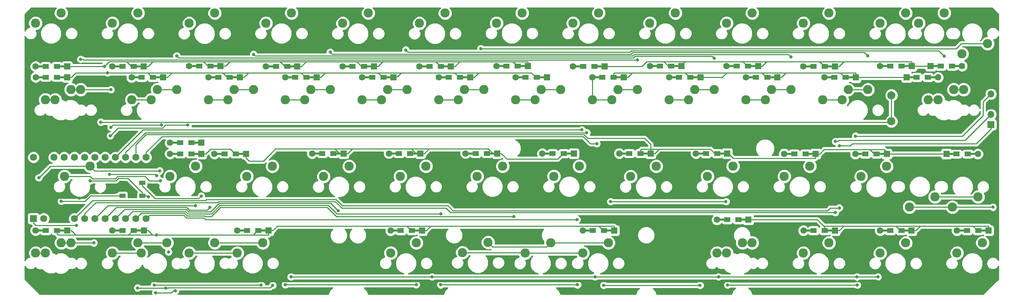
<source format=gbr>
G04 #@! TF.GenerationSoftware,KiCad,Pcbnew,(5.0.2)-1*
G04 #@! TF.CreationDate,2019-05-02T00:01:02-04:00*
G04 #@! TF.ProjectId,TG4x,54473478-2e6b-4696-9361-645f70636258,rev?*
G04 #@! TF.SameCoordinates,Original*
G04 #@! TF.FileFunction,Copper,L1,Top*
G04 #@! TF.FilePolarity,Positive*
%FSLAX46Y46*%
G04 Gerber Fmt 4.6, Leading zero omitted, Abs format (unit mm)*
G04 Created by KiCad (PCBNEW (5.0.2)-1) date 5/2/2019 12:01:02 AM*
%MOMM*%
%LPD*%
G01*
G04 APERTURE LIST*
G04 #@! TA.AperFunction,ComponentPad*
%ADD10C,2.286000*%
G04 #@! TD*
G04 #@! TA.AperFunction,Conductor*
%ADD11R,2.900000X0.500000*%
G04 #@! TD*
G04 #@! TA.AperFunction,ComponentPad*
%ADD12R,1.600000X1.600000*%
G04 #@! TD*
G04 #@! TA.AperFunction,ComponentPad*
%ADD13C,1.600000*%
G04 #@! TD*
G04 #@! TA.AperFunction,SMDPad,CuDef*
%ADD14R,1.600000X1.200000*%
G04 #@! TD*
G04 #@! TA.AperFunction,SMDPad,CuDef*
%ADD15R,1.500000X1.000000*%
G04 #@! TD*
G04 #@! TA.AperFunction,ComponentPad*
%ADD16R,1.752600X1.752600*%
G04 #@! TD*
G04 #@! TA.AperFunction,ComponentPad*
%ADD17C,1.752600*%
G04 #@! TD*
G04 #@! TA.AperFunction,ComponentPad*
%ADD18C,2.000000*%
G04 #@! TD*
G04 #@! TA.AperFunction,ComponentPad*
%ADD19R,1.700000X1.700000*%
G04 #@! TD*
G04 #@! TA.AperFunction,ComponentPad*
%ADD20O,1.700000X1.700000*%
G04 #@! TD*
G04 #@! TA.AperFunction,ViaPad*
%ADD21C,0.800000*%
G04 #@! TD*
G04 #@! TA.AperFunction,Conductor*
%ADD22C,0.250000*%
G04 #@! TD*
G04 #@! TA.AperFunction,Conductor*
%ADD23C,0.254000*%
G04 #@! TD*
G04 APERTURE END LIST*
D10*
G04 #@! TO.P,SW34,2*
G04 #@! TO.N,Net-(D34-Pad2)*
X184023000Y-56642000D03*
G04 #@! TO.P,SW34,1*
G04 #@! TO.N,COL1*
X190373000Y-54102000D03*
G04 #@! TD*
G04 #@! TO.P,SW33,2*
G04 #@! TO.N,Net-(D33-Pad2)*
X164973000Y-56667400D03*
G04 #@! TO.P,SW33,1*
G04 #@! TO.N,COL0*
X171323000Y-54127400D03*
G04 #@! TD*
G04 #@! TO.P,SW22,2*
G04 #@! TO.N,Net-(D22-Pad2)*
X174498000Y-37592000D03*
G04 #@! TO.P,SW22,1*
G04 #@! TO.N,COL1*
X180848000Y-35052000D03*
G04 #@! TD*
G04 #@! TO.P,SW4,2*
G04 #@! TO.N,Net-(D4-Pad2)*
X74498200Y-18542000D03*
G04 #@! TO.P,SW4,1*
G04 #@! TO.N,COL3*
X80848200Y-16002000D03*
G04 #@! TD*
G04 #@! TO.P,SW35,2*
G04 #@! TO.N,Net-(D35-Pad2)*
X203098400Y-56642000D03*
G04 #@! TO.P,SW35,1*
G04 #@! TO.N,COL2*
X209448400Y-54102000D03*
G04 #@! TD*
G04 #@! TO.P,600u,2*
G04 #@! TO.N,Net-(D42-Pad2)*
X123266200Y-75565000D03*
G04 #@! TO.P,600u,1*
G04 #@! TO.N,COL5*
X129616200Y-73025000D03*
G04 #@! TD*
G04 #@! TO.P,SW15,2*
G04 #@! TO.N,Net-(D15-Pad2)*
X41148000Y-37592000D03*
G04 #@! TO.P,SW15,1*
G04 #@! TO.N,COL1*
X47498000Y-35052000D03*
G04 #@! TD*
G04 #@! TO.P,SW1,2*
G04 #@! TO.N,Net-(D1-Pad2)*
X17348200Y-18542000D03*
G04 #@! TO.P,SW1,1*
G04 #@! TO.N,COL0*
X23698200Y-16002000D03*
G04 #@! TD*
G04 #@! TO.P,SW2,2*
G04 #@! TO.N,Net-(D2-Pad2)*
X36398200Y-18542000D03*
G04 #@! TO.P,SW2,1*
G04 #@! TO.N,COL1*
X42748200Y-16002000D03*
G04 #@! TD*
G04 #@! TO.P,SW3,2*
G04 #@! TO.N,Net-(D3-Pad2)*
X55448200Y-18567400D03*
G04 #@! TO.P,SW3,1*
G04 #@! TO.N,COL2*
X61798200Y-16027400D03*
G04 #@! TD*
G04 #@! TO.P,SW5,2*
G04 #@! TO.N,Net-(D5-Pad2)*
X93548200Y-18567400D03*
G04 #@! TO.P,SW5,1*
G04 #@! TO.N,COL4*
X99898200Y-16027400D03*
G04 #@! TD*
G04 #@! TO.P,SW6,2*
G04 #@! TO.N,Net-(D6-Pad2)*
X112598200Y-18567400D03*
G04 #@! TO.P,SW6,1*
G04 #@! TO.N,COL5*
X118948200Y-16027400D03*
G04 #@! TD*
G04 #@! TO.P,SW7,2*
G04 #@! TO.N,Net-(D7-Pad2)*
X131673600Y-18516600D03*
G04 #@! TO.P,SW7,1*
G04 #@! TO.N,COL6*
X138023600Y-15976600D03*
G04 #@! TD*
G04 #@! TO.P,SW8,2*
G04 #@! TO.N,Net-(D8-Pad2)*
X150698200Y-18542000D03*
G04 #@! TO.P,SW8,1*
G04 #@! TO.N,COL0*
X157048200Y-16002000D03*
G04 #@! TD*
G04 #@! TO.P,SW9,2*
G04 #@! TO.N,Net-(D9-Pad2)*
X169748200Y-18542000D03*
G04 #@! TO.P,SW9,1*
G04 #@! TO.N,COL1*
X176098200Y-16002000D03*
G04 #@! TD*
G04 #@! TO.P,SW10,2*
G04 #@! TO.N,Net-(D10-Pad2)*
X188798200Y-18542000D03*
G04 #@! TO.P,SW10,1*
G04 #@! TO.N,COL2*
X195148200Y-16002000D03*
G04 #@! TD*
G04 #@! TO.P,SW11,2*
G04 #@! TO.N,Net-(D11-Pad2)*
X207848200Y-18542000D03*
G04 #@! TO.P,SW11,1*
G04 #@! TO.N,COL3*
X214198200Y-16002000D03*
G04 #@! TD*
G04 #@! TO.P,100u,2*
G04 #@! TO.N,COL5*
X253555500Y-23622000D03*
G04 #@! TO.P,100u,1*
G04 #@! TO.N,Net-(D13-Pad2)*
X247205500Y-26162000D03*
G04 #@! TD*
G04 #@! TO.P,SW27,2*
G04 #@! TO.N,Net-(D27-Pad2)*
X50698400Y-56642000D03*
G04 #@! TO.P,SW27,1*
G04 #@! TO.N,COL1*
X57048400Y-54102000D03*
G04 #@! TD*
G04 #@! TO.P,SW28,2*
G04 #@! TO.N,Net-(D28-Pad2)*
X69723000Y-56642000D03*
G04 #@! TO.P,SW28,1*
G04 #@! TO.N,COL2*
X76073000Y-54102000D03*
G04 #@! TD*
G04 #@! TO.P,SW29,2*
G04 #@! TO.N,Net-(D29-Pad2)*
X88798400Y-56667400D03*
G04 #@! TO.P,SW29,1*
G04 #@! TO.N,COL3*
X95148400Y-54127400D03*
G04 #@! TD*
G04 #@! TO.P,SW30,2*
G04 #@! TO.N,Net-(D30-Pad2)*
X107823000Y-56642000D03*
G04 #@! TO.P,SW30,1*
G04 #@! TO.N,COL4*
X114173000Y-54102000D03*
G04 #@! TD*
G04 #@! TO.P,SW31,2*
G04 #@! TO.N,Net-(D31-Pad2)*
X126873000Y-56642000D03*
G04 #@! TO.P,SW31,1*
G04 #@! TO.N,COL5*
X133223000Y-54102000D03*
G04 #@! TD*
G04 #@! TO.P,SW32,2*
G04 #@! TO.N,Net-(D32-Pad2)*
X145923000Y-56642000D03*
G04 #@! TO.P,SW32,1*
G04 #@! TO.N,COL6*
X152273000Y-54102000D03*
G04 #@! TD*
G04 #@! TO.P,100u,2*
G04 #@! TO.N,Net-(D36-Pad2)*
X222148400Y-56667400D03*
G04 #@! TO.P,100u,1*
G04 #@! TO.N,COL3*
X228498400Y-54127400D03*
G04 #@! TD*
G04 #@! TO.P,100u,2*
G04 #@! TO.N,Net-(D44-Pad2)*
X207848200Y-75692000D03*
G04 #@! TO.P,100u,1*
G04 #@! TO.N,COL2*
X214198200Y-73152000D03*
G04 #@! TD*
G04 #@! TO.P,100u,2*
G04 #@! TO.N,Net-(D45-Pad2)*
X226898200Y-75717400D03*
G04 #@! TO.P,100u,1*
G04 #@! TO.N,COL3*
X233248200Y-73177400D03*
G04 #@! TD*
G04 #@! TO.P,100u,2*
G04 #@! TO.N,Net-(D46-Pad2)*
X245948200Y-75692000D03*
G04 #@! TO.P,100u,1*
G04 #@! TO.N,COL4*
X252298200Y-73152000D03*
G04 #@! TD*
G04 #@! TO.P,100u,2*
G04 #@! TO.N,Net-(D12-Pad2)*
X226898200Y-18567400D03*
G04 #@! TO.P,100u,1*
G04 #@! TO.N,COL4*
X233248200Y-16027400D03*
G04 #@! TD*
G04 #@! TO.P,200u,2*
G04 #@! TO.N,Net-(D12-Pad2)*
X236423200Y-18542000D03*
G04 #@! TO.P,200u,1*
G04 #@! TO.N,COL4*
X242773200Y-16002000D03*
G04 #@! TD*
G04 #@! TO.P,SW15b1,2*
G04 #@! TO.N,Net-(D15-Pad2)*
X45974000Y-37592000D03*
G04 #@! TO.P,SW15b1,1*
G04 #@! TO.N,COL1*
X52324000Y-35052000D03*
G04 #@! TD*
G04 #@! TO.P,SW16,2*
G04 #@! TO.N,Net-(D16-Pad2)*
X60223400Y-37592000D03*
G04 #@! TO.P,SW16,1*
G04 #@! TO.N,COL2*
X66573400Y-35052000D03*
G04 #@! TD*
G04 #@! TO.P,SW16b1,2*
G04 #@! TO.N,Net-(D16-Pad2)*
X65049400Y-37592000D03*
G04 #@! TO.P,SW16b1,1*
G04 #@! TO.N,COL2*
X71399400Y-35052000D03*
G04 #@! TD*
G04 #@! TO.P,SW17,2*
G04 #@! TO.N,Net-(D17-Pad2)*
X79248000Y-37617400D03*
G04 #@! TO.P,SW17,1*
G04 #@! TO.N,COL3*
X85598000Y-35077400D03*
G04 #@! TD*
G04 #@! TO.P,SW17b1,2*
G04 #@! TO.N,Net-(D17-Pad2)*
X84074000Y-37592000D03*
G04 #@! TO.P,SW17b1,1*
G04 #@! TO.N,COL3*
X90424000Y-35052000D03*
G04 #@! TD*
G04 #@! TO.P,SW18,2*
G04 #@! TO.N,Net-(D18-Pad2)*
X98323400Y-37592000D03*
G04 #@! TO.P,SW18,1*
G04 #@! TO.N,COL4*
X104673400Y-35052000D03*
G04 #@! TD*
G04 #@! TO.P,SW18b1,2*
G04 #@! TO.N,Net-(D18-Pad2)*
X103149400Y-37592000D03*
G04 #@! TO.P,SW18b1,1*
G04 #@! TO.N,COL4*
X109499400Y-35052000D03*
G04 #@! TD*
G04 #@! TO.P,SW19,2*
G04 #@! TO.N,Net-(D19-Pad2)*
X117348000Y-37592000D03*
G04 #@! TO.P,SW19,1*
G04 #@! TO.N,COL5*
X123698000Y-35052000D03*
G04 #@! TD*
G04 #@! TO.P,SW19b1,2*
G04 #@! TO.N,Net-(D19-Pad2)*
X122174000Y-37592000D03*
G04 #@! TO.P,SW19b1,1*
G04 #@! TO.N,COL5*
X128524000Y-35052000D03*
G04 #@! TD*
G04 #@! TO.P,SW20,2*
G04 #@! TO.N,Net-(D20-Pad2)*
X136398000Y-37617400D03*
G04 #@! TO.P,SW20,1*
G04 #@! TO.N,COL6*
X142748000Y-35077400D03*
G04 #@! TD*
G04 #@! TO.P,SW20b1,2*
G04 #@! TO.N,Net-(D20-Pad2)*
X141249400Y-37617400D03*
G04 #@! TO.P,SW20b1,1*
G04 #@! TO.N,COL6*
X147599400Y-35077400D03*
G04 #@! TD*
G04 #@! TO.P,SW21,2*
G04 #@! TO.N,Net-(D21-Pad2)*
X155473400Y-37592000D03*
G04 #@! TO.P,SW21,1*
G04 #@! TO.N,COL0*
X161823400Y-35052000D03*
G04 #@! TD*
G04 #@! TO.P,SW21b1,2*
G04 #@! TO.N,Net-(D21-Pad2)*
X160274000Y-37617400D03*
G04 #@! TO.P,SW21b1,1*
G04 #@! TO.N,COL0*
X166624000Y-35077400D03*
G04 #@! TD*
G04 #@! TO.P,SW22b1,2*
G04 #@! TO.N,Net-(D22-Pad2)*
X179349400Y-37592000D03*
G04 #@! TO.P,SW22b1,1*
G04 #@! TO.N,COL1*
X185699400Y-35052000D03*
G04 #@! TD*
G04 #@! TO.P,SW23,2*
G04 #@! TO.N,Net-(D23-Pad2)*
X193573400Y-37592000D03*
G04 #@! TO.P,SW23,1*
G04 #@! TO.N,COL2*
X199923400Y-35052000D03*
G04 #@! TD*
G04 #@! TO.P,SW23b1,2*
G04 #@! TO.N,Net-(D23-Pad2)*
X198374000Y-37592000D03*
G04 #@! TO.P,SW23b1,1*
G04 #@! TO.N,COL2*
X204724000Y-35052000D03*
G04 #@! TD*
G04 #@! TO.P,SW24,2*
G04 #@! TO.N,Net-(D24-Pad2)*
X212598000Y-37592000D03*
G04 #@! TO.P,SW24,1*
G04 #@! TO.N,COL3*
X218948000Y-35052000D03*
G04 #@! TD*
G04 #@! TO.P,SW24b1,2*
G04 #@! TO.N,Net-(D24-Pad2)*
X217449400Y-37617400D03*
G04 #@! TO.P,SW24b1,1*
G04 #@! TO.N,COL3*
X223799400Y-35077400D03*
G04 #@! TD*
G04 #@! TO.P,225u,2*
G04 #@! TO.N,Net-(D37-Pad2)*
X240512600Y-61722000D03*
G04 #@! TO.P,225u,1*
G04 #@! TO.N,COL4*
X234162600Y-64262000D03*
G04 #@! TD*
G04 #@! TO.P,100u,2*
G04 #@! TO.N,Net-(D38-Pad2)*
X17348200Y-75692000D03*
G04 #@! TO.P,100u,1*
G04 #@! TO.N,COL0*
X23698200Y-73152000D03*
G04 #@! TD*
G04 #@! TO.P,100u,2*
G04 #@! TO.N,Net-(D39-Pad2)*
X36398200Y-75692000D03*
G04 #@! TO.P,100u,1*
G04 #@! TO.N,COL1*
X42748200Y-73152000D03*
G04 #@! TD*
G04 #@! TO.P,100u,2*
G04 #@! TO.N,Net-(D40-Pad2)*
X55448200Y-75692000D03*
G04 #@! TO.P,100u,1*
G04 #@! TO.N,COL2*
X61798200Y-73152000D03*
G04 #@! TD*
G04 #@! TO.P,125u,2*
G04 #@! TO.N,Net-(D43-Pad2)*
X186410600Y-75692000D03*
G04 #@! TO.P,125u,1*
G04 #@! TO.N,COL1*
X192760600Y-73152000D03*
G04 #@! TD*
G04 #@! TO.P,100u,2*
G04 #@! TO.N,Net-(D43-Pad2)*
X188772800Y-75692000D03*
G04 #@! TO.P,100u,1*
G04 #@! TO.N,COL1*
X195122800Y-73152000D03*
G04 #@! TD*
G04 #@! TO.P,150u,2*
G04 #@! TO.N,Net-(D14-Pad2)*
X22174200Y-37592000D03*
G04 #@! TO.P,150u,1*
G04 #@! TO.N,COL0*
X28524200Y-35052000D03*
G04 #@! TD*
G04 #@! TO.P,125u,2*
G04 #@! TO.N,Net-(D14-Pad2)*
X19735800Y-37592000D03*
G04 #@! TO.P,125u,1*
G04 #@! TO.N,COL0*
X26085800Y-35052000D03*
G04 #@! TD*
G04 #@! TO.P,175u,2*
G04 #@! TO.N,Net-(D26-Pad2)*
X24485600Y-56642000D03*
G04 #@! TO.P,175u,1*
G04 #@! TO.N,COL0*
X30835600Y-54102000D03*
G04 #@! TD*
G04 #@! TO.P,125u,2*
G04 #@! TO.N,Net-(D37-Pad2)*
X251180600Y-61747400D03*
G04 #@! TO.P,125u,1*
G04 #@! TO.N,COL4*
X244830600Y-64287400D03*
G04 #@! TD*
G04 #@! TO.P,150u,2*
G04 #@! TO.N,Net-(D25-Pad2)*
X238810800Y-37592000D03*
G04 #@! TO.P,150u,1*
G04 #@! TO.N,COL4*
X245160800Y-35052000D03*
G04 #@! TD*
G04 #@! TO.P,175u,2*
G04 #@! TO.N,Net-(D25-Pad2)*
X241249200Y-37592000D03*
G04 #@! TO.P,175u,1*
G04 #@! TO.N,COL4*
X247599200Y-35052000D03*
G04 #@! TD*
G04 #@! TO.P,125u,1*
G04 #@! TO.N,COL0*
X26085800Y-73177400D03*
G04 #@! TO.P,125u,2*
G04 #@! TO.N,Net-(D38-Pad2)*
X19735800Y-75717400D03*
G04 #@! TD*
G04 #@! TO.P,125u,1*
G04 #@! TO.N,COL1*
X49885600Y-73177400D03*
G04 #@! TO.P,125u,2*
G04 #@! TO.N,Net-(D39-Pad2)*
X43535600Y-75717400D03*
G04 #@! TD*
G04 #@! TO.P,125u,1*
G04 #@! TO.N,COL2*
X73685400Y-73152000D03*
G04 #@! TO.P,125u,2*
G04 #@! TO.N,Net-(D40-Pad2)*
X67335400Y-75692000D03*
G04 #@! TD*
D11*
G04 #@! TO.N,ROW0*
G04 #@! TO.C,D1*
X23747100Y-29298900D03*
G04 #@! TO.N,Net-(D1-Pad2)*
X18747100Y-29298900D03*
D12*
G04 #@! TD*
G04 #@! TO.P,D1,1*
G04 #@! TO.N,ROW0*
X25147100Y-29298900D03*
D13*
G04 #@! TO.P,D1,2*
G04 #@! TO.N,Net-(D1-Pad2)*
X17347100Y-29298900D03*
D14*
X19847100Y-29298900D03*
G04 #@! TO.P,D1,1*
G04 #@! TO.N,ROW0*
X22647100Y-29298900D03*
G04 #@! TD*
D11*
G04 #@! TO.N,ROW0*
G04 #@! TO.C,D2*
X42784400Y-29260800D03*
G04 #@! TO.N,Net-(D2-Pad2)*
X37784400Y-29260800D03*
D12*
G04 #@! TD*
G04 #@! TO.P,D2,1*
G04 #@! TO.N,ROW0*
X44184400Y-29260800D03*
D13*
G04 #@! TO.P,D2,2*
G04 #@! TO.N,Net-(D2-Pad2)*
X36384400Y-29260800D03*
D14*
X38884400Y-29260800D03*
G04 #@! TO.P,D2,1*
G04 #@! TO.N,ROW0*
X41684400Y-29260800D03*
G04 #@! TD*
D11*
G04 #@! TO.N,ROW0*
G04 #@! TO.C,D3*
X61834400Y-29222700D03*
G04 #@! TO.N,Net-(D3-Pad2)*
X56834400Y-29222700D03*
D12*
G04 #@! TD*
G04 #@! TO.P,D3,1*
G04 #@! TO.N,ROW0*
X63234400Y-29222700D03*
D13*
G04 #@! TO.P,D3,2*
G04 #@! TO.N,Net-(D3-Pad2)*
X55434400Y-29222700D03*
D14*
X57934400Y-29222700D03*
G04 #@! TO.P,D3,1*
G04 #@! TO.N,ROW0*
X60734400Y-29222700D03*
G04 #@! TD*
D11*
G04 #@! TO.N,ROW0*
G04 #@! TO.C,D4*
X80884400Y-29248100D03*
G04 #@! TO.N,Net-(D4-Pad2)*
X75884400Y-29248100D03*
D12*
G04 #@! TD*
G04 #@! TO.P,D4,1*
G04 #@! TO.N,ROW0*
X82284400Y-29248100D03*
D13*
G04 #@! TO.P,D4,2*
G04 #@! TO.N,Net-(D4-Pad2)*
X74484400Y-29248100D03*
D14*
X76984400Y-29248100D03*
G04 #@! TO.P,D4,1*
G04 #@! TO.N,ROW0*
X79784400Y-29248100D03*
G04 #@! TD*
D11*
G04 #@! TO.N,ROW0*
G04 #@! TO.C,D5*
X99909000Y-29248100D03*
G04 #@! TO.N,Net-(D5-Pad2)*
X94909000Y-29248100D03*
D12*
G04 #@! TD*
G04 #@! TO.P,D5,1*
G04 #@! TO.N,ROW0*
X101309000Y-29248100D03*
D13*
G04 #@! TO.P,D5,2*
G04 #@! TO.N,Net-(D5-Pad2)*
X93509000Y-29248100D03*
D14*
X96009000Y-29248100D03*
G04 #@! TO.P,D5,1*
G04 #@! TO.N,ROW0*
X98809000Y-29248100D03*
G04 #@! TD*
D11*
G04 #@! TO.N,ROW0*
G04 #@! TO.C,D6*
X118984400Y-29248100D03*
G04 #@! TO.N,Net-(D6-Pad2)*
X113984400Y-29248100D03*
D12*
G04 #@! TD*
G04 #@! TO.P,D6,1*
G04 #@! TO.N,ROW0*
X120384400Y-29248100D03*
D13*
G04 #@! TO.P,D6,2*
G04 #@! TO.N,Net-(D6-Pad2)*
X112584400Y-29248100D03*
D14*
X115084400Y-29248100D03*
G04 #@! TO.P,D6,1*
G04 #@! TO.N,ROW0*
X117884400Y-29248100D03*
G04 #@! TD*
D11*
G04 #@! TO.N,ROW0*
G04 #@! TO.C,D7*
X138085200Y-29222700D03*
G04 #@! TO.N,Net-(D7-Pad2)*
X133085200Y-29222700D03*
D12*
G04 #@! TD*
G04 #@! TO.P,D7,1*
G04 #@! TO.N,ROW0*
X139485200Y-29222700D03*
D13*
G04 #@! TO.P,D7,2*
G04 #@! TO.N,Net-(D7-Pad2)*
X131685200Y-29222700D03*
D14*
X134185200Y-29222700D03*
G04 #@! TO.P,D7,1*
G04 #@! TO.N,ROW0*
X136985200Y-29222700D03*
G04 #@! TD*
D11*
G04 #@! TO.N,ROW4*
G04 #@! TO.C,D8*
X157097100Y-29260800D03*
G04 #@! TO.N,Net-(D8-Pad2)*
X152097100Y-29260800D03*
D12*
G04 #@! TD*
G04 #@! TO.P,D8,1*
G04 #@! TO.N,ROW4*
X158497100Y-29260800D03*
D13*
G04 #@! TO.P,D8,2*
G04 #@! TO.N,Net-(D8-Pad2)*
X150697100Y-29260800D03*
D14*
X153197100Y-29260800D03*
G04 #@! TO.P,D8,1*
G04 #@! TO.N,ROW4*
X155997100Y-29260800D03*
G04 #@! TD*
D11*
G04 #@! TO.N,ROW4*
G04 #@! TO.C,D9*
X176159800Y-29222700D03*
G04 #@! TO.N,Net-(D9-Pad2)*
X171159800Y-29222700D03*
D12*
G04 #@! TD*
G04 #@! TO.P,D9,1*
G04 #@! TO.N,ROW4*
X177559800Y-29222700D03*
D13*
G04 #@! TO.P,D9,2*
G04 #@! TO.N,Net-(D9-Pad2)*
X169759800Y-29222700D03*
D14*
X172259800Y-29222700D03*
G04 #@! TO.P,D9,1*
G04 #@! TO.N,ROW4*
X175059800Y-29222700D03*
G04 #@! TD*
D11*
G04 #@! TO.N,ROW4*
G04 #@! TO.C,D10*
X195197100Y-29222700D03*
G04 #@! TO.N,Net-(D10-Pad2)*
X190197100Y-29222700D03*
D12*
G04 #@! TD*
G04 #@! TO.P,D10,1*
G04 #@! TO.N,ROW4*
X196597100Y-29222700D03*
D13*
G04 #@! TO.P,D10,2*
G04 #@! TO.N,Net-(D10-Pad2)*
X188797100Y-29222700D03*
D14*
X191297100Y-29222700D03*
G04 #@! TO.P,D10,1*
G04 #@! TO.N,ROW4*
X194097100Y-29222700D03*
G04 #@! TD*
D11*
G04 #@! TO.N,ROW4*
G04 #@! TO.C,D11*
X214247100Y-29260800D03*
G04 #@! TO.N,Net-(D11-Pad2)*
X209247100Y-29260800D03*
D12*
G04 #@! TD*
G04 #@! TO.P,D11,1*
G04 #@! TO.N,ROW4*
X215647100Y-29260800D03*
D13*
G04 #@! TO.P,D11,2*
G04 #@! TO.N,Net-(D11-Pad2)*
X207847100Y-29260800D03*
D14*
X210347100Y-29260800D03*
G04 #@! TO.P,D11,1*
G04 #@! TO.N,ROW4*
X213147100Y-29260800D03*
G04 #@! TD*
D11*
G04 #@! TO.N,ROW4*
G04 #@! TO.C,D12*
X233297100Y-29235400D03*
G04 #@! TO.N,Net-(D12-Pad2)*
X228297100Y-29235400D03*
D12*
G04 #@! TD*
G04 #@! TO.P,D12,1*
G04 #@! TO.N,ROW4*
X234697100Y-29235400D03*
D13*
G04 #@! TO.P,D12,2*
G04 #@! TO.N,Net-(D12-Pad2)*
X226897100Y-29235400D03*
D14*
X229397100Y-29235400D03*
G04 #@! TO.P,D12,1*
G04 #@! TO.N,ROW4*
X232197100Y-29235400D03*
G04 #@! TD*
D11*
G04 #@! TO.N,ROW4*
G04 #@! TO.C,D13*
X240819300Y-29197300D03*
G04 #@! TO.N,Net-(D13-Pad2)*
X245819300Y-29197300D03*
D12*
G04 #@! TD*
G04 #@! TO.P,D13,1*
G04 #@! TO.N,ROW4*
X239419300Y-29197300D03*
D13*
G04 #@! TO.P,D13,2*
G04 #@! TO.N,Net-(D13-Pad2)*
X247219300Y-29197300D03*
D14*
X244719300Y-29197300D03*
G04 #@! TO.P,D13,1*
G04 #@! TO.N,ROW4*
X241919300Y-29197300D03*
G04 #@! TD*
D11*
G04 #@! TO.N,ROW1*
G04 #@! TO.C,D14*
X23759800Y-31965900D03*
G04 #@! TO.N,Net-(D14-Pad2)*
X18759800Y-31965900D03*
D12*
G04 #@! TD*
G04 #@! TO.P,D14,1*
G04 #@! TO.N,ROW1*
X25159800Y-31965900D03*
D13*
G04 #@! TO.P,D14,2*
G04 #@! TO.N,Net-(D14-Pad2)*
X17359800Y-31965900D03*
D14*
X19859800Y-31965900D03*
G04 #@! TO.P,D14,1*
G04 #@! TO.N,ROW1*
X22659800Y-31965900D03*
G04 #@! TD*
D11*
G04 #@! TO.N,ROW1*
G04 #@! TO.C,D15*
X47559600Y-32016700D03*
G04 #@! TO.N,Net-(D15-Pad2)*
X42559600Y-32016700D03*
D12*
G04 #@! TD*
G04 #@! TO.P,D15,1*
G04 #@! TO.N,ROW1*
X48959600Y-32016700D03*
D13*
G04 #@! TO.P,D15,2*
G04 #@! TO.N,Net-(D15-Pad2)*
X41159600Y-32016700D03*
D14*
X43659600Y-32016700D03*
G04 #@! TO.P,D15,1*
G04 #@! TO.N,ROW1*
X46459600Y-32016700D03*
G04 #@! TD*
D11*
G04 #@! TO.N,ROW1*
G04 #@! TO.C,D16*
X66609600Y-31978600D03*
G04 #@! TO.N,Net-(D16-Pad2)*
X61609600Y-31978600D03*
D12*
G04 #@! TD*
G04 #@! TO.P,D16,1*
G04 #@! TO.N,ROW1*
X68009600Y-31978600D03*
D13*
G04 #@! TO.P,D16,2*
G04 #@! TO.N,Net-(D16-Pad2)*
X60209600Y-31978600D03*
D14*
X62709600Y-31978600D03*
G04 #@! TO.P,D16,1*
G04 #@! TO.N,ROW1*
X65509600Y-31978600D03*
G04 #@! TD*
D11*
G04 #@! TO.N,ROW1*
G04 #@! TO.C,D17*
X85646900Y-31991300D03*
G04 #@! TO.N,Net-(D17-Pad2)*
X80646900Y-31991300D03*
D12*
G04 #@! TD*
G04 #@! TO.P,D17,1*
G04 #@! TO.N,ROW1*
X87046900Y-31991300D03*
D13*
G04 #@! TO.P,D17,2*
G04 #@! TO.N,Net-(D17-Pad2)*
X79246900Y-31991300D03*
D14*
X81746900Y-31991300D03*
G04 #@! TO.P,D17,1*
G04 #@! TO.N,ROW1*
X84546900Y-31991300D03*
G04 #@! TD*
D11*
G04 #@! TO.N,ROW1*
G04 #@! TO.C,D18*
X104747700Y-32016700D03*
G04 #@! TO.N,Net-(D18-Pad2)*
X99747700Y-32016700D03*
D12*
G04 #@! TD*
G04 #@! TO.P,D18,1*
G04 #@! TO.N,ROW1*
X106147700Y-32016700D03*
D13*
G04 #@! TO.P,D18,2*
G04 #@! TO.N,Net-(D18-Pad2)*
X98347700Y-32016700D03*
D14*
X100847700Y-32016700D03*
G04 #@! TO.P,D18,1*
G04 #@! TO.N,ROW1*
X103647700Y-32016700D03*
G04 #@! TD*
D11*
G04 #@! TO.N,ROW1*
G04 #@! TO.C,D19*
X123746900Y-32016700D03*
G04 #@! TO.N,Net-(D19-Pad2)*
X118746900Y-32016700D03*
D12*
G04 #@! TD*
G04 #@! TO.P,D19,1*
G04 #@! TO.N,ROW1*
X125146900Y-32016700D03*
D13*
G04 #@! TO.P,D19,2*
G04 #@! TO.N,Net-(D19-Pad2)*
X117346900Y-32016700D03*
D14*
X119846900Y-32016700D03*
G04 #@! TO.P,D19,1*
G04 #@! TO.N,ROW1*
X122646900Y-32016700D03*
G04 #@! TD*
D11*
G04 #@! TO.N,ROW1*
G04 #@! TO.C,D20*
X142796900Y-32004000D03*
G04 #@! TO.N,Net-(D20-Pad2)*
X137796900Y-32004000D03*
D12*
G04 #@! TD*
G04 #@! TO.P,D20,1*
G04 #@! TO.N,ROW1*
X144196900Y-32004000D03*
D13*
G04 #@! TO.P,D20,2*
G04 #@! TO.N,Net-(D20-Pad2)*
X136396900Y-32004000D03*
D14*
X138896900Y-32004000D03*
G04 #@! TO.P,D20,1*
G04 #@! TO.N,ROW1*
X141696900Y-32004000D03*
G04 #@! TD*
D11*
G04 #@! TO.N,ROW5*
G04 #@! TO.C,D21*
X161872300Y-31978600D03*
G04 #@! TO.N,Net-(D21-Pad2)*
X156872300Y-31978600D03*
D12*
G04 #@! TD*
G04 #@! TO.P,D21,1*
G04 #@! TO.N,ROW5*
X163272300Y-31978600D03*
D13*
G04 #@! TO.P,D21,2*
G04 #@! TO.N,Net-(D21-Pad2)*
X155472300Y-31978600D03*
D14*
X157972300Y-31978600D03*
G04 #@! TO.P,D21,1*
G04 #@! TO.N,ROW5*
X160772300Y-31978600D03*
G04 #@! TD*
D11*
G04 #@! TO.N,ROW5*
G04 #@! TO.C,D22*
X180909600Y-31991300D03*
G04 #@! TO.N,Net-(D22-Pad2)*
X175909600Y-31991300D03*
D12*
G04 #@! TD*
G04 #@! TO.P,D22,1*
G04 #@! TO.N,ROW5*
X182309600Y-31991300D03*
D13*
G04 #@! TO.P,D22,2*
G04 #@! TO.N,Net-(D22-Pad2)*
X174509600Y-31991300D03*
D14*
X177009600Y-31991300D03*
G04 #@! TO.P,D22,1*
G04 #@! TO.N,ROW5*
X179809600Y-31991300D03*
G04 #@! TD*
D11*
G04 #@! TO.N,ROW5*
G04 #@! TO.C,D23*
X199985000Y-31978600D03*
G04 #@! TO.N,Net-(D23-Pad2)*
X194985000Y-31978600D03*
D12*
G04 #@! TD*
G04 #@! TO.P,D23,1*
G04 #@! TO.N,ROW5*
X201385000Y-31978600D03*
D13*
G04 #@! TO.P,D23,2*
G04 #@! TO.N,Net-(D23-Pad2)*
X193585000Y-31978600D03*
D14*
X196085000Y-31978600D03*
G04 #@! TO.P,D23,1*
G04 #@! TO.N,ROW5*
X198885000Y-31978600D03*
G04 #@! TD*
D11*
G04 #@! TO.N,ROW5*
G04 #@! TO.C,D24*
X219441400Y-32029400D03*
G04 #@! TO.N,Net-(D24-Pad2)*
X214441400Y-32029400D03*
D12*
G04 #@! TD*
G04 #@! TO.P,D24,1*
G04 #@! TO.N,ROW5*
X220841400Y-32029400D03*
D13*
G04 #@! TO.P,D24,2*
G04 #@! TO.N,Net-(D24-Pad2)*
X213041400Y-32029400D03*
D14*
X215541400Y-32029400D03*
G04 #@! TO.P,D24,1*
G04 #@! TO.N,ROW5*
X218341400Y-32029400D03*
G04 #@! TD*
D11*
G04 #@! TO.N,ROW5*
G04 #@! TO.C,D25*
X234850300Y-32004000D03*
G04 #@! TO.N,Net-(D25-Pad2)*
X239850300Y-32004000D03*
D12*
G04 #@! TD*
G04 #@! TO.P,D25,1*
G04 #@! TO.N,ROW5*
X233450300Y-32004000D03*
D13*
G04 #@! TO.P,D25,2*
G04 #@! TO.N,Net-(D25-Pad2)*
X241250300Y-32004000D03*
D14*
X238750300Y-32004000D03*
G04 #@! TO.P,D25,1*
G04 #@! TO.N,ROW5*
X235950300Y-32004000D03*
G04 #@! TD*
D11*
G04 #@! TO.N,ROW2*
G04 #@! TO.C,D26*
X57071900Y-48285400D03*
G04 #@! TO.N,Net-(D26-Pad2)*
X52071900Y-48285400D03*
D12*
G04 #@! TD*
G04 #@! TO.P,D26,1*
G04 #@! TO.N,ROW2*
X58471900Y-48285400D03*
D13*
G04 #@! TO.P,D26,2*
G04 #@! TO.N,Net-(D26-Pad2)*
X50671900Y-48285400D03*
D14*
X53171900Y-48285400D03*
G04 #@! TO.P,D26,1*
G04 #@! TO.N,ROW2*
X55971900Y-48285400D03*
G04 #@! TD*
D11*
G04 #@! TO.N,ROW2*
G04 #@! TO.C,D27*
X57084600Y-51015900D03*
G04 #@! TO.N,Net-(D27-Pad2)*
X52084600Y-51015900D03*
D12*
G04 #@! TD*
G04 #@! TO.P,D27,1*
G04 #@! TO.N,ROW2*
X58484600Y-51015900D03*
D13*
G04 #@! TO.P,D27,2*
G04 #@! TO.N,Net-(D27-Pad2)*
X50684600Y-51015900D03*
D14*
X53184600Y-51015900D03*
G04 #@! TO.P,D27,1*
G04 #@! TO.N,ROW2*
X55984600Y-51015900D03*
G04 #@! TD*
G04 #@! TO.P,D28,1*
G04 #@! TO.N,ROW2*
X67011200Y-51003200D03*
G04 #@! TO.P,D28,2*
G04 #@! TO.N,Net-(D28-Pad2)*
X64211200Y-51003200D03*
D13*
X61711200Y-51003200D03*
D12*
G04 #@! TO.P,D28,1*
G04 #@! TO.N,ROW2*
X69511200Y-51003200D03*
D11*
G04 #@! TD*
G04 #@! TO.N,Net-(D28-Pad2)*
G04 #@! TO.C,D28*
X63111200Y-51003200D03*
G04 #@! TO.N,ROW2*
G04 #@! TO.C,D28*
X68111200Y-51003200D03*
G04 #@! TD*
D14*
G04 #@! TO.P,D29,1*
G04 #@! TO.N,ROW2*
X91265200Y-50927000D03*
G04 #@! TO.P,D29,2*
G04 #@! TO.N,Net-(D29-Pad2)*
X88465200Y-50927000D03*
D13*
X85965200Y-50927000D03*
D12*
G04 #@! TO.P,D29,1*
G04 #@! TO.N,ROW2*
X93765200Y-50927000D03*
D11*
G04 #@! TD*
G04 #@! TO.N,Net-(D29-Pad2)*
G04 #@! TO.C,D29*
X87365200Y-50927000D03*
G04 #@! TO.N,ROW2*
G04 #@! TO.C,D29*
X92365200Y-50927000D03*
G04 #@! TD*
D14*
G04 #@! TO.P,D30,1*
G04 #@! TO.N,ROW2*
X110289800Y-50914300D03*
G04 #@! TO.P,D30,2*
G04 #@! TO.N,Net-(D30-Pad2)*
X107489800Y-50914300D03*
D13*
X104989800Y-50914300D03*
D12*
G04 #@! TO.P,D30,1*
G04 #@! TO.N,ROW2*
X112789800Y-50914300D03*
D11*
G04 #@! TD*
G04 #@! TO.N,Net-(D30-Pad2)*
G04 #@! TO.C,D30*
X106389800Y-50914300D03*
G04 #@! TO.N,ROW2*
G04 #@! TO.C,D30*
X111389800Y-50914300D03*
G04 #@! TD*
D14*
G04 #@! TO.P,D31,1*
G04 #@! TO.N,ROW2*
X129327100Y-50914300D03*
G04 #@! TO.P,D31,2*
G04 #@! TO.N,Net-(D31-Pad2)*
X126527100Y-50914300D03*
D13*
X124027100Y-50914300D03*
D12*
G04 #@! TO.P,D31,1*
G04 #@! TO.N,ROW2*
X131827100Y-50914300D03*
D11*
G04 #@! TD*
G04 #@! TO.N,Net-(D31-Pad2)*
G04 #@! TO.C,D31*
X125427100Y-50914300D03*
G04 #@! TO.N,ROW2*
G04 #@! TO.C,D31*
X130427100Y-50914300D03*
G04 #@! TD*
D14*
G04 #@! TO.P,D32,1*
G04 #@! TO.N,ROW2*
X148377100Y-50965100D03*
G04 #@! TO.P,D32,2*
G04 #@! TO.N,Net-(D32-Pad2)*
X145577100Y-50965100D03*
D13*
X143077100Y-50965100D03*
D12*
G04 #@! TO.P,D32,1*
G04 #@! TO.N,ROW2*
X150877100Y-50965100D03*
D11*
G04 #@! TD*
G04 #@! TO.N,Net-(D32-Pad2)*
G04 #@! TO.C,D32*
X144477100Y-50965100D03*
G04 #@! TO.N,ROW2*
G04 #@! TO.C,D32*
X149477100Y-50965100D03*
G04 #@! TD*
D14*
G04 #@! TO.P,D33,1*
G04 #@! TO.N,ROW6*
X167452500Y-50927000D03*
G04 #@! TO.P,D33,2*
G04 #@! TO.N,Net-(D33-Pad2)*
X164652500Y-50927000D03*
D13*
X162152500Y-50927000D03*
D12*
G04 #@! TO.P,D33,1*
G04 #@! TO.N,ROW6*
X169952500Y-50927000D03*
D11*
G04 #@! TD*
G04 #@! TO.N,Net-(D33-Pad2)*
G04 #@! TO.C,D33*
X163552500Y-50927000D03*
G04 #@! TO.N,ROW6*
G04 #@! TO.C,D33*
X168552500Y-50927000D03*
G04 #@! TD*
D14*
G04 #@! TO.P,D34,1*
G04 #@! TO.N,ROW6*
X186451700Y-50939700D03*
G04 #@! TO.P,D34,2*
G04 #@! TO.N,Net-(D34-Pad2)*
X183651700Y-50939700D03*
D13*
X181151700Y-50939700D03*
D12*
G04 #@! TO.P,D34,1*
G04 #@! TO.N,ROW6*
X188951700Y-50939700D03*
D11*
G04 #@! TD*
G04 #@! TO.N,Net-(D34-Pad2)*
G04 #@! TO.C,D34*
X182551700Y-50939700D03*
G04 #@! TO.N,ROW6*
G04 #@! TO.C,D34*
X187551700Y-50939700D03*
G04 #@! TD*
D14*
G04 #@! TO.P,D35,1*
G04 #@! TO.N,ROW6*
X208371900Y-51015900D03*
G04 #@! TO.P,D35,2*
G04 #@! TO.N,Net-(D35-Pad2)*
X205571900Y-51015900D03*
D13*
X203071900Y-51015900D03*
D12*
G04 #@! TO.P,D35,1*
G04 #@! TO.N,ROW6*
X210871900Y-51015900D03*
D11*
G04 #@! TD*
G04 #@! TO.N,Net-(D35-Pad2)*
G04 #@! TO.C,D35*
X204471900Y-51015900D03*
G04 #@! TO.N,ROW6*
G04 #@! TO.C,D35*
X209471900Y-51015900D03*
G04 #@! TD*
G04 #@! TO.N,ROW6*
G04 #@! TO.C,D36*
X227124900Y-51054000D03*
G04 #@! TO.N,Net-(D36-Pad2)*
X222124900Y-51054000D03*
D12*
G04 #@! TD*
G04 #@! TO.P,D36,1*
G04 #@! TO.N,ROW6*
X228524900Y-51054000D03*
D13*
G04 #@! TO.P,D36,2*
G04 #@! TO.N,Net-(D36-Pad2)*
X220724900Y-51054000D03*
D14*
X223224900Y-51054000D03*
G04 #@! TO.P,D36,1*
G04 #@! TO.N,ROW6*
X226024900Y-51054000D03*
G04 #@! TD*
D11*
G04 #@! TO.N,ROW6*
G04 #@! TO.C,D37*
X244730900Y-51066700D03*
G04 #@! TO.N,Net-(D37-Pad2)*
X249730900Y-51066700D03*
D12*
G04 #@! TD*
G04 #@! TO.P,D37,1*
G04 #@! TO.N,ROW6*
X243330900Y-51066700D03*
D13*
G04 #@! TO.P,D37,2*
G04 #@! TO.N,Net-(D37-Pad2)*
X251130900Y-51066700D03*
D14*
X248630900Y-51066700D03*
G04 #@! TO.P,D37,1*
G04 #@! TO.N,ROW6*
X245830900Y-51066700D03*
G04 #@! TD*
D11*
G04 #@! TO.N,ROW3*
G04 #@! TO.C,D38*
X23747100Y-70091300D03*
G04 #@! TO.N,Net-(D38-Pad2)*
X18747100Y-70091300D03*
D12*
G04 #@! TD*
G04 #@! TO.P,D38,1*
G04 #@! TO.N,ROW3*
X25147100Y-70091300D03*
D13*
G04 #@! TO.P,D38,2*
G04 #@! TO.N,Net-(D38-Pad2)*
X17347100Y-70091300D03*
D14*
X19847100Y-70091300D03*
G04 #@! TO.P,D38,1*
G04 #@! TO.N,ROW3*
X22647100Y-70091300D03*
G04 #@! TD*
D11*
G04 #@! TO.N,ROW3*
G04 #@! TO.C,D39*
X42797100Y-70091300D03*
G04 #@! TO.N,Net-(D39-Pad2)*
X37797100Y-70091300D03*
D12*
G04 #@! TD*
G04 #@! TO.P,D39,1*
G04 #@! TO.N,ROW3*
X44197100Y-70091300D03*
D13*
G04 #@! TO.P,D39,2*
G04 #@! TO.N,Net-(D39-Pad2)*
X36397100Y-70091300D03*
D14*
X38897100Y-70091300D03*
G04 #@! TO.P,D39,1*
G04 #@! TO.N,ROW3*
X41697100Y-70091300D03*
G04 #@! TD*
D11*
G04 #@! TO.N,ROW3*
G04 #@! TO.C,D40*
X73734300Y-70104000D03*
G04 #@! TO.N,Net-(D40-Pad2)*
X68734300Y-70104000D03*
D12*
G04 #@! TD*
G04 #@! TO.P,D40,1*
G04 #@! TO.N,ROW3*
X75134300Y-70104000D03*
D13*
G04 #@! TO.P,D40,2*
G04 #@! TO.N,Net-(D40-Pad2)*
X67334300Y-70104000D03*
D14*
X69834300Y-70104000D03*
G04 #@! TO.P,D40,1*
G04 #@! TO.N,ROW3*
X72634300Y-70104000D03*
G04 #@! TD*
D11*
G04 #@! TO.N,ROW3*
G04 #@! TO.C,D41*
X111834300Y-70104000D03*
G04 #@! TO.N,Net-(D41-Pad2)*
X106834300Y-70104000D03*
D12*
G04 #@! TD*
G04 #@! TO.P,D41,1*
G04 #@! TO.N,ROW3*
X113234300Y-70104000D03*
D13*
G04 #@! TO.P,D41,2*
G04 #@! TO.N,Net-(D41-Pad2)*
X105434300Y-70104000D03*
D14*
X107934300Y-70104000D03*
G04 #@! TO.P,D41,1*
G04 #@! TO.N,ROW3*
X110734300Y-70104000D03*
G04 #@! TD*
D11*
G04 #@! TO.N,ROW3*
G04 #@! TO.C,D42*
X159497400Y-70104000D03*
G04 #@! TO.N,Net-(D42-Pad2)*
X154497400Y-70104000D03*
D12*
G04 #@! TD*
G04 #@! TO.P,D42,1*
G04 #@! TO.N,ROW3*
X160897400Y-70104000D03*
D13*
G04 #@! TO.P,D42,2*
G04 #@! TO.N,Net-(D42-Pad2)*
X153097400Y-70104000D03*
D14*
X155597400Y-70104000D03*
G04 #@! TO.P,D42,1*
G04 #@! TO.N,ROW3*
X158397400Y-70104000D03*
G04 #@! TD*
D11*
G04 #@! TO.N,ROW7*
G04 #@! TO.C,D43*
X192796800Y-67398900D03*
G04 #@! TO.N,Net-(D43-Pad2)*
X187796800Y-67398900D03*
D12*
G04 #@! TD*
G04 #@! TO.P,D43,1*
G04 #@! TO.N,ROW7*
X194196800Y-67398900D03*
D13*
G04 #@! TO.P,D43,2*
G04 #@! TO.N,Net-(D43-Pad2)*
X186396800Y-67398900D03*
D14*
X188896800Y-67398900D03*
G04 #@! TO.P,D43,1*
G04 #@! TO.N,ROW7*
X191696800Y-67398900D03*
G04 #@! TD*
D11*
G04 #@! TO.N,ROW7*
G04 #@! TO.C,D44*
X214272500Y-70104000D03*
G04 #@! TO.N,Net-(D44-Pad2)*
X209272500Y-70104000D03*
D12*
G04 #@! TD*
G04 #@! TO.P,D44,1*
G04 #@! TO.N,ROW7*
X215672500Y-70104000D03*
D13*
G04 #@! TO.P,D44,2*
G04 #@! TO.N,Net-(D44-Pad2)*
X207872500Y-70104000D03*
D14*
X210372500Y-70104000D03*
G04 #@! TO.P,D44,1*
G04 #@! TO.N,ROW7*
X213172500Y-70104000D03*
G04 #@! TD*
D11*
G04 #@! TO.N,ROW7*
G04 #@! TO.C,D45*
X233274700Y-70091300D03*
G04 #@! TO.N,Net-(D45-Pad2)*
X228274700Y-70091300D03*
D12*
G04 #@! TD*
G04 #@! TO.P,D45,1*
G04 #@! TO.N,ROW7*
X234674700Y-70091300D03*
D13*
G04 #@! TO.P,D45,2*
G04 #@! TO.N,Net-(D45-Pad2)*
X226874700Y-70091300D03*
D14*
X229374700Y-70091300D03*
G04 #@! TO.P,D45,1*
G04 #@! TO.N,ROW7*
X232174700Y-70091300D03*
G04 #@! TD*
D11*
G04 #@! TO.N,ROW7*
G04 #@! TO.C,D46*
X252347100Y-70104000D03*
G04 #@! TO.N,Net-(D46-Pad2)*
X247347100Y-70104000D03*
D12*
G04 #@! TD*
G04 #@! TO.P,D46,1*
G04 #@! TO.N,ROW7*
X253747100Y-70104000D03*
D13*
G04 #@! TO.P,D46,2*
G04 #@! TO.N,Net-(D46-Pad2)*
X245947100Y-70104000D03*
D14*
X248447100Y-70104000D03*
G04 #@! TO.P,D46,1*
G04 #@! TO.N,ROW7*
X251247100Y-70104000D03*
G04 #@! TD*
D10*
G04 #@! TO.P,225u,1*
G04 #@! TO.N,COL5*
X159435800Y-73152000D03*
G04 #@! TO.P,225u,2*
G04 #@! TO.N,Net-(D42-Pad2)*
X153085800Y-75692000D03*
G04 #@! TD*
G04 #@! TO.P,625u,1*
G04 #@! TO.N,COL5*
X145135600Y-73177400D03*
G04 #@! TO.P,625u,2*
G04 #@! TO.N,Net-(D42-Pad2)*
X138785600Y-75717400D03*
G04 #@! TD*
G04 #@! TO.P,275u,1*
G04 #@! TO.N,COL4*
X111785400Y-73152000D03*
G04 #@! TO.P,275u,2*
G04 #@! TO.N,Net-(D41-Pad2)*
X105435400Y-75692000D03*
G04 #@! TD*
D15*
G04 #@! TO.P,LED1,3*
G04 #@! TO.N,GND*
X38888500Y-58217000D03*
G04 #@! TO.P,LED1,4*
G04 #@! TO.N,LED*
X38888500Y-61417000D03*
G04 #@! TO.P,LED1,2*
G04 #@! TO.N,Net-(LED1-Pad2)*
X43788500Y-58217000D03*
G04 #@! TO.P,LED1,1*
G04 #@! TO.N,VCC*
X43788500Y-61417000D03*
G04 #@! TD*
D16*
G04 #@! TO.P,U1,1*
G04 #@! TO.N,COL0*
X16814800Y-67132200D03*
D17*
G04 #@! TO.P,U1,2*
G04 #@! TO.N,LED*
X19354800Y-67132200D03*
G04 #@! TO.P,U1,3*
G04 #@! TO.N,GND*
X21894800Y-67132200D03*
G04 #@! TO.P,U1,4*
X24434800Y-67132200D03*
G04 #@! TO.P,U1,5*
G04 #@! TO.N,SDA*
X26974800Y-67132200D03*
G04 #@! TO.P,U1,6*
G04 #@! TO.N,SCL*
X29514800Y-67132200D03*
G04 #@! TO.P,U1,7*
G04 #@! TO.N,COL1*
X32054800Y-67132200D03*
G04 #@! TO.P,U1,8*
G04 #@! TO.N,COL2*
X34594800Y-67132200D03*
G04 #@! TO.P,U1,9*
G04 #@! TO.N,COL3*
X37134800Y-67132200D03*
G04 #@! TO.P,U1,10*
G04 #@! TO.N,COL4*
X39674800Y-67132200D03*
G04 #@! TO.P,U1,11*
G04 #@! TO.N,COL5*
X42214800Y-67132200D03*
G04 #@! TO.P,U1,13*
G04 #@! TO.N,ROW7*
X44754800Y-51892200D03*
G04 #@! TO.P,U1,14*
G04 #@! TO.N,ROW6*
X42214800Y-51892200D03*
G04 #@! TO.P,U1,15*
G04 #@! TO.N,ROW5*
X39674800Y-51892200D03*
G04 #@! TO.P,U1,16*
G04 #@! TO.N,ROW4*
X37134800Y-51892200D03*
G04 #@! TO.P,U1,17*
G04 #@! TO.N,ROW3*
X34594800Y-51892200D03*
G04 #@! TO.P,U1,18*
G04 #@! TO.N,ROW2*
X32054800Y-51892200D03*
G04 #@! TO.P,U1,19*
G04 #@! TO.N,ROW1*
X29514800Y-51892200D03*
G04 #@! TO.P,U1,20*
G04 #@! TO.N,ROW0*
X26974800Y-51892200D03*
G04 #@! TO.P,U1,21*
G04 #@! TO.N,VCC*
X24434800Y-51892200D03*
G04 #@! TO.P,U1,22*
G04 #@! TO.N,RST*
X21894800Y-51892200D03*
G04 #@! TO.P,U1,23*
G04 #@! TO.N,GND*
X19354800Y-51892200D03*
G04 #@! TO.P,U1,12*
G04 #@! TO.N,COL6*
X44754800Y-67132200D03*
G04 #@! TO.P,U1,24*
G04 #@! TO.N,N/C*
X16814800Y-51892200D03*
G04 #@! TD*
D18*
G04 #@! TO.P,SW0,2*
G04 #@! TO.N,GND*
X234192200Y-42951400D03*
G04 #@! TO.P,SW0,1*
G04 #@! TO.N,RST*
X229692200Y-42951400D03*
G04 #@! TO.P,SW0,2*
G04 #@! TO.N,GND*
X234192200Y-36451400D03*
G04 #@! TO.P,SW0,1*
G04 #@! TO.N,RST*
X229692200Y-36451400D03*
G04 #@! TD*
D19*
G04 #@! TO.P,J1,1*
G04 #@! TO.N,SDA*
X254368300Y-43764200D03*
D20*
G04 #@! TO.P,J1,2*
G04 #@! TO.N,SCL*
X254368300Y-41224200D03*
G04 #@! TO.P,J1,3*
G04 #@! TO.N,GND*
X254368300Y-38684200D03*
G04 #@! TO.P,J1,4*
G04 #@! TO.N,VCC*
X254368300Y-36144200D03*
G04 #@! TD*
D21*
G04 #@! TO.N,ROW0*
X34384199Y-29298900D03*
G04 #@! TO.N,ROW3*
X47358300Y-56464200D03*
X35687000Y-56108600D03*
X47332900Y-71229001D03*
G04 #@! TO.N,ROW4*
X152869900Y-45034200D03*
G04 #@! TO.N,ROW1*
X35166300Y-30891699D03*
G04 #@! TO.N,ROW5*
X154076400Y-45759201D03*
G04 #@! TO.N,ROW2*
X55115000Y-43878500D03*
X35852100Y-46532800D03*
G04 #@! TO.N,ROW7*
X156591000Y-48501300D03*
X159994600Y-62883999D03*
X188631899Y-62883999D03*
G04 #@! TO.N,Net-(D26-Pad2)*
X48272700Y-57759600D03*
G04 #@! TO.N,COL0*
X48120301Y-55244999D03*
X28524200Y-27495500D03*
X166624000Y-27635200D03*
X36004500Y-35052000D03*
X36004500Y-44424600D03*
X48526700Y-43865800D03*
X31813500Y-73177400D03*
X48120301Y-55244999D03*
X27470100Y-68834000D03*
X18135600Y-56972200D03*
G04 #@! TO.N,COL1*
X52336700Y-26644600D03*
X185699400Y-27216100D03*
X57048400Y-63881000D03*
G04 #@! TO.N,COL2*
X71399400Y-26276300D03*
X204724000Y-26911300D03*
X60540900Y-64338200D03*
G04 #@! TO.N,COL3*
X90424000Y-25742900D03*
X223799400Y-26670000D03*
X92385100Y-65183800D03*
G04 #@! TO.N,COL4*
X109156500Y-25184100D03*
X254872101Y-64287400D03*
X117938001Y-65925700D03*
X242773200Y-26758900D03*
G04 #@! TO.N,COL5*
X127787400Y-24866600D03*
X135991600Y-66649600D03*
G04 #@! TO.N,COL6*
X151676100Y-67374601D03*
G04 #@! TO.N,GND*
X28257500Y-62070225D03*
X22466300Y-62070225D03*
X44170800Y-81585000D03*
X37493199Y-82410001D03*
X75234800Y-82810000D03*
X114871500Y-82816700D03*
X155473400Y-82816700D03*
X186245500Y-82816700D03*
X226098100Y-82816700D03*
G04 #@! TO.N,LED*
X23691774Y-62795226D03*
G04 #@! TO.N,Net-(LED1-Pad2)*
X50317400Y-75425300D03*
X52044600Y-85064600D03*
X47142400Y-85547200D03*
X58456999Y-61506100D03*
G04 #@! TO.N,VCC*
X30861000Y-57721500D03*
X45300900Y-61709300D03*
X76174600Y-83718400D03*
X80695400Y-81610600D03*
X226365200Y-81610600D03*
X226365200Y-81610600D03*
X186791600Y-81610600D03*
X156146500Y-81610600D03*
X115709700Y-81610600D03*
X49664501Y-84358599D03*
X42633900Y-84358599D03*
X221132400Y-81610600D03*
X220789500Y-46609000D03*
G04 #@! TO.N,Net-(LED2-Pad2)*
X46786800Y-83604100D03*
X73304400Y-83604100D03*
G04 #@! TO.N,Net-(LED3-Pad2)*
X79272700Y-83566000D03*
X111760000Y-83566000D03*
G04 #@! TO.N,Net-(LED4-Pad2)*
X117854000Y-83578700D03*
X151790400Y-83578700D03*
G04 #@! TO.N,Net-(LED5-Pad2)*
X182194200Y-83705700D03*
X158280100Y-83705700D03*
G04 #@! TO.N,Net-(LED6-Pad2)*
X189024800Y-83629500D03*
X221208600Y-83629500D03*
G04 #@! TO.N,RST*
X33515300Y-43129200D03*
G04 #@! TO.N,SDA*
X216750900Y-64465200D03*
X216750900Y-48971200D03*
G04 #@! TO.N,SCL*
X215773000Y-65620900D03*
X215773000Y-47929800D03*
G04 #@! TD*
D22*
G04 #@! TO.N,ROW0*
X139485200Y-28172700D02*
X139410199Y-28097699D01*
X139485200Y-29222700D02*
X139485200Y-28172700D01*
X46397501Y-28097699D02*
X46494700Y-28097699D01*
X45234400Y-29260800D02*
X46397501Y-28097699D01*
X44184400Y-29260800D02*
X45234400Y-29260800D01*
X39921299Y-28097699D02*
X39903400Y-28097699D01*
X41084400Y-29260800D02*
X39921299Y-28097699D01*
X42784400Y-29260800D02*
X41084400Y-29260800D01*
X46494700Y-28097699D02*
X39903400Y-28097699D01*
X59009399Y-28097699D02*
X58699400Y-28097699D01*
X60134400Y-29222700D02*
X59009399Y-28097699D01*
X61834400Y-29222700D02*
X60134400Y-29222700D01*
X58699400Y-28097699D02*
X46494700Y-28097699D01*
X64445099Y-29222700D02*
X65570100Y-28097699D01*
X61834400Y-29222700D02*
X64445099Y-29222700D01*
X65570100Y-28097699D02*
X58699400Y-28097699D01*
X84484801Y-28097699D02*
X84836000Y-28097699D01*
X83334400Y-29248100D02*
X84484801Y-28097699D01*
X82284400Y-29248100D02*
X83334400Y-29248100D01*
X78033999Y-28097699D02*
X77774800Y-28097699D01*
X79184400Y-29248100D02*
X78033999Y-28097699D01*
X80884400Y-29248100D02*
X79184400Y-29248100D01*
X84836000Y-28097699D02*
X77774800Y-28097699D01*
X77774800Y-28097699D02*
X65570100Y-28097699D01*
X97058599Y-28097699D02*
X96875600Y-28097699D01*
X98209000Y-29248100D02*
X97058599Y-28097699D01*
X99909000Y-29248100D02*
X98209000Y-29248100D01*
X96875600Y-28097699D02*
X84836000Y-28097699D01*
X103509401Y-28097699D02*
X103720900Y-28097699D01*
X102359000Y-29248100D02*
X103509401Y-28097699D01*
X101309000Y-29248100D02*
X102359000Y-29248100D01*
X103720900Y-28097699D02*
X96875600Y-28097699D01*
X116633999Y-28097699D02*
X116547900Y-28097699D01*
X117784400Y-29248100D02*
X116633999Y-28097699D01*
X118984400Y-29248100D02*
X117784400Y-29248100D01*
X116547900Y-28097699D02*
X103720900Y-28097699D01*
X122584801Y-28097699D02*
X122821700Y-28097699D01*
X121434400Y-29248100D02*
X122584801Y-28097699D01*
X120384400Y-29248100D02*
X121434400Y-29248100D01*
X122821700Y-28097699D02*
X116547900Y-28097699D01*
X135760199Y-28097699D02*
X135242300Y-28097699D01*
X136885200Y-29222700D02*
X135760199Y-28097699D01*
X138085200Y-29222700D02*
X136885200Y-29222700D01*
X139410199Y-28097699D02*
X135242300Y-28097699D01*
X135242300Y-28097699D02*
X122821700Y-28097699D01*
X35585400Y-28097699D02*
X39903400Y-28097699D01*
X25147100Y-29298900D02*
X34384199Y-29298900D01*
X34384199Y-29298900D02*
X35585400Y-28097699D01*
G04 #@! TO.N,ROW3*
X41497100Y-70091300D02*
X41697100Y-70091300D01*
X40372099Y-71216301D02*
X41497100Y-70091300D01*
X27322101Y-71216301D02*
X40372099Y-71216301D01*
X26197100Y-70091300D02*
X27322101Y-71216301D01*
X25147100Y-70091300D02*
X26197100Y-70091300D01*
X72434300Y-70104000D02*
X72634300Y-70104000D01*
X71309299Y-71229001D02*
X72434300Y-70104000D01*
X46384801Y-71229001D02*
X47332900Y-71229001D01*
X45247100Y-70091300D02*
X46384801Y-71229001D01*
X44197100Y-70091300D02*
X45247100Y-70091300D01*
X110534300Y-70104000D02*
X110734300Y-70104000D01*
X109409299Y-68978999D02*
X110534300Y-70104000D01*
X77309301Y-68978999D02*
X109409299Y-68978999D01*
X76184300Y-70104000D02*
X77309301Y-68978999D01*
X75134300Y-70104000D02*
X76184300Y-70104000D01*
X158197400Y-70104000D02*
X158397400Y-70104000D01*
X157072399Y-68978999D02*
X158197400Y-70104000D01*
X115409301Y-68978999D02*
X157072399Y-68978999D01*
X114284300Y-70104000D02*
X115409301Y-68978999D01*
X113234300Y-70104000D02*
X114284300Y-70104000D01*
X109409299Y-68978999D02*
X115409301Y-68978999D01*
X46372101Y-71216301D02*
X46384801Y-71229001D01*
X40372099Y-71216301D02*
X46372101Y-71216301D01*
X22922101Y-71216301D02*
X27322101Y-71216301D01*
X22647100Y-70941300D02*
X22922101Y-71216301D01*
X22647100Y-70091300D02*
X22647100Y-70941300D01*
X75059299Y-71229001D02*
X71309299Y-71229001D01*
X75134300Y-71154000D02*
X75059299Y-71229001D01*
X75134300Y-70104000D02*
X75134300Y-71154000D01*
X73734300Y-70104000D02*
X72634300Y-70104000D01*
X160822399Y-68978999D02*
X157072399Y-68978999D01*
X160897400Y-69054000D02*
X160822399Y-68978999D01*
X160897400Y-70104000D02*
X160897400Y-69054000D01*
X47332900Y-71229001D02*
X71309299Y-71229001D01*
X47002700Y-56108600D02*
X47358300Y-56464200D01*
X35687000Y-56108600D02*
X47002700Y-56108600D01*
G04 #@! TO.N,ROW4*
X234709800Y-29248100D02*
X234697100Y-29235400D01*
X234697100Y-28185400D02*
X234609399Y-28097699D01*
X234697100Y-29235400D02*
X234697100Y-28185400D01*
X174327601Y-29222700D02*
X177559800Y-29222700D01*
X173202600Y-28097699D02*
X174327601Y-29222700D01*
X178484801Y-28097699D02*
X178765200Y-28097699D01*
X177359800Y-29222700D02*
X178484801Y-28097699D01*
X176159800Y-29222700D02*
X177359800Y-29222700D01*
X178765200Y-28097699D02*
X173202600Y-28097699D01*
X193897100Y-29222700D02*
X194097100Y-29222700D01*
X192772099Y-28097699D02*
X193897100Y-29222700D01*
X191884300Y-28097699D02*
X192772099Y-28097699D01*
X191884300Y-28097699D02*
X178765200Y-28097699D01*
X198772101Y-28097699D02*
X199059800Y-28097699D01*
X197647100Y-29222700D02*
X198772101Y-28097699D01*
X196597100Y-29222700D02*
X197647100Y-29222700D01*
X199059800Y-28097699D02*
X191884300Y-28097699D01*
X213047100Y-29260800D02*
X214247100Y-29260800D01*
X211883999Y-28097699D02*
X213047100Y-29260800D01*
X211455000Y-28097699D02*
X211883999Y-28097699D01*
X211455000Y-28097699D02*
X199059800Y-28097699D01*
X217860201Y-28097699D02*
X217932000Y-28097699D01*
X216697100Y-29260800D02*
X217860201Y-28097699D01*
X215647100Y-29260800D02*
X216697100Y-29260800D01*
X234609399Y-28097699D02*
X217932000Y-28097699D01*
X217932000Y-28097699D02*
X211455000Y-28097699D01*
X37134800Y-51892200D02*
X43986189Y-45040811D01*
X151974811Y-45034200D02*
X152869900Y-45034200D01*
X151968200Y-45040811D02*
X151974811Y-45034200D01*
X151968200Y-45040811D02*
X152177489Y-45040811D01*
X43986189Y-45040811D02*
X151968200Y-45040811D01*
X168960800Y-28097699D02*
X173202600Y-28097699D01*
X167797699Y-29260800D02*
X168960800Y-28097699D01*
X158497100Y-29260800D02*
X167797699Y-29260800D01*
X239381200Y-29235400D02*
X239419300Y-29197300D01*
X234697100Y-29235400D02*
X239381200Y-29235400D01*
G04 #@! TO.N,ROW1*
X46259600Y-32016700D02*
X46459600Y-32016700D01*
X45134599Y-30891699D02*
X46259600Y-32016700D01*
X27284001Y-30891699D02*
X35166300Y-30891699D01*
X26209800Y-31965900D02*
X27284001Y-30891699D01*
X25159800Y-31965900D02*
X26209800Y-31965900D01*
X64909600Y-31978600D02*
X66609600Y-31978600D01*
X63784599Y-30853599D02*
X64909600Y-31978600D01*
X51172701Y-30853599D02*
X63784599Y-30853599D01*
X50009600Y-32016700D02*
X51172701Y-30853599D01*
X48959600Y-32016700D02*
X50009600Y-32016700D01*
X105059600Y-31838900D02*
X106109600Y-31838900D01*
X124096900Y-32016700D02*
X125146900Y-32016700D01*
X141496900Y-32004000D02*
X141696900Y-32004000D01*
X140371899Y-30878999D02*
X141496900Y-32004000D01*
X127334601Y-30878999D02*
X140371899Y-30878999D01*
X126196900Y-32016700D02*
X127334601Y-30878999D01*
X125146900Y-32016700D02*
X126196900Y-32016700D01*
X122446900Y-32016700D02*
X122646900Y-32016700D01*
X121321899Y-30891699D02*
X122446900Y-32016700D01*
X108106801Y-30891699D02*
X121321899Y-30891699D01*
X107159600Y-31838900D02*
X108106801Y-30891699D01*
X106109600Y-31838900D02*
X107159600Y-31838900D01*
X85996900Y-31991300D02*
X87046900Y-31991300D01*
X69059600Y-31978600D02*
X70171901Y-30866299D01*
X68009600Y-31978600D02*
X69059600Y-31978600D01*
X121334599Y-30878999D02*
X121321899Y-30891699D01*
X127334601Y-30878999D02*
X121334599Y-30878999D01*
X103447700Y-32016700D02*
X103647700Y-32016700D01*
X102322699Y-30891699D02*
X103447700Y-32016700D01*
X89196501Y-30891699D02*
X102322699Y-30891699D01*
X88096900Y-31991300D02*
X89196501Y-30891699D01*
X87046900Y-31991300D02*
X88096900Y-31991300D01*
X108106801Y-30891699D02*
X102322699Y-30891699D01*
X84346900Y-31991300D02*
X84546900Y-31991300D01*
X83221899Y-30866299D02*
X84346900Y-31991300D01*
X82232500Y-30866299D02*
X83221899Y-30866299D01*
X82232500Y-30866299D02*
X89171101Y-30866299D01*
X70171901Y-30866299D02*
X82232500Y-30866299D01*
X89171101Y-30866299D02*
X89196501Y-30891699D01*
X70159201Y-30853599D02*
X70171901Y-30866299D01*
X63784599Y-30853599D02*
X70159201Y-30853599D01*
X51134601Y-30891699D02*
X51172701Y-30853599D01*
X45134599Y-30891699D02*
X51134601Y-30891699D01*
X35166300Y-30891699D02*
X45134599Y-30891699D01*
G04 #@! TO.N,ROW5*
X179609600Y-31991300D02*
X179809600Y-31991300D01*
X178484599Y-30866299D02*
X179609600Y-31991300D01*
X165434601Y-30866299D02*
X178484599Y-30866299D01*
X164322300Y-31978600D02*
X165434601Y-30866299D01*
X163272300Y-31978600D02*
X164322300Y-31978600D01*
X198685000Y-31978600D02*
X198885000Y-31978600D01*
X197559999Y-30853599D02*
X198685000Y-31978600D01*
X188831203Y-30853599D02*
X197559999Y-30853599D01*
X187693502Y-31991300D02*
X188831203Y-30853599D01*
X182309600Y-31991300D02*
X187693502Y-31991300D01*
X218141400Y-32029400D02*
X218341400Y-32029400D01*
X217016399Y-30904399D02*
X218141400Y-32029400D01*
X203509201Y-30904399D02*
X217016399Y-30904399D01*
X202435000Y-31978600D02*
X203509201Y-30904399D01*
X201385000Y-31978600D02*
X202435000Y-31978600D01*
X233424900Y-32029400D02*
X233450300Y-32004000D01*
X220841400Y-32029400D02*
X233424900Y-32029400D01*
X220766399Y-30904399D02*
X217016399Y-30904399D01*
X220841400Y-30979400D02*
X220766399Y-30904399D01*
X220841400Y-32029400D02*
X220841400Y-30979400D01*
X203458401Y-30853599D02*
X203509201Y-30904399D01*
X197559999Y-30853599D02*
X203458401Y-30853599D01*
X178497299Y-30853599D02*
X178484599Y-30866299D01*
X188831203Y-30853599D02*
X178497299Y-30853599D01*
X160772300Y-31128600D02*
X160772300Y-31978600D01*
X161034601Y-30866299D02*
X160772300Y-31128600D01*
X165434601Y-30866299D02*
X161034601Y-30866299D01*
X44568524Y-45759201D02*
X154076400Y-45759201D01*
X39674800Y-51892200D02*
X39674800Y-50652925D01*
X39674800Y-50652925D02*
X44568524Y-45759201D01*
G04 #@! TO.N,ROW2*
X57071900Y-48285400D02*
X55871900Y-48285400D01*
X59534600Y-51015900D02*
X60735801Y-49814699D01*
X58484600Y-51015900D02*
X59534600Y-51015900D01*
X92715200Y-50927000D02*
X93765200Y-50927000D01*
X91590199Y-49801999D02*
X92715200Y-50927000D01*
X76864801Y-49801999D02*
X91590199Y-49801999D01*
X75727100Y-50939700D02*
X76864801Y-49801999D01*
X111739800Y-50914300D02*
X112789800Y-50914300D01*
X110614799Y-49789299D02*
X111739800Y-50914300D01*
X95952901Y-49789299D02*
X110614799Y-49789299D01*
X94815200Y-50927000D02*
X95952901Y-49789299D01*
X93765200Y-50927000D02*
X94815200Y-50927000D01*
X130777100Y-50914300D02*
X131827100Y-50914300D01*
X129652099Y-49789299D02*
X130777100Y-50914300D01*
X114964801Y-49789299D02*
X129652099Y-49789299D01*
X113839800Y-50914300D02*
X114964801Y-49789299D01*
X112789800Y-50914300D02*
X113839800Y-50914300D01*
X149827100Y-50965100D02*
X150877100Y-50965100D01*
X76852101Y-49814699D02*
X76864801Y-49801999D01*
X95940201Y-49801999D02*
X95952901Y-49789299D01*
X91590199Y-49801999D02*
X95940201Y-49801999D01*
X110614799Y-49789299D02*
X114964801Y-49789299D01*
X49580800Y-43878500D02*
X55115000Y-43878500D01*
X48868499Y-44590801D02*
X49580800Y-43878500D01*
X48868499Y-44590801D02*
X37794099Y-44590801D01*
X37794099Y-44590801D02*
X35852100Y-46532800D01*
X66811200Y-51003200D02*
X67011200Y-51003200D01*
X65622699Y-49814699D02*
X66811200Y-51003200D01*
X60735801Y-49814699D02*
X65622699Y-49814699D01*
X69511200Y-52053200D02*
X70290000Y-52832000D01*
X69511200Y-51003200D02*
X69511200Y-52053200D01*
X73834800Y-52832000D02*
X75727100Y-50939700D01*
X70290000Y-52832000D02*
X73834800Y-52832000D01*
X148177100Y-50965100D02*
X148377100Y-50965100D01*
X146818200Y-52324000D02*
X148177100Y-50965100D01*
X134286800Y-52324000D02*
X146818200Y-52324000D01*
X132877100Y-50914300D02*
X134286800Y-52324000D01*
X131827100Y-50914300D02*
X132877100Y-50914300D01*
G04 #@! TO.N,ROW6*
X228537600Y-51066700D02*
X228524900Y-51054000D01*
X243330900Y-51066700D02*
X228537600Y-51066700D01*
X225424900Y-51054000D02*
X224299899Y-49928999D01*
X227124900Y-51054000D02*
X225424900Y-51054000D01*
X171002500Y-50927000D02*
X169952500Y-50927000D01*
X172114801Y-49814699D02*
X171002500Y-50927000D01*
X184726699Y-49814699D02*
X172114801Y-49814699D01*
X185851700Y-50939700D02*
X184726699Y-49814699D01*
X187551700Y-50939700D02*
X185851700Y-50939700D01*
X167452500Y-50077000D02*
X167452500Y-50927000D01*
X167714801Y-49814699D02*
X167452500Y-50077000D01*
X172114801Y-49814699D02*
X167714801Y-49814699D01*
X228524900Y-51054000D02*
X228524900Y-50572500D01*
X227881399Y-49928999D02*
X224299899Y-49928999D01*
X228524900Y-50572500D02*
X227881399Y-49928999D01*
X169952500Y-48629400D02*
X169952500Y-50927000D01*
X42214800Y-51892200D02*
X42214800Y-48793400D01*
X42214800Y-48793400D02*
X44767500Y-46240700D01*
X44767500Y-46240700D02*
X153385301Y-46240700D01*
X153385301Y-46240700D02*
X154305000Y-47160399D01*
X154305000Y-47160399D02*
X168483499Y-47160399D01*
X168483499Y-47160399D02*
X169952500Y-48629400D01*
X213008801Y-49928999D02*
X224299899Y-49928999D01*
X211921900Y-51015900D02*
X213008801Y-49928999D01*
X210871900Y-51015900D02*
X211921900Y-51015900D01*
X189251700Y-50939700D02*
X187551700Y-50939700D01*
X190452901Y-52140901D02*
X189251700Y-50939700D01*
X210796899Y-52140901D02*
X190452901Y-52140901D01*
X210871900Y-52065900D02*
X210796899Y-52140901D01*
X210871900Y-51015900D02*
X210871900Y-52065900D01*
G04 #@! TO.N,Net-(D14-Pad2)*
X19735800Y-37592000D02*
X22174200Y-37592000D01*
G04 #@! TO.N,Net-(D15-Pad2)*
X41148000Y-37592000D02*
X45974000Y-37592000D01*
G04 #@! TO.N,ROW7*
X213172500Y-69254000D02*
X213172500Y-70104000D01*
X194196800Y-67398900D02*
X211317400Y-67398900D01*
X231974700Y-70091300D02*
X232174700Y-70091300D01*
X230849699Y-68966299D02*
X231974700Y-70091300D01*
X217860201Y-68966299D02*
X230849699Y-68966299D01*
X216722500Y-70104000D02*
X217860201Y-68966299D01*
X215672500Y-70104000D02*
X216722500Y-70104000D01*
X251047100Y-70104000D02*
X251247100Y-70104000D01*
X249922099Y-68978999D02*
X251047100Y-70104000D01*
X236837001Y-68978999D02*
X249922099Y-68978999D01*
X235724700Y-70091300D02*
X236837001Y-68978999D01*
X234674700Y-70091300D02*
X235724700Y-70091300D01*
X253672099Y-68978999D02*
X249922099Y-68978999D01*
X253747100Y-69054000D02*
X253672099Y-68978999D01*
X253747100Y-70104000D02*
X253747100Y-69054000D01*
X230862399Y-68978999D02*
X230849699Y-68966299D01*
X236837001Y-68978999D02*
X230862399Y-68978999D01*
X212884799Y-68966299D02*
X212801200Y-68882700D01*
X217860201Y-68966299D02*
X212884799Y-68966299D01*
X211317400Y-67398900D02*
X212801200Y-68882700D01*
X212801200Y-68882700D02*
X213172500Y-69254000D01*
X44754800Y-50652925D02*
X48697125Y-46710600D01*
X44754800Y-51892200D02*
X44754800Y-50652925D01*
X153218791Y-46710600D02*
X155009491Y-48501300D01*
X48697125Y-46710600D02*
X153218791Y-46710600D01*
X155009491Y-48501300D02*
X156591000Y-48501300D01*
X160560285Y-62883999D02*
X188631899Y-62883999D01*
X159994600Y-62883999D02*
X160560285Y-62883999D01*
G04 #@! TO.N,Net-(D16-Pad2)*
X60223400Y-37592000D02*
X65049400Y-37592000D01*
G04 #@! TO.N,Net-(D17-Pad2)*
X84048600Y-37617400D02*
X84074000Y-37592000D01*
X79248000Y-37617400D02*
X84048600Y-37617400D01*
G04 #@! TO.N,Net-(D18-Pad2)*
X98323400Y-37592000D02*
X103149400Y-37592000D01*
G04 #@! TO.N,Net-(D19-Pad2)*
X117348000Y-37592000D02*
X122174000Y-37592000D01*
G04 #@! TO.N,Net-(D20-Pad2)*
X136398000Y-37617400D02*
X141249400Y-37617400D01*
G04 #@! TO.N,Net-(D21-Pad2)*
X160248600Y-37592000D02*
X160274000Y-37617400D01*
X155473400Y-37592000D02*
X160248600Y-37592000D01*
X155472300Y-37590900D02*
X155473400Y-37592000D01*
X155472300Y-31978600D02*
X155472300Y-37590900D01*
G04 #@! TO.N,Net-(D22-Pad2)*
X174498000Y-37592000D02*
X179349400Y-37592000D01*
G04 #@! TO.N,Net-(D23-Pad2)*
X193573400Y-37592000D02*
X198374000Y-37592000D01*
G04 #@! TO.N,Net-(D24-Pad2)*
X217424000Y-37592000D02*
X217449400Y-37617400D01*
X212598000Y-37592000D02*
X217424000Y-37592000D01*
G04 #@! TO.N,Net-(D25-Pad2)*
X238810800Y-37592000D02*
X241249200Y-37592000D01*
G04 #@! TO.N,Net-(D26-Pad2)*
X37134800Y-57238900D02*
X37731700Y-56642000D01*
X31451402Y-57238900D02*
X37134800Y-57238900D01*
X24485600Y-56642000D02*
X30854502Y-56642000D01*
X30854502Y-56642000D02*
X31451402Y-57238900D01*
X45580300Y-57759600D02*
X48272700Y-57759600D01*
X44462700Y-56642000D02*
X45580300Y-57759600D01*
X37731700Y-56642000D02*
X44462700Y-56642000D01*
G04 #@! TO.N,Net-(D37-Pad2)*
X251155200Y-61722000D02*
X251180600Y-61747400D01*
X240512600Y-61722000D02*
X251155200Y-61722000D01*
G04 #@! TO.N,Net-(D38-Pad2)*
X17373600Y-75717400D02*
X17348200Y-75692000D01*
X19735800Y-75717400D02*
X17373600Y-75717400D01*
G04 #@! TO.N,Net-(D39-Pad2)*
X43510200Y-75692000D02*
X43535600Y-75717400D01*
X36398200Y-75692000D02*
X43510200Y-75692000D01*
G04 #@! TO.N,Net-(D40-Pad2)*
X55448200Y-75692000D02*
X67335400Y-75692000D01*
G04 #@! TO.N,Net-(D42-Pad2)*
X138633200Y-75565000D02*
X138785600Y-75717400D01*
X123266200Y-75565000D02*
X138633200Y-75565000D01*
X153060400Y-75717400D02*
X153085800Y-75692000D01*
X138785600Y-75717400D02*
X153060400Y-75717400D01*
G04 #@! TO.N,Net-(D43-Pad2)*
X186410600Y-75692000D02*
X188772800Y-75692000D01*
G04 #@! TO.N,COL0*
X161848800Y-35077400D02*
X161823400Y-35052000D01*
X166624000Y-35077400D02*
X161848800Y-35077400D01*
X28524200Y-35052000D02*
X26085800Y-35052000D01*
X23723600Y-73177400D02*
X23698200Y-73152000D01*
X26085800Y-73177400D02*
X23723600Y-73177400D01*
X29089885Y-27495500D02*
X29229585Y-27635200D01*
X28524200Y-27495500D02*
X29089885Y-27495500D01*
X29229585Y-27635200D02*
X165862000Y-27635200D01*
X31978599Y-55244999D02*
X48120301Y-55244999D01*
X30835600Y-54102000D02*
X31978599Y-55244999D01*
X26085800Y-73177400D02*
X31813500Y-73177400D01*
X28524200Y-35052000D02*
X36004500Y-35052000D01*
X36563300Y-43865800D02*
X48526700Y-43865800D01*
X36004500Y-44424600D02*
X36563300Y-43865800D01*
X165862000Y-27635200D02*
X166624000Y-27635200D01*
X16814800Y-68258500D02*
X16814800Y-67132200D01*
X17390300Y-68834000D02*
X16814800Y-68258500D01*
X27470100Y-68834000D02*
X17390300Y-68834000D01*
X21005800Y-54102000D02*
X30835600Y-54102000D01*
X18135600Y-56972200D02*
X21005800Y-54102000D01*
G04 #@! TO.N,COL1*
X185699400Y-35052000D02*
X180848000Y-35052000D01*
X52324000Y-35052000D02*
X47498000Y-35052000D01*
X49860200Y-73152000D02*
X49885600Y-73177400D01*
X42748200Y-73152000D02*
X49860200Y-73152000D01*
X192760600Y-73152000D02*
X195122800Y-73152000D01*
X52857400Y-27165300D02*
X52336700Y-26644600D01*
X165658800Y-27165300D02*
X52857400Y-27165300D01*
X166066301Y-26757799D02*
X165658800Y-27165300D01*
X185699400Y-27216100D02*
X185241099Y-26757799D01*
X185241099Y-26757799D02*
X166066301Y-26757799D01*
X35298810Y-63888190D02*
X57042890Y-63888190D01*
X32054800Y-67132200D02*
X35298810Y-63888190D01*
G04 #@! TO.N,COL2*
X204724000Y-35052000D02*
X199923400Y-35052000D01*
X71399400Y-35052000D02*
X66573400Y-35052000D01*
X61798200Y-73152000D02*
X73685400Y-73152000D01*
X204101700Y-26289000D02*
X204724000Y-26911300D01*
X165863410Y-26289000D02*
X204101700Y-26289000D01*
X165469710Y-26682700D02*
X165863410Y-26289000D01*
X71399400Y-26276300D02*
X71805800Y-26682700D01*
X71805800Y-26682700D02*
X165469710Y-26682700D01*
X60540900Y-64338200D02*
X60540900Y-64338200D01*
X59880500Y-64998600D02*
X60540900Y-64338200D01*
X55518620Y-64998600D02*
X59880500Y-64998600D01*
X54858220Y-64338200D02*
X55518620Y-64998600D01*
X37388800Y-64338200D02*
X54858220Y-64338200D01*
X34594800Y-67132200D02*
X37388800Y-64338200D01*
G04 #@! TO.N,COL3*
X218973400Y-35077400D02*
X218948000Y-35052000D01*
X223799400Y-35077400D02*
X218973400Y-35077400D01*
X85623400Y-35052000D02*
X85598000Y-35077400D01*
X90424000Y-35052000D02*
X85623400Y-35052000D01*
X222968390Y-25838990D02*
X223799400Y-26670000D01*
X165511910Y-25838990D02*
X222968390Y-25838990D01*
X165150800Y-26200100D02*
X165511910Y-25838990D01*
X90424000Y-25742900D02*
X90881200Y-26200100D01*
X90881200Y-26200100D02*
X165150800Y-26200100D01*
X37134800Y-67132200D02*
X39388210Y-64878790D01*
X39388210Y-64878790D02*
X54762400Y-64878790D01*
X92385100Y-65183800D02*
X90523500Y-63322200D01*
X90523500Y-63322200D02*
X62903100Y-63322200D01*
X55352110Y-65468500D02*
X54762400Y-64878790D01*
X62903100Y-63322200D02*
X60756800Y-65468500D01*
X60756800Y-65468500D02*
X55352110Y-65468500D01*
G04 #@! TO.N,COL4*
X247599200Y-35052000D02*
X245160800Y-35052000D01*
X109499400Y-35052000D02*
X104673400Y-35052000D01*
X244805200Y-64262000D02*
X244830600Y-64287400D01*
X234162600Y-64262000D02*
X244805200Y-64262000D01*
X244830600Y-64287400D02*
X246447046Y-64287400D01*
X109702600Y-25730200D02*
X109156500Y-25184100D01*
X164922200Y-25730200D02*
X109702600Y-25730200D01*
X165263420Y-25388980D02*
X164922200Y-25730200D01*
X241403280Y-25388980D02*
X165263420Y-25388980D01*
X242773200Y-26758900D02*
X241403280Y-25388980D01*
X246447046Y-64287400D02*
X254889000Y-64287400D01*
X54521100Y-65328800D02*
X41478200Y-65328800D01*
X41478200Y-65328800D02*
X39674800Y-67132200D01*
X92049600Y-65925700D02*
X89966800Y-63842900D01*
X63051610Y-63842900D02*
X60968810Y-65925700D01*
X117944900Y-65925700D02*
X92049600Y-65925700D01*
X60968810Y-65925700D02*
X55118000Y-65925700D01*
X89966800Y-63842900D02*
X63051610Y-63842900D01*
X55118000Y-65925700D02*
X54521100Y-65328800D01*
G04 #@! TO.N,COL5*
X128524000Y-35052000D02*
X123698000Y-35052000D01*
X144145001Y-74167999D02*
X145135600Y-73177400D01*
X130759199Y-74167999D02*
X144145001Y-74167999D01*
X129616200Y-73025000D02*
X130759199Y-74167999D01*
X159410400Y-73177400D02*
X159435800Y-73152000D01*
X145135600Y-73177400D02*
X159410400Y-73177400D01*
X246983102Y-23622000D02*
X245725802Y-24879300D01*
X253555500Y-23622000D02*
X246983102Y-23622000D01*
X245725802Y-24879300D02*
X157010100Y-24879300D01*
X157010100Y-24879300D02*
X127774700Y-24879300D01*
X91986100Y-66650701D02*
X135990499Y-66650701D01*
X89660899Y-64325500D02*
X91986100Y-66650701D01*
X59497980Y-66650701D02*
X60880219Y-66650701D01*
X60880219Y-66650701D02*
X63205420Y-64325500D01*
X63205420Y-64325500D02*
X89660899Y-64325500D01*
X42214800Y-67132200D02*
X43541109Y-65805891D01*
X54935630Y-66423621D02*
X54317900Y-65805891D01*
X59270900Y-66423621D02*
X54935630Y-66423621D01*
X43541109Y-65805891D02*
X54317900Y-65805891D01*
X59270900Y-66423621D02*
X59497980Y-66650701D01*
G04 #@! TO.N,COL6*
X147599400Y-35077400D02*
X142748000Y-35077400D01*
X59564101Y-67374601D02*
X151676100Y-67374601D01*
X151676100Y-67374601D02*
X151713099Y-67374601D01*
X44754800Y-67132200D02*
X45631099Y-66255901D01*
X54762399Y-66916300D02*
X54102000Y-66255901D01*
X59105800Y-66916300D02*
X54762399Y-66916300D01*
X45631099Y-66255901D02*
X54102000Y-66255901D01*
X59105800Y-66916300D02*
X59564101Y-67374601D01*
G04 #@! TO.N,GND*
X38888500Y-58967000D02*
X38888500Y-58217000D01*
X28257500Y-62070225D02*
X22466300Y-62070225D01*
X30891725Y-60820300D02*
X29641800Y-62070225D01*
X37035200Y-60820300D02*
X30891725Y-60820300D01*
X28257500Y-62070225D02*
X29641800Y-62070225D01*
X37035200Y-60820300D02*
X38888500Y-58967000D01*
X23134075Y-67132200D02*
X24434800Y-67132200D01*
X21894800Y-67132200D02*
X23134075Y-67132200D01*
X43770801Y-81984999D02*
X44170800Y-81585000D01*
X42945800Y-82810000D02*
X43770801Y-81984999D01*
X37893198Y-82810000D02*
X42945800Y-82810000D01*
X37493199Y-82410001D02*
X37893198Y-82810000D01*
X42945800Y-82810000D02*
X75234800Y-82810000D01*
X85007100Y-82810000D02*
X85743700Y-82810000D01*
X85754600Y-82816700D02*
X114871500Y-82816700D01*
X75234800Y-82810000D02*
X85007100Y-82810000D01*
X114871500Y-82816700D02*
X155473400Y-82816700D01*
X155473400Y-82816700D02*
X186245500Y-82816700D01*
X186245500Y-82816700D02*
X222465900Y-82816700D01*
X222465900Y-82816700D02*
X226098100Y-82816700D01*
G04 #@! TO.N,LED*
X29553209Y-62795226D02*
X29184600Y-62795226D01*
X30931435Y-61417000D02*
X29553209Y-62795226D01*
X38888500Y-61417000D02*
X30931435Y-61417000D01*
X29184600Y-62795226D02*
X23691774Y-62795226D01*
G04 #@! TO.N,Net-(LED1-Pad2)*
X51478915Y-85064600D02*
X50996315Y-85547200D01*
X52044600Y-85064600D02*
X51478915Y-85064600D01*
X50996315Y-85547200D02*
X47142400Y-85547200D01*
X43788500Y-58967000D02*
X46988000Y-62166500D01*
X43788500Y-58217000D02*
X43788500Y-58967000D01*
X57796599Y-62166500D02*
X58456999Y-61506100D01*
X46988000Y-62166500D02*
X57796599Y-62166500D01*
G04 #@! TO.N,VCC*
X43788500Y-60667000D02*
X43788500Y-61417000D01*
X40233400Y-57111900D02*
X43788500Y-60667000D01*
X37312600Y-57721500D02*
X37922200Y-57111900D01*
X30861000Y-57721500D02*
X37312600Y-57721500D01*
X37922200Y-57111900D02*
X40233400Y-57111900D01*
X43788500Y-61417000D02*
X45008600Y-61417000D01*
X45008600Y-61417000D02*
X45300900Y-61709300D01*
X80695400Y-81610600D02*
X115709700Y-81610600D01*
X186791600Y-81610600D02*
X221132400Y-81610600D01*
X156146500Y-81610600D02*
X186791600Y-81610600D01*
X115709700Y-81610600D02*
X156146500Y-81610600D01*
X75774601Y-84118399D02*
X76174600Y-83718400D01*
X75563899Y-84329101D02*
X75774601Y-84118399D01*
X50259684Y-84329101D02*
X75563899Y-84329101D01*
X50230186Y-84358599D02*
X50259684Y-84329101D01*
X49664501Y-84358599D02*
X50230186Y-84358599D01*
X49664501Y-84358599D02*
X42633900Y-84358599D01*
X42633900Y-84358599D02*
X42628701Y-84358599D01*
X221132400Y-81610600D02*
X226365200Y-81610600D01*
X220789500Y-46609000D02*
X247281700Y-46609000D01*
X247281700Y-46609000D02*
X252412500Y-41478200D01*
X252412500Y-38100000D02*
X254368300Y-36144200D01*
X252412500Y-41478200D02*
X252412500Y-38100000D01*
G04 #@! TO.N,Net-(LED2-Pad2)*
X46786800Y-83604100D02*
X73304400Y-83604100D01*
G04 #@! TO.N,Net-(LED3-Pad2)*
X79272700Y-83566000D02*
X111760000Y-83566000D01*
X111760000Y-83566000D02*
X111798100Y-83566000D01*
G04 #@! TO.N,Net-(LED4-Pad2)*
X117854000Y-83578700D02*
X151790400Y-83578700D01*
G04 #@! TO.N,Net-(LED5-Pad2)*
X182194200Y-83705700D02*
X158280100Y-83705700D01*
G04 #@! TO.N,Net-(LED6-Pad2)*
X189024800Y-83629500D02*
X221208600Y-83629500D01*
G04 #@! TO.N,RST*
X229514400Y-43129200D02*
X229692200Y-42951400D01*
X33515300Y-43129200D02*
X229514400Y-43129200D01*
X229692200Y-36451400D02*
X229692200Y-42951400D01*
G04 #@! TO.N,SDA*
X31457900Y-62649100D02*
X26974800Y-67132200D01*
X59486800Y-62649100D02*
X31457900Y-62649100D01*
X59766200Y-62369700D02*
X59486800Y-62649100D01*
X213804500Y-65151000D02*
X120853200Y-65151000D01*
X93446600Y-63931800D02*
X91884500Y-62369700D01*
X119634000Y-63931800D02*
X93446600Y-63931800D01*
X91884500Y-62369700D02*
X59766200Y-62369700D01*
X120853200Y-65151000D02*
X119634000Y-63931800D01*
X254368300Y-44864200D02*
X254368300Y-43764200D01*
X250743900Y-48488600D02*
X254368300Y-44864200D01*
X220002100Y-48488600D02*
X250743900Y-48488600D01*
X213804500Y-65151000D02*
X214490300Y-64465200D01*
X214490300Y-64465200D02*
X216750900Y-64465200D01*
X216750900Y-64465200D02*
X216750900Y-64465200D01*
X219519500Y-48971200D02*
X216750900Y-48971200D01*
X220002100Y-48488600D02*
X219519500Y-48971200D01*
G04 #@! TO.N,SCL*
X253518301Y-42074199D02*
X254368300Y-41224200D01*
X249485201Y-46107299D02*
X253518301Y-42074199D01*
X247929400Y-47663100D02*
X249485201Y-46107299D01*
X218396085Y-47663100D02*
X247929400Y-47663100D01*
X214160100Y-65620900D02*
X215773000Y-65620900D01*
X119202200Y-64516000D02*
X120307100Y-65620900D01*
X93306900Y-64516000D02*
X119202200Y-64516000D01*
X120307100Y-65620900D02*
X214160100Y-65620900D01*
X29514800Y-65892925D02*
X32276025Y-63131700D01*
X29514800Y-67132200D02*
X29514800Y-65892925D01*
X32276025Y-63131700D02*
X62433200Y-63131700D01*
X62433200Y-63131700D02*
X62712600Y-62852300D01*
X62712600Y-62852300D02*
X91643200Y-62852300D01*
X91643200Y-62852300D02*
X93306900Y-64516000D01*
X216605385Y-47663100D02*
X218396085Y-47663100D01*
X216338685Y-47929800D02*
X216605385Y-47663100D01*
X215773000Y-47929800D02*
X216338685Y-47929800D01*
G04 #@! TD*
D23*
G04 #@! TO.N,GND*
G36*
X256211001Y-77535087D02*
X256139510Y-77362493D01*
X255707707Y-76930690D01*
X255143530Y-76697000D01*
X254532870Y-76697000D01*
X253968693Y-76930690D01*
X253536890Y-77362493D01*
X253303200Y-77926670D01*
X253303200Y-78537330D01*
X253536890Y-79101507D01*
X253968693Y-79533310D01*
X254532870Y-79767000D01*
X255143530Y-79767000D01*
X255707707Y-79533310D01*
X256139510Y-79101507D01*
X256211001Y-78928913D01*
X256211001Y-82179708D01*
X252435910Y-85954800D01*
X195248135Y-85954800D01*
X194862274Y-85023248D01*
X194228526Y-84389500D01*
X220504889Y-84389500D01*
X220622320Y-84506931D01*
X221002726Y-84664500D01*
X221414474Y-84664500D01*
X221794880Y-84506931D01*
X222086031Y-84215780D01*
X222243600Y-83835374D01*
X222243600Y-83423626D01*
X222086031Y-83043220D01*
X221794880Y-82752069D01*
X221438057Y-82604268D01*
X221718680Y-82488031D01*
X221836111Y-82370600D01*
X225661489Y-82370600D01*
X225778920Y-82488031D01*
X226159326Y-82645600D01*
X226571074Y-82645600D01*
X226951480Y-82488031D01*
X227242631Y-82196880D01*
X227400200Y-81816474D01*
X227400200Y-81404726D01*
X227242631Y-81024320D01*
X226951480Y-80733169D01*
X226571074Y-80575600D01*
X226159326Y-80575600D01*
X225778920Y-80733169D01*
X225661489Y-80850600D01*
X221836111Y-80850600D01*
X221718680Y-80733169D01*
X221338274Y-80575600D01*
X220926526Y-80575600D01*
X220546120Y-80733169D01*
X220428689Y-80850600D01*
X212205987Y-80850600D01*
X213147352Y-80460674D01*
X213886874Y-79721152D01*
X214287100Y-78754921D01*
X214287100Y-77926670D01*
X215203200Y-77926670D01*
X215203200Y-78537330D01*
X215436890Y-79101507D01*
X215868693Y-79533310D01*
X216432870Y-79767000D01*
X217043530Y-79767000D01*
X217607707Y-79533310D01*
X218039510Y-79101507D01*
X218273200Y-78537330D01*
X218273200Y-77952070D01*
X224093200Y-77952070D01*
X224093200Y-78562730D01*
X224326890Y-79126907D01*
X224758693Y-79558710D01*
X225322870Y-79792400D01*
X225933530Y-79792400D01*
X226497707Y-79558710D01*
X226929510Y-79126907D01*
X227163200Y-78562730D01*
X227163200Y-77952070D01*
X227073071Y-77734479D01*
X228079300Y-77734479D01*
X228079300Y-78780321D01*
X228479526Y-79746552D01*
X229219048Y-80486074D01*
X230185279Y-80886300D01*
X231231121Y-80886300D01*
X232197352Y-80486074D01*
X232936874Y-79746552D01*
X233337100Y-78780321D01*
X233337100Y-77952070D01*
X234253200Y-77952070D01*
X234253200Y-78562730D01*
X234486890Y-79126907D01*
X234918693Y-79558710D01*
X235482870Y-79792400D01*
X236093530Y-79792400D01*
X236657707Y-79558710D01*
X237089510Y-79126907D01*
X237323200Y-78562730D01*
X237323200Y-77952070D01*
X237312679Y-77926670D01*
X243143200Y-77926670D01*
X243143200Y-78537330D01*
X243376890Y-79101507D01*
X243808693Y-79533310D01*
X244372870Y-79767000D01*
X244983530Y-79767000D01*
X245547707Y-79533310D01*
X245979510Y-79101507D01*
X246213200Y-78537330D01*
X246213200Y-77926670D01*
X246123071Y-77709079D01*
X247129300Y-77709079D01*
X247129300Y-78754921D01*
X247529526Y-79721152D01*
X248269048Y-80460674D01*
X249235279Y-80860900D01*
X250281121Y-80860900D01*
X251247352Y-80460674D01*
X251986874Y-79721152D01*
X252387100Y-78754921D01*
X252387100Y-77709079D01*
X251986874Y-76742848D01*
X251247352Y-76003326D01*
X250281121Y-75603100D01*
X249235279Y-75603100D01*
X248269048Y-76003326D01*
X247529526Y-76742848D01*
X247129300Y-77709079D01*
X246123071Y-77709079D01*
X246024041Y-77470000D01*
X246301866Y-77470000D01*
X246955356Y-77199316D01*
X247455516Y-76699156D01*
X247726200Y-76045666D01*
X247726200Y-75338334D01*
X247455516Y-74684844D01*
X246955356Y-74184684D01*
X246301866Y-73914000D01*
X245594534Y-73914000D01*
X244941044Y-74184684D01*
X244440884Y-74684844D01*
X244170200Y-75338334D01*
X244170200Y-76045666D01*
X244439991Y-76697000D01*
X244372870Y-76697000D01*
X243808693Y-76930690D01*
X243376890Y-77362493D01*
X243143200Y-77926670D01*
X237312679Y-77926670D01*
X237089510Y-77387893D01*
X236657707Y-76956090D01*
X236093530Y-76722400D01*
X235482870Y-76722400D01*
X234918693Y-76956090D01*
X234486890Y-77387893D01*
X234253200Y-77952070D01*
X233337100Y-77952070D01*
X233337100Y-77734479D01*
X232936874Y-76768248D01*
X232197352Y-76028726D01*
X231231121Y-75628500D01*
X230185279Y-75628500D01*
X229219048Y-76028726D01*
X228479526Y-76768248D01*
X228079300Y-77734479D01*
X227073071Y-77734479D01*
X226974041Y-77495400D01*
X227251866Y-77495400D01*
X227905356Y-77224716D01*
X228405516Y-76724556D01*
X228676200Y-76071066D01*
X228676200Y-75363734D01*
X228405516Y-74710244D01*
X227905356Y-74210084D01*
X227251866Y-73939400D01*
X226544534Y-73939400D01*
X225891044Y-74210084D01*
X225390884Y-74710244D01*
X225120200Y-75363734D01*
X225120200Y-76071066D01*
X225389991Y-76722400D01*
X225322870Y-76722400D01*
X224758693Y-76956090D01*
X224326890Y-77387893D01*
X224093200Y-77952070D01*
X218273200Y-77952070D01*
X218273200Y-77926670D01*
X218039510Y-77362493D01*
X217607707Y-76930690D01*
X217043530Y-76697000D01*
X216432870Y-76697000D01*
X215868693Y-76930690D01*
X215436890Y-77362493D01*
X215203200Y-77926670D01*
X214287100Y-77926670D01*
X214287100Y-77709079D01*
X213886874Y-76742848D01*
X213147352Y-76003326D01*
X212181121Y-75603100D01*
X211135279Y-75603100D01*
X210169048Y-76003326D01*
X209429526Y-76742848D01*
X209029300Y-77709079D01*
X209029300Y-78754921D01*
X209429526Y-79721152D01*
X210169048Y-80460674D01*
X211110413Y-80850600D01*
X193130587Y-80850600D01*
X194071952Y-80460674D01*
X194811474Y-79721152D01*
X194822181Y-79695304D01*
X194995270Y-79767000D01*
X195605930Y-79767000D01*
X196170107Y-79533310D01*
X196481700Y-79221717D01*
X196793293Y-79533310D01*
X197357470Y-79767000D01*
X197968130Y-79767000D01*
X198532307Y-79533310D01*
X198964110Y-79101507D01*
X199197800Y-78537330D01*
X199197800Y-77926670D01*
X205043200Y-77926670D01*
X205043200Y-78537330D01*
X205276890Y-79101507D01*
X205708693Y-79533310D01*
X206272870Y-79767000D01*
X206883530Y-79767000D01*
X207447707Y-79533310D01*
X207879510Y-79101507D01*
X208113200Y-78537330D01*
X208113200Y-77926670D01*
X207924041Y-77470000D01*
X208201866Y-77470000D01*
X208855356Y-77199316D01*
X209355516Y-76699156D01*
X209626200Y-76045666D01*
X209626200Y-75338334D01*
X209355516Y-74684844D01*
X208855356Y-74184684D01*
X208201866Y-73914000D01*
X207494534Y-73914000D01*
X206841044Y-74184684D01*
X206340884Y-74684844D01*
X206070200Y-75338334D01*
X206070200Y-76045666D01*
X206339991Y-76697000D01*
X206272870Y-76697000D01*
X205708693Y-76930690D01*
X205276890Y-77362493D01*
X205043200Y-77926670D01*
X199197800Y-77926670D01*
X198964110Y-77362493D01*
X198532307Y-76930690D01*
X197968130Y-76697000D01*
X197357470Y-76697000D01*
X196793293Y-76930690D01*
X196481700Y-77242283D01*
X196170107Y-76930690D01*
X195605930Y-76697000D01*
X194995270Y-76697000D01*
X194822181Y-76768696D01*
X194811474Y-76742848D01*
X194071952Y-76003326D01*
X193105721Y-75603100D01*
X192059879Y-75603100D01*
X191401700Y-75875727D01*
X190743521Y-75603100D01*
X190550800Y-75603100D01*
X190550800Y-75338334D01*
X190280116Y-74684844D01*
X189779956Y-74184684D01*
X189126466Y-73914000D01*
X188419134Y-73914000D01*
X187765644Y-74184684D01*
X187591700Y-74358628D01*
X187417756Y-74184684D01*
X186764266Y-73914000D01*
X186056934Y-73914000D01*
X185403444Y-74184684D01*
X184903284Y-74684844D01*
X184632600Y-75338334D01*
X184632600Y-76045666D01*
X184902391Y-76697000D01*
X184835270Y-76697000D01*
X184271093Y-76930690D01*
X183839290Y-77362493D01*
X183605600Y-77926670D01*
X183605600Y-78537330D01*
X183839290Y-79101507D01*
X184271093Y-79533310D01*
X184835270Y-79767000D01*
X185445930Y-79767000D01*
X186010107Y-79533310D01*
X186321700Y-79221717D01*
X186633293Y-79533310D01*
X187197470Y-79767000D01*
X187808130Y-79767000D01*
X187981219Y-79695304D01*
X187991926Y-79721152D01*
X188731448Y-80460674D01*
X189672813Y-80850600D01*
X187495311Y-80850600D01*
X187377880Y-80733169D01*
X186997474Y-80575600D01*
X186585726Y-80575600D01*
X186205320Y-80733169D01*
X186087889Y-80850600D01*
X157443587Y-80850600D01*
X158384952Y-80460674D01*
X159124474Y-79721152D01*
X159524700Y-78754921D01*
X159524700Y-77926670D01*
X160440800Y-77926670D01*
X160440800Y-78537330D01*
X160674490Y-79101507D01*
X161106293Y-79533310D01*
X161670470Y-79767000D01*
X162281130Y-79767000D01*
X162845307Y-79533310D01*
X163277110Y-79101507D01*
X163510800Y-78537330D01*
X163510800Y-77926670D01*
X163277110Y-77362493D01*
X162845307Y-76930690D01*
X162281130Y-76697000D01*
X161670470Y-76697000D01*
X161106293Y-76930690D01*
X160674490Y-77362493D01*
X160440800Y-77926670D01*
X159524700Y-77926670D01*
X159524700Y-77709079D01*
X159124474Y-76742848D01*
X158384952Y-76003326D01*
X157418721Y-75603100D01*
X156372879Y-75603100D01*
X155406648Y-76003326D01*
X154667126Y-76742848D01*
X154266900Y-77709079D01*
X154266900Y-78754921D01*
X154667126Y-79721152D01*
X155406648Y-80460674D01*
X155812365Y-80628727D01*
X155560220Y-80733169D01*
X155442789Y-80850600D01*
X143204708Y-80850600D01*
X144084752Y-80486074D01*
X144824274Y-79746552D01*
X145224500Y-78780321D01*
X145224500Y-77952070D01*
X146140600Y-77952070D01*
X146140600Y-78562730D01*
X146374290Y-79126907D01*
X146806093Y-79558710D01*
X147370270Y-79792400D01*
X147980930Y-79792400D01*
X148545107Y-79558710D01*
X148976910Y-79126907D01*
X149210600Y-78562730D01*
X149210600Y-77952070D01*
X148976910Y-77387893D01*
X148545107Y-76956090D01*
X147980930Y-76722400D01*
X147370270Y-76722400D01*
X146806093Y-76956090D01*
X146374290Y-77387893D01*
X146140600Y-77952070D01*
X145224500Y-77952070D01*
X145224500Y-77734479D01*
X144824274Y-76768248D01*
X144533426Y-76477400D01*
X151486630Y-76477400D01*
X151577591Y-76697000D01*
X151510470Y-76697000D01*
X150946293Y-76930690D01*
X150514490Y-77362493D01*
X150280800Y-77926670D01*
X150280800Y-78537330D01*
X150514490Y-79101507D01*
X150946293Y-79533310D01*
X151510470Y-79767000D01*
X152121130Y-79767000D01*
X152685307Y-79533310D01*
X153117110Y-79101507D01*
X153350800Y-78537330D01*
X153350800Y-77926670D01*
X153161641Y-77470000D01*
X153439466Y-77470000D01*
X154092956Y-77199316D01*
X154593116Y-76699156D01*
X154863800Y-76045666D01*
X154863800Y-75338334D01*
X154593116Y-74684844D01*
X154092956Y-74184684D01*
X153495959Y-73937400D01*
X157836630Y-73937400D01*
X157928484Y-74159156D01*
X158428644Y-74659316D01*
X159082134Y-74930000D01*
X159789466Y-74930000D01*
X160442956Y-74659316D01*
X160943116Y-74159156D01*
X161213800Y-73505666D01*
X161213800Y-72798334D01*
X160943116Y-72144844D01*
X160442956Y-71644684D01*
X160217845Y-71551440D01*
X161697400Y-71551440D01*
X161945165Y-71502157D01*
X162155209Y-71361809D01*
X162295557Y-71151765D01*
X162344840Y-70904000D01*
X162344840Y-70817548D01*
X166674800Y-70817548D01*
X166674800Y-71676452D01*
X167003488Y-72469975D01*
X167610825Y-73077312D01*
X168404348Y-73406000D01*
X169263252Y-73406000D01*
X170056775Y-73077312D01*
X170664112Y-72469975D01*
X170992800Y-71676452D01*
X170992800Y-70842948D01*
X190474600Y-70842948D01*
X190474600Y-71701852D01*
X190803288Y-72495375D01*
X191018815Y-72710902D01*
X190982600Y-72798334D01*
X190982600Y-73505666D01*
X191253284Y-74159156D01*
X191753444Y-74659316D01*
X192406934Y-74930000D01*
X193114266Y-74930000D01*
X193767756Y-74659316D01*
X193941700Y-74485372D01*
X194115644Y-74659316D01*
X194769134Y-74930000D01*
X195476466Y-74930000D01*
X196129956Y-74659316D01*
X196630116Y-74159156D01*
X196900800Y-73505666D01*
X196900800Y-72798334D01*
X196630116Y-72144844D01*
X196129956Y-71644684D01*
X195476466Y-71374000D01*
X194792600Y-71374000D01*
X194792600Y-70842948D01*
X194463912Y-70049425D01*
X193856575Y-69442088D01*
X193063052Y-69113400D01*
X192204148Y-69113400D01*
X191410625Y-69442088D01*
X190803288Y-70049425D01*
X190474600Y-70842948D01*
X170992800Y-70842948D01*
X170992800Y-70817548D01*
X170664112Y-70024025D01*
X170056775Y-69416688D01*
X169263252Y-69088000D01*
X168404348Y-69088000D01*
X167610825Y-69416688D01*
X167003488Y-70024025D01*
X166674800Y-70817548D01*
X162344840Y-70817548D01*
X162344840Y-69304000D01*
X162295557Y-69056235D01*
X162155209Y-68846191D01*
X161945165Y-68705843D01*
X161697400Y-68656560D01*
X161545883Y-68656560D01*
X161445329Y-68506071D01*
X161400369Y-68476030D01*
X161370328Y-68431070D01*
X161118936Y-68263095D01*
X160897251Y-68218999D01*
X160897246Y-68218999D01*
X160822399Y-68204111D01*
X160747552Y-68218999D01*
X157147246Y-68218999D01*
X157072399Y-68204111D01*
X156997552Y-68218999D01*
X152295413Y-68218999D01*
X152553531Y-67960881D01*
X152711100Y-67580475D01*
X152711100Y-67168727D01*
X152553531Y-66788321D01*
X152262380Y-66497170D01*
X151981679Y-66380900D01*
X185385404Y-66380900D01*
X185180266Y-66586038D01*
X184961800Y-67113461D01*
X184961800Y-67684339D01*
X185180266Y-68211762D01*
X185583938Y-68615434D01*
X186111361Y-68833900D01*
X186682239Y-68833900D01*
X187209662Y-68615434D01*
X187528756Y-68296340D01*
X187531835Y-68296340D01*
X187638991Y-68456709D01*
X187849035Y-68597057D01*
X188096800Y-68646340D01*
X189696800Y-68646340D01*
X189944565Y-68597057D01*
X190154609Y-68456709D01*
X190294957Y-68246665D01*
X190296800Y-68237400D01*
X190298643Y-68246665D01*
X190438991Y-68456709D01*
X190649035Y-68597057D01*
X190896800Y-68646340D01*
X192496800Y-68646340D01*
X192744565Y-68597057D01*
X192851423Y-68525656D01*
X192938991Y-68656709D01*
X193149035Y-68797057D01*
X193396800Y-68846340D01*
X194996800Y-68846340D01*
X195244565Y-68797057D01*
X195454609Y-68656709D01*
X195594957Y-68446665D01*
X195644240Y-68198900D01*
X195644240Y-68158900D01*
X211002599Y-68158900D01*
X211904757Y-69061059D01*
X211774343Y-69256235D01*
X211772500Y-69265500D01*
X211770657Y-69256235D01*
X211630309Y-69046191D01*
X211420265Y-68905843D01*
X211172500Y-68856560D01*
X209572500Y-68856560D01*
X209324735Y-68905843D01*
X209114691Y-69046191D01*
X209007535Y-69206560D01*
X209004456Y-69206560D01*
X208685362Y-68887466D01*
X208157939Y-68669000D01*
X207587061Y-68669000D01*
X207059638Y-68887466D01*
X206655966Y-69291138D01*
X206437500Y-69818561D01*
X206437500Y-70389439D01*
X206655966Y-70916862D01*
X207059638Y-71320534D01*
X207587061Y-71539000D01*
X208157939Y-71539000D01*
X208685362Y-71320534D01*
X209004456Y-71001440D01*
X209007535Y-71001440D01*
X209114691Y-71161809D01*
X209324735Y-71302157D01*
X209572500Y-71351440D01*
X211172500Y-71351440D01*
X211420265Y-71302157D01*
X211630309Y-71161809D01*
X211770657Y-70951765D01*
X211772500Y-70942500D01*
X211774343Y-70951765D01*
X211914691Y-71161809D01*
X212124735Y-71302157D01*
X212372500Y-71351440D01*
X213972500Y-71351440D01*
X214220265Y-71302157D01*
X214327123Y-71230756D01*
X214414691Y-71361809D01*
X214432936Y-71374000D01*
X213844534Y-71374000D01*
X213191044Y-71644684D01*
X212690884Y-72144844D01*
X212420200Y-72798334D01*
X212420200Y-73505666D01*
X212690884Y-74159156D01*
X213191044Y-74659316D01*
X213844534Y-74930000D01*
X214551866Y-74930000D01*
X215205356Y-74659316D01*
X215705516Y-74159156D01*
X215976200Y-73505666D01*
X215976200Y-72798334D01*
X215705516Y-72144844D01*
X215205356Y-71644684D01*
X214980245Y-71551440D01*
X216472500Y-71551440D01*
X216720265Y-71502157D01*
X216930309Y-71361809D01*
X217070657Y-71151765D01*
X217119940Y-70904000D01*
X217119940Y-70752483D01*
X217270429Y-70651929D01*
X217312831Y-70588470D01*
X218175003Y-69726299D01*
X225472656Y-69726299D01*
X225439700Y-69805861D01*
X225439700Y-70376739D01*
X225658166Y-70904162D01*
X226061838Y-71307834D01*
X226589261Y-71526300D01*
X227160139Y-71526300D01*
X227687562Y-71307834D01*
X228006656Y-70988740D01*
X228009735Y-70988740D01*
X228116891Y-71149109D01*
X228326935Y-71289457D01*
X228574700Y-71338740D01*
X230174700Y-71338740D01*
X230422465Y-71289457D01*
X230632509Y-71149109D01*
X230772857Y-70939065D01*
X230774700Y-70929800D01*
X230776543Y-70939065D01*
X230916891Y-71149109D01*
X231126935Y-71289457D01*
X231374700Y-71338740D01*
X232974700Y-71338740D01*
X233222465Y-71289457D01*
X233329323Y-71218056D01*
X233416891Y-71349109D01*
X233492156Y-71399400D01*
X232894534Y-71399400D01*
X232241044Y-71670084D01*
X231740884Y-72170244D01*
X231470200Y-72823734D01*
X231470200Y-73531066D01*
X231740884Y-74184556D01*
X232241044Y-74684716D01*
X232894534Y-74955400D01*
X233601866Y-74955400D01*
X234255356Y-74684716D01*
X234755516Y-74184556D01*
X235026200Y-73531066D01*
X235026200Y-72823734D01*
X234755516Y-72170244D01*
X234255356Y-71670084D01*
X233938263Y-71538740D01*
X235474700Y-71538740D01*
X235722465Y-71489457D01*
X235932509Y-71349109D01*
X236072857Y-71139065D01*
X236122140Y-70891300D01*
X236122140Y-70739783D01*
X236272629Y-70639229D01*
X236315031Y-70575770D01*
X237151803Y-69738999D01*
X244545056Y-69738999D01*
X244512100Y-69818561D01*
X244512100Y-70389439D01*
X244730566Y-70916862D01*
X245134238Y-71320534D01*
X245661661Y-71539000D01*
X246232539Y-71539000D01*
X246759962Y-71320534D01*
X247079056Y-71001440D01*
X247082135Y-71001440D01*
X247189291Y-71161809D01*
X247399335Y-71302157D01*
X247647100Y-71351440D01*
X249247100Y-71351440D01*
X249494865Y-71302157D01*
X249704909Y-71161809D01*
X249845257Y-70951765D01*
X249847100Y-70942500D01*
X249848943Y-70951765D01*
X249989291Y-71161809D01*
X250199335Y-71302157D01*
X250447100Y-71351440D01*
X252047100Y-71351440D01*
X252294865Y-71302157D01*
X252401723Y-71230756D01*
X252489291Y-71361809D01*
X252507536Y-71374000D01*
X251944534Y-71374000D01*
X251291044Y-71644684D01*
X250790884Y-72144844D01*
X250520200Y-72798334D01*
X250520200Y-73505666D01*
X250790884Y-74159156D01*
X251291044Y-74659316D01*
X251944534Y-74930000D01*
X252651866Y-74930000D01*
X253305356Y-74659316D01*
X253805516Y-74159156D01*
X254076200Y-73505666D01*
X254076200Y-72798334D01*
X253805516Y-72144844D01*
X253305356Y-71644684D01*
X253080245Y-71551440D01*
X254547100Y-71551440D01*
X254794865Y-71502157D01*
X255004909Y-71361809D01*
X255145257Y-71151765D01*
X255194540Y-70904000D01*
X255194540Y-69304000D01*
X255145257Y-69056235D01*
X255004909Y-68846191D01*
X254794865Y-68705843D01*
X254547100Y-68656560D01*
X254395583Y-68656560D01*
X254295029Y-68506071D01*
X254250069Y-68476030D01*
X254220028Y-68431070D01*
X253968636Y-68263095D01*
X253746951Y-68218999D01*
X253746946Y-68218999D01*
X253672099Y-68204111D01*
X253597252Y-68218999D01*
X249996946Y-68218999D01*
X249922099Y-68204111D01*
X249847252Y-68218999D01*
X236911847Y-68218999D01*
X236837000Y-68204111D01*
X236762153Y-68218999D01*
X230988398Y-68218999D01*
X230924551Y-68206299D01*
X230924546Y-68206299D01*
X230849699Y-68191411D01*
X230774852Y-68206299D01*
X217935047Y-68206299D01*
X217860200Y-68191411D01*
X217785353Y-68206299D01*
X213199601Y-68206299D01*
X211907731Y-66914430D01*
X211865329Y-66850971D01*
X211613937Y-66682996D01*
X211392252Y-66638900D01*
X211392247Y-66638900D01*
X211317400Y-66624012D01*
X211242553Y-66638900D01*
X195644240Y-66638900D01*
X195644240Y-66598900D01*
X195600878Y-66380900D01*
X215069289Y-66380900D01*
X215186720Y-66498331D01*
X215567126Y-66655900D01*
X215978874Y-66655900D01*
X216359280Y-66498331D01*
X216650431Y-66207180D01*
X216808000Y-65826774D01*
X216808000Y-65500200D01*
X216956774Y-65500200D01*
X217337180Y-65342631D01*
X217628331Y-65051480D01*
X217785900Y-64671074D01*
X217785900Y-64259326D01*
X217640515Y-63908334D01*
X232384600Y-63908334D01*
X232384600Y-64615666D01*
X232655284Y-65269156D01*
X233155444Y-65769316D01*
X233808934Y-66040000D01*
X234516266Y-66040000D01*
X235169756Y-65769316D01*
X235669916Y-65269156D01*
X235772291Y-65022000D01*
X243210388Y-65022000D01*
X243323284Y-65294556D01*
X243823444Y-65794716D01*
X244476934Y-66065400D01*
X245184266Y-66065400D01*
X245837756Y-65794716D01*
X246337916Y-65294556D01*
X246440291Y-65047400D01*
X254168390Y-65047400D01*
X254285821Y-65164831D01*
X254666227Y-65322400D01*
X255077975Y-65322400D01*
X255458381Y-65164831D01*
X255749532Y-64873680D01*
X255907101Y-64493274D01*
X255907101Y-64081526D01*
X255749532Y-63701120D01*
X255458381Y-63409969D01*
X255077975Y-63252400D01*
X254666227Y-63252400D01*
X254285821Y-63409969D01*
X254168390Y-63527400D01*
X246440291Y-63527400D01*
X246337916Y-63280244D01*
X245837756Y-62780084D01*
X245184266Y-62509400D01*
X244476934Y-62509400D01*
X243823444Y-62780084D01*
X243323284Y-63280244D01*
X243231430Y-63502000D01*
X235772291Y-63502000D01*
X235669916Y-63254844D01*
X235169756Y-62754684D01*
X234516266Y-62484000D01*
X233808934Y-62484000D01*
X233155444Y-62754684D01*
X232655284Y-63254844D01*
X232384600Y-63908334D01*
X217640515Y-63908334D01*
X217628331Y-63878920D01*
X217337180Y-63587769D01*
X216956774Y-63430200D01*
X216545026Y-63430200D01*
X216164620Y-63587769D01*
X216047189Y-63705200D01*
X214565148Y-63705200D01*
X214490300Y-63690312D01*
X214415452Y-63705200D01*
X214415448Y-63705200D01*
X214241905Y-63739720D01*
X214193762Y-63749296D01*
X214107892Y-63806673D01*
X213942371Y-63917271D01*
X213899971Y-63980727D01*
X213489699Y-64391000D01*
X121168002Y-64391000D01*
X120224331Y-63447330D01*
X120181929Y-63383871D01*
X119930537Y-63215896D01*
X119708852Y-63171800D01*
X119708847Y-63171800D01*
X119634000Y-63156912D01*
X119559153Y-63171800D01*
X93761402Y-63171800D01*
X93267727Y-62678125D01*
X158959600Y-62678125D01*
X158959600Y-63089873D01*
X159117169Y-63470279D01*
X159408320Y-63761430D01*
X159788726Y-63918999D01*
X160200474Y-63918999D01*
X160580880Y-63761430D01*
X160698311Y-63643999D01*
X187928188Y-63643999D01*
X188045619Y-63761430D01*
X188426025Y-63918999D01*
X188837773Y-63918999D01*
X189218179Y-63761430D01*
X189509330Y-63470279D01*
X189666899Y-63089873D01*
X189666899Y-62678125D01*
X189509330Y-62297719D01*
X189218179Y-62006568D01*
X188837773Y-61848999D01*
X188426025Y-61848999D01*
X188045619Y-62006568D01*
X187928188Y-62123999D01*
X160698311Y-62123999D01*
X160580880Y-62006568D01*
X160200474Y-61848999D01*
X159788726Y-61848999D01*
X159408320Y-62006568D01*
X159117169Y-62297719D01*
X158959600Y-62678125D01*
X93267727Y-62678125D01*
X92474831Y-61885230D01*
X92442137Y-61836300D01*
X93131321Y-61836300D01*
X94097552Y-61436074D01*
X94837074Y-60696552D01*
X95237300Y-59730321D01*
X95237300Y-58902070D01*
X96153400Y-58902070D01*
X96153400Y-59512730D01*
X96387090Y-60076907D01*
X96818893Y-60508710D01*
X97383070Y-60742400D01*
X97993730Y-60742400D01*
X98557907Y-60508710D01*
X98989710Y-60076907D01*
X99223400Y-59512730D01*
X99223400Y-58902070D01*
X99212879Y-58876670D01*
X105018000Y-58876670D01*
X105018000Y-59487330D01*
X105251690Y-60051507D01*
X105683493Y-60483310D01*
X106247670Y-60717000D01*
X106858330Y-60717000D01*
X107422507Y-60483310D01*
X107854310Y-60051507D01*
X108088000Y-59487330D01*
X108088000Y-58876670D01*
X107997871Y-58659079D01*
X109004100Y-58659079D01*
X109004100Y-59704921D01*
X109404326Y-60671152D01*
X110143848Y-61410674D01*
X111110079Y-61810900D01*
X112155921Y-61810900D01*
X113122152Y-61410674D01*
X113861674Y-60671152D01*
X114261900Y-59704921D01*
X114261900Y-58876670D01*
X115178000Y-58876670D01*
X115178000Y-59487330D01*
X115411690Y-60051507D01*
X115843493Y-60483310D01*
X116407670Y-60717000D01*
X117018330Y-60717000D01*
X117582507Y-60483310D01*
X118014310Y-60051507D01*
X118248000Y-59487330D01*
X118248000Y-58876670D01*
X124068000Y-58876670D01*
X124068000Y-59487330D01*
X124301690Y-60051507D01*
X124733493Y-60483310D01*
X125297670Y-60717000D01*
X125908330Y-60717000D01*
X126472507Y-60483310D01*
X126904310Y-60051507D01*
X127138000Y-59487330D01*
X127138000Y-58876670D01*
X127047871Y-58659079D01*
X128054100Y-58659079D01*
X128054100Y-59704921D01*
X128454326Y-60671152D01*
X129193848Y-61410674D01*
X130160079Y-61810900D01*
X131205921Y-61810900D01*
X132172152Y-61410674D01*
X132911674Y-60671152D01*
X133311900Y-59704921D01*
X133311900Y-58876670D01*
X134228000Y-58876670D01*
X134228000Y-59487330D01*
X134461690Y-60051507D01*
X134893493Y-60483310D01*
X135457670Y-60717000D01*
X136068330Y-60717000D01*
X136632507Y-60483310D01*
X137064310Y-60051507D01*
X137298000Y-59487330D01*
X137298000Y-58876670D01*
X143118000Y-58876670D01*
X143118000Y-59487330D01*
X143351690Y-60051507D01*
X143783493Y-60483310D01*
X144347670Y-60717000D01*
X144958330Y-60717000D01*
X145522507Y-60483310D01*
X145954310Y-60051507D01*
X146188000Y-59487330D01*
X146188000Y-58876670D01*
X146097871Y-58659079D01*
X147104100Y-58659079D01*
X147104100Y-59704921D01*
X147504326Y-60671152D01*
X148243848Y-61410674D01*
X149210079Y-61810900D01*
X150255921Y-61810900D01*
X151222152Y-61410674D01*
X151961674Y-60671152D01*
X152361900Y-59704921D01*
X152361900Y-58876670D01*
X153278000Y-58876670D01*
X153278000Y-59487330D01*
X153511690Y-60051507D01*
X153943493Y-60483310D01*
X154507670Y-60717000D01*
X155118330Y-60717000D01*
X155682507Y-60483310D01*
X156114310Y-60051507D01*
X156348000Y-59487330D01*
X156348000Y-58902070D01*
X162168000Y-58902070D01*
X162168000Y-59512730D01*
X162401690Y-60076907D01*
X162833493Y-60508710D01*
X163397670Y-60742400D01*
X164008330Y-60742400D01*
X164572507Y-60508710D01*
X165004310Y-60076907D01*
X165238000Y-59512730D01*
X165238000Y-58902070D01*
X165147871Y-58684479D01*
X166154100Y-58684479D01*
X166154100Y-59730321D01*
X166554326Y-60696552D01*
X167293848Y-61436074D01*
X168260079Y-61836300D01*
X169305921Y-61836300D01*
X170272152Y-61436074D01*
X171011674Y-60696552D01*
X171411900Y-59730321D01*
X171411900Y-58902070D01*
X172328000Y-58902070D01*
X172328000Y-59512730D01*
X172561690Y-60076907D01*
X172993493Y-60508710D01*
X173557670Y-60742400D01*
X174168330Y-60742400D01*
X174732507Y-60508710D01*
X175164310Y-60076907D01*
X175398000Y-59512730D01*
X175398000Y-58902070D01*
X175387479Y-58876670D01*
X181218000Y-58876670D01*
X181218000Y-59487330D01*
X181451690Y-60051507D01*
X181883493Y-60483310D01*
X182447670Y-60717000D01*
X183058330Y-60717000D01*
X183622507Y-60483310D01*
X184054310Y-60051507D01*
X184288000Y-59487330D01*
X184288000Y-58876670D01*
X184197871Y-58659079D01*
X185204100Y-58659079D01*
X185204100Y-59704921D01*
X185604326Y-60671152D01*
X186343848Y-61410674D01*
X187310079Y-61810900D01*
X188355921Y-61810900D01*
X189322152Y-61410674D01*
X190061674Y-60671152D01*
X190461900Y-59704921D01*
X190461900Y-58876670D01*
X191378000Y-58876670D01*
X191378000Y-59487330D01*
X191611690Y-60051507D01*
X192043493Y-60483310D01*
X192607670Y-60717000D01*
X193218330Y-60717000D01*
X193782507Y-60483310D01*
X194214310Y-60051507D01*
X194448000Y-59487330D01*
X194448000Y-58876670D01*
X200293400Y-58876670D01*
X200293400Y-59487330D01*
X200527090Y-60051507D01*
X200958893Y-60483310D01*
X201523070Y-60717000D01*
X202133730Y-60717000D01*
X202697907Y-60483310D01*
X203129710Y-60051507D01*
X203363400Y-59487330D01*
X203363400Y-58876670D01*
X203273271Y-58659079D01*
X204279500Y-58659079D01*
X204279500Y-59704921D01*
X204679726Y-60671152D01*
X205419248Y-61410674D01*
X206385479Y-61810900D01*
X207431321Y-61810900D01*
X208397552Y-61410674D01*
X209137074Y-60671152D01*
X209537300Y-59704921D01*
X209537300Y-58876670D01*
X210453400Y-58876670D01*
X210453400Y-59487330D01*
X210687090Y-60051507D01*
X211118893Y-60483310D01*
X211683070Y-60717000D01*
X212293730Y-60717000D01*
X212857907Y-60483310D01*
X213289710Y-60051507D01*
X213523400Y-59487330D01*
X213523400Y-58902070D01*
X219343400Y-58902070D01*
X219343400Y-59512730D01*
X219577090Y-60076907D01*
X220008893Y-60508710D01*
X220573070Y-60742400D01*
X221183730Y-60742400D01*
X221747907Y-60508710D01*
X222179710Y-60076907D01*
X222413400Y-59512730D01*
X222413400Y-58902070D01*
X222323271Y-58684479D01*
X223329500Y-58684479D01*
X223329500Y-59730321D01*
X223729726Y-60696552D01*
X224469248Y-61436074D01*
X225435479Y-61836300D01*
X226481321Y-61836300D01*
X227447552Y-61436074D01*
X228187074Y-60696552D01*
X228587300Y-59730321D01*
X228587300Y-58902070D01*
X229503400Y-58902070D01*
X229503400Y-59512730D01*
X229737090Y-60076907D01*
X230168893Y-60508710D01*
X230733070Y-60742400D01*
X231343730Y-60742400D01*
X231405051Y-60717000D01*
X231927930Y-60717000D01*
X232492107Y-60483310D01*
X232923910Y-60051507D01*
X233157600Y-59487330D01*
X233157600Y-58876670D01*
X233067471Y-58659079D01*
X234073700Y-58659079D01*
X234073700Y-59704921D01*
X234473926Y-60671152D01*
X235213448Y-61410674D01*
X236179679Y-61810900D01*
X237225521Y-61810900D01*
X238191752Y-61410674D01*
X238234092Y-61368334D01*
X238734600Y-61368334D01*
X238734600Y-62075666D01*
X239005284Y-62729156D01*
X239505444Y-63229316D01*
X240158934Y-63500000D01*
X240866266Y-63500000D01*
X241519756Y-63229316D01*
X242019916Y-62729156D01*
X242122291Y-62482000D01*
X249560388Y-62482000D01*
X249673284Y-62754556D01*
X250173444Y-63254716D01*
X250826934Y-63525400D01*
X251534266Y-63525400D01*
X252187756Y-63254716D01*
X252687916Y-62754556D01*
X252958600Y-62101066D01*
X252958600Y-61393734D01*
X252688809Y-60742400D01*
X252755930Y-60742400D01*
X253320107Y-60508710D01*
X253751910Y-60076907D01*
X253985600Y-59512730D01*
X253985600Y-58902070D01*
X253751910Y-58337893D01*
X253320107Y-57906090D01*
X252755930Y-57672400D01*
X252145270Y-57672400D01*
X251581093Y-57906090D01*
X251149290Y-58337893D01*
X250915600Y-58902070D01*
X250915600Y-59512730D01*
X251104759Y-59969400D01*
X250826934Y-59969400D01*
X250173444Y-60240084D01*
X249673284Y-60740244D01*
X249581430Y-60962000D01*
X249333826Y-60962000D01*
X249599274Y-60696552D01*
X249999500Y-59730321D01*
X249999500Y-58684479D01*
X249599274Y-57718248D01*
X248859752Y-56978726D01*
X247893521Y-56578500D01*
X246847679Y-56578500D01*
X245881448Y-56978726D01*
X245141926Y-57718248D01*
X244741700Y-58684479D01*
X244741700Y-59730321D01*
X245141926Y-60696552D01*
X245407374Y-60962000D01*
X242122291Y-60962000D01*
X242031330Y-60742400D01*
X242595930Y-60742400D01*
X243160107Y-60508710D01*
X243591910Y-60076907D01*
X243825600Y-59512730D01*
X243825600Y-58902070D01*
X243591910Y-58337893D01*
X243160107Y-57906090D01*
X242595930Y-57672400D01*
X242149251Y-57672400D01*
X242087930Y-57647000D01*
X241477270Y-57647000D01*
X240913093Y-57880690D01*
X240481290Y-58312493D01*
X240247600Y-58876670D01*
X240247600Y-59487330D01*
X240436759Y-59944000D01*
X240158934Y-59944000D01*
X239505444Y-60214684D01*
X239005284Y-60714844D01*
X238734600Y-61368334D01*
X238234092Y-61368334D01*
X238931274Y-60671152D01*
X239331500Y-59704921D01*
X239331500Y-58659079D01*
X238931274Y-57692848D01*
X238191752Y-56953326D01*
X237225521Y-56553100D01*
X236179679Y-56553100D01*
X235213448Y-56953326D01*
X234473926Y-57692848D01*
X234073700Y-58659079D01*
X233067471Y-58659079D01*
X232923910Y-58312493D01*
X232492107Y-57880690D01*
X231927930Y-57647000D01*
X231317270Y-57647000D01*
X231255949Y-57672400D01*
X230733070Y-57672400D01*
X230168893Y-57906090D01*
X229737090Y-58337893D01*
X229503400Y-58902070D01*
X228587300Y-58902070D01*
X228587300Y-58684479D01*
X228187074Y-57718248D01*
X227447552Y-56978726D01*
X226481321Y-56578500D01*
X225435479Y-56578500D01*
X224469248Y-56978726D01*
X223729726Y-57718248D01*
X223329500Y-58684479D01*
X222323271Y-58684479D01*
X222224241Y-58445400D01*
X222502066Y-58445400D01*
X223155556Y-58174716D01*
X223655716Y-57674556D01*
X223926400Y-57021066D01*
X223926400Y-56313734D01*
X223655716Y-55660244D01*
X223155556Y-55160084D01*
X222502066Y-54889400D01*
X221794734Y-54889400D01*
X221141244Y-55160084D01*
X220641084Y-55660244D01*
X220370400Y-56313734D01*
X220370400Y-57021066D01*
X220640191Y-57672400D01*
X220573070Y-57672400D01*
X220008893Y-57906090D01*
X219577090Y-58337893D01*
X219343400Y-58902070D01*
X213523400Y-58902070D01*
X213523400Y-58876670D01*
X213289710Y-58312493D01*
X212857907Y-57880690D01*
X212293730Y-57647000D01*
X211683070Y-57647000D01*
X211118893Y-57880690D01*
X210687090Y-58312493D01*
X210453400Y-58876670D01*
X209537300Y-58876670D01*
X209537300Y-58659079D01*
X209137074Y-57692848D01*
X208397552Y-56953326D01*
X207431321Y-56553100D01*
X206385479Y-56553100D01*
X205419248Y-56953326D01*
X204679726Y-57692848D01*
X204279500Y-58659079D01*
X203273271Y-58659079D01*
X203174241Y-58420000D01*
X203452066Y-58420000D01*
X204105556Y-58149316D01*
X204605716Y-57649156D01*
X204876400Y-56995666D01*
X204876400Y-56288334D01*
X204605716Y-55634844D01*
X204105556Y-55134684D01*
X203452066Y-54864000D01*
X202744734Y-54864000D01*
X202091244Y-55134684D01*
X201591084Y-55634844D01*
X201320400Y-56288334D01*
X201320400Y-56995666D01*
X201590191Y-57647000D01*
X201523070Y-57647000D01*
X200958893Y-57880690D01*
X200527090Y-58312493D01*
X200293400Y-58876670D01*
X194448000Y-58876670D01*
X194214310Y-58312493D01*
X193782507Y-57880690D01*
X193218330Y-57647000D01*
X192607670Y-57647000D01*
X192043493Y-57880690D01*
X191611690Y-58312493D01*
X191378000Y-58876670D01*
X190461900Y-58876670D01*
X190461900Y-58659079D01*
X190061674Y-57692848D01*
X189322152Y-56953326D01*
X188355921Y-56553100D01*
X187310079Y-56553100D01*
X186343848Y-56953326D01*
X185604326Y-57692848D01*
X185204100Y-58659079D01*
X184197871Y-58659079D01*
X184098841Y-58420000D01*
X184376666Y-58420000D01*
X185030156Y-58149316D01*
X185530316Y-57649156D01*
X185801000Y-56995666D01*
X185801000Y-56288334D01*
X185530316Y-55634844D01*
X185030156Y-55134684D01*
X184376666Y-54864000D01*
X183669334Y-54864000D01*
X183015844Y-55134684D01*
X182515684Y-55634844D01*
X182245000Y-56288334D01*
X182245000Y-56995666D01*
X182514791Y-57647000D01*
X182447670Y-57647000D01*
X181883493Y-57880690D01*
X181451690Y-58312493D01*
X181218000Y-58876670D01*
X175387479Y-58876670D01*
X175164310Y-58337893D01*
X174732507Y-57906090D01*
X174168330Y-57672400D01*
X173557670Y-57672400D01*
X172993493Y-57906090D01*
X172561690Y-58337893D01*
X172328000Y-58902070D01*
X171411900Y-58902070D01*
X171411900Y-58684479D01*
X171011674Y-57718248D01*
X170272152Y-56978726D01*
X169305921Y-56578500D01*
X168260079Y-56578500D01*
X167293848Y-56978726D01*
X166554326Y-57718248D01*
X166154100Y-58684479D01*
X165147871Y-58684479D01*
X165048841Y-58445400D01*
X165326666Y-58445400D01*
X165980156Y-58174716D01*
X166480316Y-57674556D01*
X166751000Y-57021066D01*
X166751000Y-56313734D01*
X166480316Y-55660244D01*
X165980156Y-55160084D01*
X165326666Y-54889400D01*
X164619334Y-54889400D01*
X163965844Y-55160084D01*
X163465684Y-55660244D01*
X163195000Y-56313734D01*
X163195000Y-57021066D01*
X163464791Y-57672400D01*
X163397670Y-57672400D01*
X162833493Y-57906090D01*
X162401690Y-58337893D01*
X162168000Y-58902070D01*
X156348000Y-58902070D01*
X156348000Y-58876670D01*
X156114310Y-58312493D01*
X155682507Y-57880690D01*
X155118330Y-57647000D01*
X154507670Y-57647000D01*
X153943493Y-57880690D01*
X153511690Y-58312493D01*
X153278000Y-58876670D01*
X152361900Y-58876670D01*
X152361900Y-58659079D01*
X151961674Y-57692848D01*
X151222152Y-56953326D01*
X150255921Y-56553100D01*
X149210079Y-56553100D01*
X148243848Y-56953326D01*
X147504326Y-57692848D01*
X147104100Y-58659079D01*
X146097871Y-58659079D01*
X145998841Y-58420000D01*
X146276666Y-58420000D01*
X146930156Y-58149316D01*
X147430316Y-57649156D01*
X147701000Y-56995666D01*
X147701000Y-56288334D01*
X147430316Y-55634844D01*
X146930156Y-55134684D01*
X146276666Y-54864000D01*
X145569334Y-54864000D01*
X144915844Y-55134684D01*
X144415684Y-55634844D01*
X144145000Y-56288334D01*
X144145000Y-56995666D01*
X144414791Y-57647000D01*
X144347670Y-57647000D01*
X143783493Y-57880690D01*
X143351690Y-58312493D01*
X143118000Y-58876670D01*
X137298000Y-58876670D01*
X137064310Y-58312493D01*
X136632507Y-57880690D01*
X136068330Y-57647000D01*
X135457670Y-57647000D01*
X134893493Y-57880690D01*
X134461690Y-58312493D01*
X134228000Y-58876670D01*
X133311900Y-58876670D01*
X133311900Y-58659079D01*
X132911674Y-57692848D01*
X132172152Y-56953326D01*
X131205921Y-56553100D01*
X130160079Y-56553100D01*
X129193848Y-56953326D01*
X128454326Y-57692848D01*
X128054100Y-58659079D01*
X127047871Y-58659079D01*
X126948841Y-58420000D01*
X127226666Y-58420000D01*
X127880156Y-58149316D01*
X128380316Y-57649156D01*
X128651000Y-56995666D01*
X128651000Y-56288334D01*
X128380316Y-55634844D01*
X127880156Y-55134684D01*
X127226666Y-54864000D01*
X126519334Y-54864000D01*
X125865844Y-55134684D01*
X125365684Y-55634844D01*
X125095000Y-56288334D01*
X125095000Y-56995666D01*
X125364791Y-57647000D01*
X125297670Y-57647000D01*
X124733493Y-57880690D01*
X124301690Y-58312493D01*
X124068000Y-58876670D01*
X118248000Y-58876670D01*
X118014310Y-58312493D01*
X117582507Y-57880690D01*
X117018330Y-57647000D01*
X116407670Y-57647000D01*
X115843493Y-57880690D01*
X115411690Y-58312493D01*
X115178000Y-58876670D01*
X114261900Y-58876670D01*
X114261900Y-58659079D01*
X113861674Y-57692848D01*
X113122152Y-56953326D01*
X112155921Y-56553100D01*
X111110079Y-56553100D01*
X110143848Y-56953326D01*
X109404326Y-57692848D01*
X109004100Y-58659079D01*
X107997871Y-58659079D01*
X107898841Y-58420000D01*
X108176666Y-58420000D01*
X108830156Y-58149316D01*
X109330316Y-57649156D01*
X109601000Y-56995666D01*
X109601000Y-56288334D01*
X109330316Y-55634844D01*
X108830156Y-55134684D01*
X108176666Y-54864000D01*
X107469334Y-54864000D01*
X106815844Y-55134684D01*
X106315684Y-55634844D01*
X106045000Y-56288334D01*
X106045000Y-56995666D01*
X106314791Y-57647000D01*
X106247670Y-57647000D01*
X105683493Y-57880690D01*
X105251690Y-58312493D01*
X105018000Y-58876670D01*
X99212879Y-58876670D01*
X98989710Y-58337893D01*
X98557907Y-57906090D01*
X97993730Y-57672400D01*
X97383070Y-57672400D01*
X96818893Y-57906090D01*
X96387090Y-58337893D01*
X96153400Y-58902070D01*
X95237300Y-58902070D01*
X95237300Y-58684479D01*
X94837074Y-57718248D01*
X94097552Y-56978726D01*
X93131321Y-56578500D01*
X92085479Y-56578500D01*
X91119248Y-56978726D01*
X90379726Y-57718248D01*
X89979500Y-58684479D01*
X89979500Y-59730321D01*
X90379726Y-60696552D01*
X91119248Y-61436074D01*
X91538418Y-61609700D01*
X74541661Y-61609700D01*
X75022152Y-61410674D01*
X75761674Y-60671152D01*
X76161900Y-59704921D01*
X76161900Y-58876670D01*
X77078000Y-58876670D01*
X77078000Y-59487330D01*
X77311690Y-60051507D01*
X77743493Y-60483310D01*
X78307670Y-60717000D01*
X78918330Y-60717000D01*
X79482507Y-60483310D01*
X79914310Y-60051507D01*
X80148000Y-59487330D01*
X80148000Y-58902070D01*
X85993400Y-58902070D01*
X85993400Y-59512730D01*
X86227090Y-60076907D01*
X86658893Y-60508710D01*
X87223070Y-60742400D01*
X87833730Y-60742400D01*
X88397907Y-60508710D01*
X88829710Y-60076907D01*
X89063400Y-59512730D01*
X89063400Y-58902070D01*
X88874241Y-58445400D01*
X89152066Y-58445400D01*
X89805556Y-58174716D01*
X90305716Y-57674556D01*
X90576400Y-57021066D01*
X90576400Y-56313734D01*
X90305716Y-55660244D01*
X89805556Y-55160084D01*
X89152066Y-54889400D01*
X88444734Y-54889400D01*
X87791244Y-55160084D01*
X87291084Y-55660244D01*
X87020400Y-56313734D01*
X87020400Y-57021066D01*
X87290191Y-57672400D01*
X87223070Y-57672400D01*
X86658893Y-57906090D01*
X86227090Y-58337893D01*
X85993400Y-58902070D01*
X80148000Y-58902070D01*
X80148000Y-58876670D01*
X79914310Y-58312493D01*
X79482507Y-57880690D01*
X78918330Y-57647000D01*
X78307670Y-57647000D01*
X77743493Y-57880690D01*
X77311690Y-58312493D01*
X77078000Y-58876670D01*
X76161900Y-58876670D01*
X76161900Y-58659079D01*
X75761674Y-57692848D01*
X75022152Y-56953326D01*
X74055921Y-56553100D01*
X73010079Y-56553100D01*
X72043848Y-56953326D01*
X71304326Y-57692848D01*
X70904100Y-58659079D01*
X70904100Y-59704921D01*
X71304326Y-60671152D01*
X72043848Y-61410674D01*
X72524339Y-61609700D01*
X59841046Y-61609700D01*
X59766199Y-61594812D01*
X59691352Y-61609700D01*
X59691348Y-61609700D01*
X59491999Y-61649353D01*
X59491999Y-61300226D01*
X59334430Y-60919820D01*
X59043279Y-60628669D01*
X58662873Y-60471100D01*
X58251125Y-60471100D01*
X57870719Y-60628669D01*
X57579568Y-60919820D01*
X57421999Y-61300226D01*
X57421999Y-61406500D01*
X56001726Y-61406500D01*
X56737074Y-60671152D01*
X57137300Y-59704921D01*
X57137300Y-58876670D01*
X58053400Y-58876670D01*
X58053400Y-59487330D01*
X58287090Y-60051507D01*
X58718893Y-60483310D01*
X59283070Y-60717000D01*
X59893730Y-60717000D01*
X60457907Y-60483310D01*
X60889710Y-60051507D01*
X61123400Y-59487330D01*
X61123400Y-58876670D01*
X66918000Y-58876670D01*
X66918000Y-59487330D01*
X67151690Y-60051507D01*
X67583493Y-60483310D01*
X68147670Y-60717000D01*
X68758330Y-60717000D01*
X69322507Y-60483310D01*
X69754310Y-60051507D01*
X69988000Y-59487330D01*
X69988000Y-58876670D01*
X69798841Y-58420000D01*
X70076666Y-58420000D01*
X70730156Y-58149316D01*
X71230316Y-57649156D01*
X71501000Y-56995666D01*
X71501000Y-56288334D01*
X71230316Y-55634844D01*
X70730156Y-55134684D01*
X70076666Y-54864000D01*
X69369334Y-54864000D01*
X68715844Y-55134684D01*
X68215684Y-55634844D01*
X67945000Y-56288334D01*
X67945000Y-56995666D01*
X68214791Y-57647000D01*
X68147670Y-57647000D01*
X67583493Y-57880690D01*
X67151690Y-58312493D01*
X66918000Y-58876670D01*
X61123400Y-58876670D01*
X60889710Y-58312493D01*
X60457907Y-57880690D01*
X59893730Y-57647000D01*
X59283070Y-57647000D01*
X58718893Y-57880690D01*
X58287090Y-58312493D01*
X58053400Y-58876670D01*
X57137300Y-58876670D01*
X57137300Y-58659079D01*
X56737074Y-57692848D01*
X55997552Y-56953326D01*
X55031321Y-56553100D01*
X53985479Y-56553100D01*
X53019248Y-56953326D01*
X52279726Y-57692848D01*
X51879500Y-58659079D01*
X51879500Y-59704921D01*
X52279726Y-60671152D01*
X53015074Y-61406500D01*
X47302803Y-61406500D01*
X45026270Y-59129969D01*
X45136657Y-58964765D01*
X45185940Y-58717000D01*
X45185940Y-58410141D01*
X45283763Y-58475504D01*
X45505448Y-58519600D01*
X45505452Y-58519600D01*
X45580299Y-58534488D01*
X45655146Y-58519600D01*
X47568989Y-58519600D01*
X47686420Y-58637031D01*
X47947814Y-58745304D01*
X47893400Y-58876670D01*
X47893400Y-59487330D01*
X48127090Y-60051507D01*
X48558893Y-60483310D01*
X49123070Y-60717000D01*
X49733730Y-60717000D01*
X50297907Y-60483310D01*
X50729710Y-60051507D01*
X50963400Y-59487330D01*
X50963400Y-58876670D01*
X50774241Y-58420000D01*
X51052066Y-58420000D01*
X51705556Y-58149316D01*
X52205716Y-57649156D01*
X52476400Y-56995666D01*
X52476400Y-56288334D01*
X52205716Y-55634844D01*
X51705556Y-55134684D01*
X51052066Y-54864000D01*
X50344734Y-54864000D01*
X49691244Y-55134684D01*
X49191084Y-55634844D01*
X48920400Y-56288334D01*
X48920400Y-56943589D01*
X48858980Y-56882169D01*
X48478574Y-56724600D01*
X48370715Y-56724600D01*
X48393300Y-56670074D01*
X48393300Y-56258326D01*
X48391132Y-56253093D01*
X48706581Y-56122430D01*
X48997732Y-55831279D01*
X49155301Y-55450873D01*
X49155301Y-55039125D01*
X48997732Y-54658719D01*
X48706581Y-54367568D01*
X48326175Y-54209999D01*
X47914427Y-54209999D01*
X47534021Y-54367568D01*
X47416590Y-54484999D01*
X32601450Y-54484999D01*
X32613600Y-54455666D01*
X32613600Y-53748334D01*
X32453873Y-53362718D01*
X32910883Y-53173418D01*
X33324800Y-52759501D01*
X33738717Y-53173418D01*
X34294184Y-53403500D01*
X34895416Y-53403500D01*
X35450883Y-53173418D01*
X35864800Y-52759501D01*
X36278717Y-53173418D01*
X36834184Y-53403500D01*
X37435416Y-53403500D01*
X37990883Y-53173418D01*
X38404800Y-52759501D01*
X38818717Y-53173418D01*
X39374184Y-53403500D01*
X39975416Y-53403500D01*
X40530883Y-53173418D01*
X40944800Y-52759501D01*
X41358717Y-53173418D01*
X41914184Y-53403500D01*
X42515416Y-53403500D01*
X43070883Y-53173418D01*
X43484800Y-52759501D01*
X43898717Y-53173418D01*
X44454184Y-53403500D01*
X45055416Y-53403500D01*
X45610883Y-53173418D01*
X46036018Y-52748283D01*
X46266100Y-52192816D01*
X46266100Y-51591584D01*
X46036018Y-51036117D01*
X45741214Y-50741313D01*
X49011928Y-47470600D01*
X49457304Y-47470600D01*
X49455366Y-47472538D01*
X49236900Y-47999961D01*
X49236900Y-48570839D01*
X49455366Y-49098262D01*
X49859038Y-49501934D01*
X50224420Y-49653280D01*
X49871738Y-49799366D01*
X49468066Y-50203038D01*
X49249600Y-50730461D01*
X49249600Y-51301339D01*
X49468066Y-51828762D01*
X49871738Y-52232434D01*
X50399161Y-52450900D01*
X50970039Y-52450900D01*
X51497462Y-52232434D01*
X51816556Y-51913340D01*
X51819635Y-51913340D01*
X51926791Y-52073709D01*
X52136835Y-52214057D01*
X52384600Y-52263340D01*
X53984600Y-52263340D01*
X54232365Y-52214057D01*
X54442409Y-52073709D01*
X54582757Y-51863665D01*
X54584600Y-51854400D01*
X54586443Y-51863665D01*
X54726791Y-52073709D01*
X54936835Y-52214057D01*
X55184600Y-52263340D01*
X56784600Y-52263340D01*
X57032365Y-52214057D01*
X57139223Y-52142656D01*
X57226791Y-52273709D01*
X57302056Y-52324000D01*
X56694734Y-52324000D01*
X56041244Y-52594684D01*
X55541084Y-53094844D01*
X55270400Y-53748334D01*
X55270400Y-54455666D01*
X55541084Y-55109156D01*
X56041244Y-55609316D01*
X56694734Y-55880000D01*
X57402066Y-55880000D01*
X58055556Y-55609316D01*
X58555716Y-55109156D01*
X58826400Y-54455666D01*
X58826400Y-53748334D01*
X58555716Y-53094844D01*
X58055556Y-52594684D01*
X57738463Y-52463340D01*
X59284600Y-52463340D01*
X59532365Y-52414057D01*
X59742409Y-52273709D01*
X59882757Y-52063665D01*
X59932040Y-51815900D01*
X59932040Y-51664383D01*
X60082529Y-51563829D01*
X60124931Y-51500370D01*
X60293909Y-51331392D01*
X60494666Y-51816062D01*
X60898338Y-52219734D01*
X61425761Y-52438200D01*
X61996639Y-52438200D01*
X62524062Y-52219734D01*
X62843156Y-51900640D01*
X62846235Y-51900640D01*
X62953391Y-52061009D01*
X63163435Y-52201357D01*
X63411200Y-52250640D01*
X65011200Y-52250640D01*
X65258965Y-52201357D01*
X65469009Y-52061009D01*
X65609357Y-51850965D01*
X65611200Y-51841700D01*
X65613043Y-51850965D01*
X65753391Y-52061009D01*
X65963435Y-52201357D01*
X66211200Y-52250640D01*
X67811200Y-52250640D01*
X68058965Y-52201357D01*
X68165823Y-52129956D01*
X68253391Y-52261009D01*
X68463435Y-52401357D01*
X68711200Y-52450640D01*
X68862718Y-52450640D01*
X68905148Y-52514140D01*
X68963272Y-52601129D01*
X69026728Y-52643529D01*
X69699671Y-53316473D01*
X69742071Y-53379929D01*
X69993463Y-53547904D01*
X70215148Y-53592000D01*
X70215152Y-53592000D01*
X70290000Y-53606888D01*
X70364848Y-53592000D01*
X73759953Y-53592000D01*
X73834800Y-53606888D01*
X73909647Y-53592000D01*
X73909652Y-53592000D01*
X74131337Y-53547904D01*
X74382729Y-53379929D01*
X74425131Y-53316470D01*
X74508357Y-53233244D01*
X74295000Y-53748334D01*
X74295000Y-54455666D01*
X74565684Y-55109156D01*
X75065844Y-55609316D01*
X75719334Y-55880000D01*
X76426666Y-55880000D01*
X77080156Y-55609316D01*
X77580316Y-55109156D01*
X77851000Y-54455666D01*
X77851000Y-53773734D01*
X93370400Y-53773734D01*
X93370400Y-54481066D01*
X93641084Y-55134556D01*
X94141244Y-55634716D01*
X94794734Y-55905400D01*
X95502066Y-55905400D01*
X96155556Y-55634716D01*
X96655716Y-55134556D01*
X96926400Y-54481066D01*
X96926400Y-53773734D01*
X96915879Y-53748334D01*
X112395000Y-53748334D01*
X112395000Y-54455666D01*
X112665684Y-55109156D01*
X113165844Y-55609316D01*
X113819334Y-55880000D01*
X114526666Y-55880000D01*
X115180156Y-55609316D01*
X115680316Y-55109156D01*
X115951000Y-54455666D01*
X115951000Y-53748334D01*
X115680316Y-53094844D01*
X115180156Y-52594684D01*
X114526666Y-52324000D01*
X113819334Y-52324000D01*
X113165844Y-52594684D01*
X112665684Y-53094844D01*
X112395000Y-53748334D01*
X96915879Y-53748334D01*
X96655716Y-53120244D01*
X96155556Y-52620084D01*
X95502066Y-52349400D01*
X94794734Y-52349400D01*
X94141244Y-52620084D01*
X93641084Y-53120244D01*
X93370400Y-53773734D01*
X77851000Y-53773734D01*
X77851000Y-53748334D01*
X77580316Y-53094844D01*
X77080156Y-52594684D01*
X76426666Y-52324000D01*
X75719334Y-52324000D01*
X75204246Y-52537356D01*
X76317429Y-51424174D01*
X76317433Y-51424168D01*
X77179603Y-50561999D01*
X84563156Y-50561999D01*
X84530200Y-50641561D01*
X84530200Y-51212439D01*
X84748666Y-51739862D01*
X85152338Y-52143534D01*
X85679761Y-52362000D01*
X86250639Y-52362000D01*
X86778062Y-52143534D01*
X87097156Y-51824440D01*
X87100235Y-51824440D01*
X87207391Y-51984809D01*
X87417435Y-52125157D01*
X87665200Y-52174440D01*
X89265200Y-52174440D01*
X89512965Y-52125157D01*
X89723009Y-51984809D01*
X89863357Y-51774765D01*
X89865200Y-51765500D01*
X89867043Y-51774765D01*
X90007391Y-51984809D01*
X90217435Y-52125157D01*
X90465200Y-52174440D01*
X92065200Y-52174440D01*
X92312965Y-52125157D01*
X92419823Y-52053756D01*
X92507391Y-52184809D01*
X92717435Y-52325157D01*
X92965200Y-52374440D01*
X94565200Y-52374440D01*
X94812965Y-52325157D01*
X95023009Y-52184809D01*
X95163357Y-51974765D01*
X95212640Y-51727000D01*
X95212640Y-51575483D01*
X95363129Y-51474929D01*
X95405531Y-51411470D01*
X96267703Y-50549299D01*
X103587756Y-50549299D01*
X103554800Y-50628861D01*
X103554800Y-51199739D01*
X103773266Y-51727162D01*
X104176938Y-52130834D01*
X104704361Y-52349300D01*
X105275239Y-52349300D01*
X105802662Y-52130834D01*
X106121756Y-51811740D01*
X106124835Y-51811740D01*
X106231991Y-51972109D01*
X106442035Y-52112457D01*
X106689800Y-52161740D01*
X108289800Y-52161740D01*
X108537565Y-52112457D01*
X108747609Y-51972109D01*
X108887957Y-51762065D01*
X108889800Y-51752800D01*
X108891643Y-51762065D01*
X109031991Y-51972109D01*
X109242035Y-52112457D01*
X109489800Y-52161740D01*
X111089800Y-52161740D01*
X111337565Y-52112457D01*
X111444423Y-52041056D01*
X111531991Y-52172109D01*
X111742035Y-52312457D01*
X111989800Y-52361740D01*
X113589800Y-52361740D01*
X113837565Y-52312457D01*
X114047609Y-52172109D01*
X114187957Y-51962065D01*
X114237240Y-51714300D01*
X114237240Y-51562783D01*
X114387729Y-51462229D01*
X114430131Y-51398770D01*
X115279603Y-50549299D01*
X122625056Y-50549299D01*
X122592100Y-50628861D01*
X122592100Y-51199739D01*
X122810566Y-51727162D01*
X123214238Y-52130834D01*
X123741661Y-52349300D01*
X124312539Y-52349300D01*
X124839962Y-52130834D01*
X125159056Y-51811740D01*
X125162135Y-51811740D01*
X125269291Y-51972109D01*
X125479335Y-52112457D01*
X125727100Y-52161740D01*
X127327100Y-52161740D01*
X127574865Y-52112457D01*
X127784909Y-51972109D01*
X127925257Y-51762065D01*
X127927100Y-51752800D01*
X127928943Y-51762065D01*
X128069291Y-51972109D01*
X128279335Y-52112457D01*
X128527100Y-52161740D01*
X130127100Y-52161740D01*
X130374865Y-52112457D01*
X130481723Y-52041056D01*
X130569291Y-52172109D01*
X130779335Y-52312457D01*
X131027100Y-52361740D01*
X132627100Y-52361740D01*
X132874865Y-52312457D01*
X133070042Y-52182043D01*
X133211998Y-52324000D01*
X132869334Y-52324000D01*
X132215844Y-52594684D01*
X131715684Y-53094844D01*
X131445000Y-53748334D01*
X131445000Y-54455666D01*
X131715684Y-55109156D01*
X132215844Y-55609316D01*
X132869334Y-55880000D01*
X133576666Y-55880000D01*
X134230156Y-55609316D01*
X134730316Y-55109156D01*
X135001000Y-54455666D01*
X135001000Y-53748334D01*
X134730316Y-53094844D01*
X134719472Y-53084000D01*
X146743353Y-53084000D01*
X146818200Y-53098888D01*
X146893047Y-53084000D01*
X146893052Y-53084000D01*
X147114737Y-53039904D01*
X147366129Y-52871929D01*
X147408531Y-52808470D01*
X148004461Y-52212540D01*
X149177100Y-52212540D01*
X149424865Y-52163257D01*
X149531723Y-52091856D01*
X149619291Y-52222909D01*
X149829335Y-52363257D01*
X150077100Y-52412540D01*
X151677100Y-52412540D01*
X151731890Y-52401642D01*
X151265844Y-52594684D01*
X150765684Y-53094844D01*
X150495000Y-53748334D01*
X150495000Y-54455666D01*
X150765684Y-55109156D01*
X151265844Y-55609316D01*
X151919334Y-55880000D01*
X152626666Y-55880000D01*
X153280156Y-55609316D01*
X153780316Y-55109156D01*
X154051000Y-54455666D01*
X154051000Y-53773734D01*
X169545000Y-53773734D01*
X169545000Y-54481066D01*
X169815684Y-55134556D01*
X170315844Y-55634716D01*
X170969334Y-55905400D01*
X171676666Y-55905400D01*
X172330156Y-55634716D01*
X172830316Y-55134556D01*
X173101000Y-54481066D01*
X173101000Y-53773734D01*
X172830316Y-53120244D01*
X172330156Y-52620084D01*
X171676666Y-52349400D01*
X170969334Y-52349400D01*
X170315844Y-52620084D01*
X169815684Y-53120244D01*
X169545000Y-53773734D01*
X154051000Y-53773734D01*
X154051000Y-53748334D01*
X153780316Y-53094844D01*
X153280156Y-52594684D01*
X152626666Y-52324000D01*
X151983617Y-52324000D01*
X152134909Y-52222909D01*
X152275257Y-52012865D01*
X152324540Y-51765100D01*
X152324540Y-50165100D01*
X152275257Y-49917335D01*
X152134909Y-49707291D01*
X151924865Y-49566943D01*
X151677100Y-49517660D01*
X150077100Y-49517660D01*
X149829335Y-49566943D01*
X149619291Y-49707291D01*
X149531723Y-49838344D01*
X149424865Y-49766943D01*
X149177100Y-49717660D01*
X147577100Y-49717660D01*
X147329335Y-49766943D01*
X147119291Y-49907291D01*
X146978943Y-50117335D01*
X146977100Y-50126600D01*
X146975257Y-50117335D01*
X146834909Y-49907291D01*
X146624865Y-49766943D01*
X146377100Y-49717660D01*
X144777100Y-49717660D01*
X144529335Y-49766943D01*
X144319291Y-49907291D01*
X144212135Y-50067660D01*
X144209056Y-50067660D01*
X143889962Y-49748566D01*
X143362539Y-49530100D01*
X142791661Y-49530100D01*
X142264238Y-49748566D01*
X141860566Y-50152238D01*
X141642100Y-50679661D01*
X141642100Y-51250539D01*
X141771940Y-51564000D01*
X136911399Y-51564000D01*
X137454705Y-51020694D01*
X137817800Y-50144106D01*
X137817800Y-49195294D01*
X137454705Y-48318706D01*
X136783794Y-47647795D01*
X136356008Y-47470600D01*
X152903990Y-47470600D01*
X154419162Y-48985773D01*
X154461562Y-49049229D01*
X154712954Y-49217204D01*
X154934639Y-49261300D01*
X154934643Y-49261300D01*
X155009490Y-49276188D01*
X155084337Y-49261300D01*
X155887289Y-49261300D01*
X156004720Y-49378731D01*
X156385126Y-49536300D01*
X156796874Y-49536300D01*
X157177280Y-49378731D01*
X157468431Y-49087580D01*
X157626000Y-48707174D01*
X157626000Y-48295426D01*
X157470659Y-47920399D01*
X168168698Y-47920399D01*
X169192500Y-48944202D01*
X169192500Y-49054699D01*
X167789649Y-49054699D01*
X167714801Y-49039811D01*
X167639953Y-49054699D01*
X167639949Y-49054699D01*
X167418264Y-49098795D01*
X167166872Y-49266770D01*
X167124470Y-49330229D01*
X166968030Y-49486669D01*
X166904571Y-49529071D01*
X166804018Y-49679560D01*
X166652500Y-49679560D01*
X166404735Y-49728843D01*
X166194691Y-49869191D01*
X166054343Y-50079235D01*
X166052500Y-50088500D01*
X166050657Y-50079235D01*
X165910309Y-49869191D01*
X165700265Y-49728843D01*
X165452500Y-49679560D01*
X163852500Y-49679560D01*
X163604735Y-49728843D01*
X163394691Y-49869191D01*
X163287535Y-50029560D01*
X163284456Y-50029560D01*
X162965362Y-49710466D01*
X162437939Y-49492000D01*
X161867061Y-49492000D01*
X161339638Y-49710466D01*
X160935966Y-50114138D01*
X160717500Y-50641561D01*
X160717500Y-51212439D01*
X160935966Y-51739862D01*
X161339638Y-52143534D01*
X161867061Y-52362000D01*
X162437939Y-52362000D01*
X162965362Y-52143534D01*
X163284456Y-51824440D01*
X163287535Y-51824440D01*
X163394691Y-51984809D01*
X163604735Y-52125157D01*
X163852500Y-52174440D01*
X165452500Y-52174440D01*
X165700265Y-52125157D01*
X165910309Y-51984809D01*
X166050657Y-51774765D01*
X166052500Y-51765500D01*
X166054343Y-51774765D01*
X166194691Y-51984809D01*
X166404735Y-52125157D01*
X166652500Y-52174440D01*
X168252500Y-52174440D01*
X168500265Y-52125157D01*
X168607123Y-52053756D01*
X168694691Y-52184809D01*
X168904735Y-52325157D01*
X169152500Y-52374440D01*
X170752500Y-52374440D01*
X171000265Y-52325157D01*
X171210309Y-52184809D01*
X171350657Y-51974765D01*
X171399940Y-51727000D01*
X171399940Y-51575483D01*
X171550429Y-51474929D01*
X171592831Y-51411470D01*
X172429603Y-50574699D01*
X179749656Y-50574699D01*
X179716700Y-50654261D01*
X179716700Y-51225139D01*
X179935166Y-51752562D01*
X180338838Y-52156234D01*
X180866261Y-52374700D01*
X181437139Y-52374700D01*
X181964562Y-52156234D01*
X182283656Y-51837140D01*
X182286735Y-51837140D01*
X182393891Y-51997509D01*
X182603935Y-52137857D01*
X182851700Y-52187140D01*
X184451700Y-52187140D01*
X184699465Y-52137857D01*
X184909509Y-51997509D01*
X185049857Y-51787465D01*
X185051700Y-51778200D01*
X185053543Y-51787465D01*
X185193891Y-51997509D01*
X185403935Y-52137857D01*
X185651700Y-52187140D01*
X187251700Y-52187140D01*
X187499465Y-52137857D01*
X187606323Y-52066456D01*
X187693891Y-52197509D01*
X187903935Y-52337857D01*
X188151700Y-52387140D01*
X189624338Y-52387140D01*
X189695383Y-52458185D01*
X189365844Y-52594684D01*
X188865684Y-53094844D01*
X188595000Y-53748334D01*
X188595000Y-54455666D01*
X188865684Y-55109156D01*
X189365844Y-55609316D01*
X190019334Y-55880000D01*
X190726666Y-55880000D01*
X191380156Y-55609316D01*
X191880316Y-55109156D01*
X192151000Y-54455666D01*
X192151000Y-53748334D01*
X191880316Y-53094844D01*
X191686373Y-52900901D01*
X208135027Y-52900901D01*
X207941084Y-53094844D01*
X207670400Y-53748334D01*
X207670400Y-54455666D01*
X207941084Y-55109156D01*
X208441244Y-55609316D01*
X209094734Y-55880000D01*
X209802066Y-55880000D01*
X210455556Y-55609316D01*
X210955716Y-55109156D01*
X211226400Y-54455666D01*
X211226400Y-53748334D01*
X210955716Y-53094844D01*
X210771636Y-52910764D01*
X210796899Y-52915789D01*
X210871746Y-52900901D01*
X210871751Y-52900901D01*
X211093436Y-52856805D01*
X211344828Y-52688830D01*
X211374869Y-52643870D01*
X211419829Y-52613829D01*
X211520383Y-52463340D01*
X211671900Y-52463340D01*
X211919665Y-52414057D01*
X212129709Y-52273709D01*
X212270057Y-52063665D01*
X212319340Y-51815900D01*
X212319340Y-51664383D01*
X212469829Y-51563829D01*
X212512231Y-51500370D01*
X213323603Y-50688999D01*
X219322856Y-50688999D01*
X219289900Y-50768561D01*
X219289900Y-51339439D01*
X219508366Y-51866862D01*
X219912038Y-52270534D01*
X220439461Y-52489000D01*
X221010339Y-52489000D01*
X221537762Y-52270534D01*
X221856856Y-51951440D01*
X221859935Y-51951440D01*
X221967091Y-52111809D01*
X222177135Y-52252157D01*
X222424900Y-52301440D01*
X224024900Y-52301440D01*
X224272665Y-52252157D01*
X224482709Y-52111809D01*
X224623057Y-51901765D01*
X224624900Y-51892500D01*
X224626743Y-51901765D01*
X224767091Y-52111809D01*
X224977135Y-52252157D01*
X225224900Y-52301440D01*
X226824900Y-52301440D01*
X227072665Y-52252157D01*
X227179523Y-52180756D01*
X227267091Y-52311809D01*
X227477135Y-52452157D01*
X227724900Y-52501440D01*
X227777676Y-52501440D01*
X227491244Y-52620084D01*
X226991084Y-53120244D01*
X226720400Y-53773734D01*
X226720400Y-54481066D01*
X226991084Y-55134556D01*
X227491244Y-55634716D01*
X228144734Y-55905400D01*
X228852066Y-55905400D01*
X229505556Y-55634716D01*
X230005716Y-55134556D01*
X230276400Y-54481066D01*
X230276400Y-53773734D01*
X230005716Y-53120244D01*
X229505556Y-52620084D01*
X229219124Y-52501440D01*
X229324900Y-52501440D01*
X229572665Y-52452157D01*
X229782709Y-52311809D01*
X229923057Y-52101765D01*
X229972340Y-51854000D01*
X229972340Y-51826700D01*
X241883460Y-51826700D01*
X241883460Y-51866700D01*
X241932743Y-52114465D01*
X242073091Y-52324509D01*
X242283135Y-52464857D01*
X242530900Y-52514140D01*
X244130900Y-52514140D01*
X244378665Y-52464857D01*
X244588709Y-52324509D01*
X244676277Y-52193456D01*
X244783135Y-52264857D01*
X245030900Y-52314140D01*
X246630900Y-52314140D01*
X246878665Y-52264857D01*
X247088709Y-52124509D01*
X247229057Y-51914465D01*
X247230900Y-51905200D01*
X247232743Y-51914465D01*
X247373091Y-52124509D01*
X247583135Y-52264857D01*
X247830900Y-52314140D01*
X249430900Y-52314140D01*
X249678665Y-52264857D01*
X249888709Y-52124509D01*
X249995865Y-51964140D01*
X249998944Y-51964140D01*
X250318038Y-52283234D01*
X250845461Y-52501700D01*
X251416339Y-52501700D01*
X251943762Y-52283234D01*
X252347434Y-51879562D01*
X252565900Y-51352139D01*
X252565900Y-50781261D01*
X252347434Y-50253838D01*
X251943762Y-49850166D01*
X251416339Y-49631700D01*
X250845461Y-49631700D01*
X250318038Y-49850166D01*
X249998944Y-50169260D01*
X249995865Y-50169260D01*
X249888709Y-50008891D01*
X249678665Y-49868543D01*
X249430900Y-49819260D01*
X247830900Y-49819260D01*
X247583135Y-49868543D01*
X247373091Y-50008891D01*
X247232743Y-50218935D01*
X247230900Y-50228200D01*
X247229057Y-50218935D01*
X247088709Y-50008891D01*
X246878665Y-49868543D01*
X246630900Y-49819260D01*
X245030900Y-49819260D01*
X244783135Y-49868543D01*
X244676277Y-49939944D01*
X244588709Y-49808891D01*
X244378665Y-49668543D01*
X244130900Y-49619260D01*
X242530900Y-49619260D01*
X242283135Y-49668543D01*
X242073091Y-49808891D01*
X241932743Y-50018935D01*
X241883460Y-50266700D01*
X241883460Y-50306700D01*
X229972340Y-50306700D01*
X229972340Y-50254000D01*
X229923057Y-50006235D01*
X229782709Y-49796191D01*
X229572665Y-49655843D01*
X229324900Y-49606560D01*
X228633761Y-49606560D01*
X228471730Y-49444529D01*
X228429328Y-49381070D01*
X228231073Y-49248600D01*
X250669053Y-49248600D01*
X250743900Y-49263488D01*
X250818747Y-49248600D01*
X250818752Y-49248600D01*
X251040437Y-49204504D01*
X251291829Y-49036529D01*
X251334231Y-48973070D01*
X254852773Y-45454529D01*
X254916229Y-45412129D01*
X255016783Y-45261640D01*
X255218300Y-45261640D01*
X255466065Y-45212357D01*
X255676109Y-45072009D01*
X255816457Y-44861965D01*
X255865740Y-44614200D01*
X255865740Y-42914200D01*
X255816457Y-42666435D01*
X255676109Y-42456391D01*
X255466065Y-42316043D01*
X255420681Y-42307016D01*
X255438925Y-42294825D01*
X255767139Y-41803618D01*
X255882392Y-41224200D01*
X255767139Y-40644782D01*
X255438925Y-40153575D01*
X254947718Y-39825361D01*
X254514556Y-39739200D01*
X254222044Y-39739200D01*
X253788882Y-39825361D01*
X253297675Y-40153575D01*
X253172500Y-40340913D01*
X253172500Y-38414801D01*
X254001892Y-37585409D01*
X254222044Y-37629200D01*
X254514556Y-37629200D01*
X254947718Y-37543039D01*
X255438925Y-37214825D01*
X255767139Y-36723618D01*
X255882392Y-36144200D01*
X255767139Y-35564782D01*
X255438925Y-35073575D01*
X254947718Y-34745361D01*
X254514556Y-34659200D01*
X254222044Y-34659200D01*
X253788882Y-34745361D01*
X253297675Y-35073575D01*
X252969461Y-35564782D01*
X252854208Y-36144200D01*
X252927091Y-36510608D01*
X251928028Y-37509671D01*
X251864572Y-37552071D01*
X251822172Y-37615527D01*
X251822171Y-37615528D01*
X251696597Y-37803463D01*
X251637612Y-38100000D01*
X251652501Y-38174852D01*
X251652501Y-39774283D01*
X251440510Y-39262493D01*
X251008707Y-38830690D01*
X250444530Y-38597000D01*
X249833870Y-38597000D01*
X249269693Y-38830690D01*
X248920000Y-39180383D01*
X248570307Y-38830690D01*
X248006130Y-38597000D01*
X247395470Y-38597000D01*
X247286969Y-38641943D01*
X246548352Y-37903326D01*
X245582121Y-37503100D01*
X244536279Y-37503100D01*
X243840000Y-37791508D01*
X243143721Y-37503100D01*
X243027200Y-37503100D01*
X243027200Y-37238334D01*
X242756516Y-36584844D01*
X242256356Y-36084684D01*
X241602866Y-35814000D01*
X240895534Y-35814000D01*
X240242044Y-36084684D01*
X240030000Y-36296728D01*
X239817956Y-36084684D01*
X239164466Y-35814000D01*
X238457134Y-35814000D01*
X237803644Y-36084684D01*
X237303484Y-36584844D01*
X237032800Y-37238334D01*
X237032800Y-37945666D01*
X237302591Y-38597000D01*
X237235470Y-38597000D01*
X236671293Y-38830690D01*
X236239490Y-39262493D01*
X236005800Y-39826670D01*
X236005800Y-40437330D01*
X236239490Y-41001507D01*
X236671293Y-41433310D01*
X237235470Y-41667000D01*
X237846130Y-41667000D01*
X238410307Y-41433310D01*
X238760000Y-41083617D01*
X239109693Y-41433310D01*
X239673870Y-41667000D01*
X240284530Y-41667000D01*
X240393031Y-41622057D01*
X241131648Y-42360674D01*
X242097879Y-42760900D01*
X243143721Y-42760900D01*
X243840000Y-42472492D01*
X244536279Y-42760900D01*
X245582121Y-42760900D01*
X246548352Y-42360674D01*
X247286969Y-41622057D01*
X247395470Y-41667000D01*
X248006130Y-41667000D01*
X248570307Y-41433310D01*
X248920000Y-41083617D01*
X249269693Y-41433310D01*
X249833870Y-41667000D01*
X250444530Y-41667000D01*
X251008707Y-41433310D01*
X251440510Y-41001507D01*
X251652500Y-40489718D01*
X251652500Y-41163398D01*
X246966899Y-45849000D01*
X221493211Y-45849000D01*
X221375780Y-45731569D01*
X220995374Y-45574000D01*
X220583626Y-45574000D01*
X220203220Y-45731569D01*
X219912069Y-46022720D01*
X219754500Y-46403126D01*
X219754500Y-46814874D01*
X219791044Y-46903100D01*
X216680233Y-46903100D01*
X216605385Y-46888212D01*
X216530537Y-46903100D01*
X216530533Y-46903100D01*
X216308848Y-46947196D01*
X216230980Y-46999226D01*
X215978874Y-46894800D01*
X215567126Y-46894800D01*
X215186720Y-47052369D01*
X214895569Y-47343520D01*
X214738000Y-47723926D01*
X214738000Y-48135674D01*
X214895569Y-48516080D01*
X215186720Y-48807231D01*
X215567126Y-48964800D01*
X215715900Y-48964800D01*
X215715900Y-49168999D01*
X213083647Y-49168999D01*
X213008800Y-49154111D01*
X212933953Y-49168999D01*
X212933949Y-49168999D01*
X212712264Y-49213095D01*
X212460872Y-49381070D01*
X212418472Y-49444526D01*
X212114842Y-49748157D01*
X211919665Y-49617743D01*
X211671900Y-49568460D01*
X210071900Y-49568460D01*
X209824135Y-49617743D01*
X209614091Y-49758091D01*
X209526523Y-49889144D01*
X209419665Y-49817743D01*
X209171900Y-49768460D01*
X207571900Y-49768460D01*
X207324135Y-49817743D01*
X207114091Y-49958091D01*
X206973743Y-50168135D01*
X206971900Y-50177400D01*
X206970057Y-50168135D01*
X206829709Y-49958091D01*
X206619665Y-49817743D01*
X206371900Y-49768460D01*
X204771900Y-49768460D01*
X204524135Y-49817743D01*
X204314091Y-49958091D01*
X204206935Y-50118460D01*
X204203856Y-50118460D01*
X203884762Y-49799366D01*
X203357339Y-49580900D01*
X202786461Y-49580900D01*
X202259038Y-49799366D01*
X201855366Y-50203038D01*
X201636900Y-50730461D01*
X201636900Y-51301339D01*
X201669856Y-51380901D01*
X199984898Y-51380901D01*
X200345105Y-51020694D01*
X200708200Y-50144106D01*
X200708200Y-49195294D01*
X200345105Y-48318706D01*
X199674194Y-47647795D01*
X198797606Y-47284700D01*
X197848794Y-47284700D01*
X196972206Y-47647795D01*
X196301295Y-48318706D01*
X195938200Y-49195294D01*
X195938200Y-50144106D01*
X196301295Y-51020694D01*
X196661502Y-51380901D01*
X190767703Y-51380901D01*
X190399140Y-51012338D01*
X190399140Y-50139700D01*
X190349857Y-49891935D01*
X190209509Y-49681891D01*
X189999465Y-49541543D01*
X189751700Y-49492260D01*
X188151700Y-49492260D01*
X187903935Y-49541543D01*
X187693891Y-49681891D01*
X187606323Y-49812944D01*
X187499465Y-49741543D01*
X187251700Y-49692260D01*
X185679061Y-49692260D01*
X185317030Y-49330229D01*
X185274628Y-49266770D01*
X185023236Y-49098795D01*
X184801551Y-49054699D01*
X184801546Y-49054699D01*
X184726699Y-49039811D01*
X184651852Y-49054699D01*
X172189647Y-49054699D01*
X172114800Y-49039811D01*
X172039953Y-49054699D01*
X170712500Y-49054699D01*
X170712500Y-48704246D01*
X170727388Y-48629399D01*
X170712500Y-48554552D01*
X170712500Y-48554548D01*
X170668404Y-48332863D01*
X170500429Y-48081471D01*
X170436973Y-48039071D01*
X169073830Y-46675929D01*
X169031428Y-46612470D01*
X168780036Y-46444495D01*
X168558351Y-46400399D01*
X168558346Y-46400399D01*
X168483499Y-46385511D01*
X168408652Y-46400399D01*
X154898913Y-46400399D01*
X154953831Y-46345481D01*
X155111400Y-45965075D01*
X155111400Y-45553327D01*
X154953831Y-45172921D01*
X154662680Y-44881770D01*
X154282274Y-44724201D01*
X153870526Y-44724201D01*
X153863052Y-44727297D01*
X153747331Y-44447920D01*
X153456180Y-44156769D01*
X153075774Y-43999200D01*
X152664026Y-43999200D01*
X152283620Y-44156769D01*
X152166189Y-44274200D01*
X152049657Y-44274200D01*
X151974810Y-44259312D01*
X151899963Y-44274200D01*
X151899959Y-44274200D01*
X151866723Y-44280811D01*
X56068633Y-44280811D01*
X56150000Y-44084374D01*
X56150000Y-43889200D01*
X228317761Y-43889200D01*
X228766047Y-44337486D01*
X229366978Y-44586400D01*
X230017422Y-44586400D01*
X230618353Y-44337486D01*
X231078286Y-43877553D01*
X231327200Y-43276622D01*
X231327200Y-42626178D01*
X231078286Y-42025247D01*
X230618353Y-41565314D01*
X230452200Y-41496491D01*
X230452200Y-37906309D01*
X230618353Y-37837486D01*
X231078286Y-37377553D01*
X231327200Y-36776622D01*
X231327200Y-36126178D01*
X231078286Y-35525247D01*
X230618353Y-35065314D01*
X230017422Y-34816400D01*
X229366978Y-34816400D01*
X228766047Y-35065314D01*
X228306114Y-35525247D01*
X228057200Y-36126178D01*
X228057200Y-36776622D01*
X228306114Y-37377553D01*
X228766047Y-37837486D01*
X228932200Y-37906309D01*
X228932201Y-41496491D01*
X228766047Y-41565314D01*
X228306114Y-42025247D01*
X228163644Y-42369200D01*
X222765426Y-42369200D01*
X223488074Y-41646552D01*
X223888300Y-40680321D01*
X223888300Y-39852070D01*
X224804400Y-39852070D01*
X224804400Y-40462730D01*
X225038090Y-41026907D01*
X225469893Y-41458710D01*
X226034070Y-41692400D01*
X226644730Y-41692400D01*
X227208907Y-41458710D01*
X227640710Y-41026907D01*
X227874400Y-40462730D01*
X227874400Y-39852070D01*
X227640710Y-39287893D01*
X227208907Y-38856090D01*
X226644730Y-38622400D01*
X226034070Y-38622400D01*
X225469893Y-38856090D01*
X225038090Y-39287893D01*
X224804400Y-39852070D01*
X223888300Y-39852070D01*
X223888300Y-39634479D01*
X223488074Y-38668248D01*
X222748552Y-37928726D01*
X221782321Y-37528500D01*
X220736479Y-37528500D01*
X219770248Y-37928726D01*
X219030726Y-38668248D01*
X218838961Y-39131211D01*
X218725055Y-38856217D01*
X218956716Y-38624556D01*
X219227400Y-37971066D01*
X219227400Y-37263734D01*
X219047742Y-36830000D01*
X219301666Y-36830000D01*
X219955156Y-36559316D01*
X220455316Y-36059156D01*
X220547170Y-35837400D01*
X222189709Y-35837400D01*
X222292084Y-36084556D01*
X222792244Y-36584716D01*
X223445734Y-36855400D01*
X224153066Y-36855400D01*
X224806556Y-36584716D01*
X225306716Y-36084556D01*
X225577400Y-35431066D01*
X225577400Y-34723734D01*
X225566879Y-34698334D01*
X243382800Y-34698334D01*
X243382800Y-35405666D01*
X243653484Y-36059156D01*
X244153644Y-36559316D01*
X244807134Y-36830000D01*
X245514466Y-36830000D01*
X246167956Y-36559316D01*
X246380000Y-36347272D01*
X246592044Y-36559316D01*
X247245534Y-36830000D01*
X247952866Y-36830000D01*
X248606356Y-36559316D01*
X249106516Y-36059156D01*
X249377200Y-35405666D01*
X249377200Y-34698334D01*
X249106516Y-34044844D01*
X248606356Y-33544684D01*
X247952866Y-33274000D01*
X247245534Y-33274000D01*
X246592044Y-33544684D01*
X246380000Y-33756728D01*
X246167956Y-33544684D01*
X245514466Y-33274000D01*
X244807134Y-33274000D01*
X244153644Y-33544684D01*
X243653484Y-34044844D01*
X243382800Y-34698334D01*
X225566879Y-34698334D01*
X225306716Y-34070244D01*
X224806556Y-33570084D01*
X224153066Y-33299400D01*
X223445734Y-33299400D01*
X222792244Y-33570084D01*
X222292084Y-34070244D01*
X222189709Y-34317400D01*
X220568212Y-34317400D01*
X220455316Y-34044844D01*
X219955156Y-33544684D01*
X219301666Y-33274000D01*
X219155678Y-33274000D01*
X219389165Y-33227557D01*
X219496023Y-33156156D01*
X219583591Y-33287209D01*
X219793635Y-33427557D01*
X220041400Y-33476840D01*
X221641400Y-33476840D01*
X221889165Y-33427557D01*
X222099209Y-33287209D01*
X222239557Y-33077165D01*
X222288840Y-32829400D01*
X222288840Y-32789400D01*
X232002860Y-32789400D01*
X232002860Y-32804000D01*
X232052143Y-33051765D01*
X232192491Y-33261809D01*
X232402535Y-33402157D01*
X232650300Y-33451440D01*
X234250300Y-33451440D01*
X234498065Y-33402157D01*
X234708109Y-33261809D01*
X234795677Y-33130756D01*
X234902535Y-33202157D01*
X235150300Y-33251440D01*
X236750300Y-33251440D01*
X236998065Y-33202157D01*
X237208109Y-33061809D01*
X237348457Y-32851765D01*
X237350300Y-32842500D01*
X237352143Y-32851765D01*
X237492491Y-33061809D01*
X237702535Y-33202157D01*
X237950300Y-33251440D01*
X239550300Y-33251440D01*
X239798065Y-33202157D01*
X240008109Y-33061809D01*
X240115265Y-32901440D01*
X240118344Y-32901440D01*
X240437438Y-33220534D01*
X240964861Y-33439000D01*
X241535739Y-33439000D01*
X242063162Y-33220534D01*
X242466834Y-32816862D01*
X242685300Y-32289439D01*
X242685300Y-31718561D01*
X242466834Y-31191138D01*
X242063162Y-30787466D01*
X241535739Y-30569000D01*
X240964861Y-30569000D01*
X240437438Y-30787466D01*
X240118344Y-31106560D01*
X240115265Y-31106560D01*
X240008109Y-30946191D01*
X239798065Y-30805843D01*
X239550300Y-30756560D01*
X237950300Y-30756560D01*
X237702535Y-30805843D01*
X237492491Y-30946191D01*
X237352143Y-31156235D01*
X237350300Y-31165500D01*
X237348457Y-31156235D01*
X237208109Y-30946191D01*
X236998065Y-30805843D01*
X236750300Y-30756560D01*
X235150300Y-30756560D01*
X234902535Y-30805843D01*
X234795677Y-30877244D01*
X234708109Y-30746191D01*
X234613298Y-30682840D01*
X235497100Y-30682840D01*
X235744865Y-30633557D01*
X235954909Y-30493209D01*
X236095257Y-30283165D01*
X236144540Y-30035400D01*
X236144540Y-29995400D01*
X237971860Y-29995400D01*
X237971860Y-29997300D01*
X238021143Y-30245065D01*
X238161491Y-30455109D01*
X238371535Y-30595457D01*
X238619300Y-30644740D01*
X240219300Y-30644740D01*
X240467065Y-30595457D01*
X240677109Y-30455109D01*
X240764677Y-30324056D01*
X240871535Y-30395457D01*
X241119300Y-30444740D01*
X242719300Y-30444740D01*
X242967065Y-30395457D01*
X243177109Y-30255109D01*
X243317457Y-30045065D01*
X243319300Y-30035800D01*
X243321143Y-30045065D01*
X243461491Y-30255109D01*
X243671535Y-30395457D01*
X243919300Y-30444740D01*
X245519300Y-30444740D01*
X245767065Y-30395457D01*
X245977109Y-30255109D01*
X246084265Y-30094740D01*
X246087344Y-30094740D01*
X246406438Y-30413834D01*
X246933861Y-30632300D01*
X247504739Y-30632300D01*
X248032162Y-30413834D01*
X248435834Y-30010162D01*
X248654300Y-29482739D01*
X248654300Y-28911861D01*
X248435834Y-28384438D01*
X248032162Y-27980766D01*
X247746455Y-27862422D01*
X248212656Y-27669316D01*
X248712816Y-27169156D01*
X248983500Y-26515666D01*
X248983500Y-25808334D01*
X248712816Y-25154844D01*
X248212656Y-24654684D01*
X247559166Y-24384000D01*
X247295904Y-24384000D01*
X247297904Y-24382000D01*
X251945809Y-24382000D01*
X252048184Y-24629156D01*
X252548344Y-25129316D01*
X253201834Y-25400000D01*
X253909166Y-25400000D01*
X254562656Y-25129316D01*
X255062816Y-24629156D01*
X255333500Y-23975666D01*
X255333500Y-23268334D01*
X255063709Y-22617000D01*
X255130830Y-22617000D01*
X255695007Y-22383310D01*
X256126810Y-21951507D01*
X256211000Y-21748254D01*
X256211001Y-77535087D01*
X256211001Y-77535087D01*
G37*
X256211001Y-77535087D02*
X256139510Y-77362493D01*
X255707707Y-76930690D01*
X255143530Y-76697000D01*
X254532870Y-76697000D01*
X253968693Y-76930690D01*
X253536890Y-77362493D01*
X253303200Y-77926670D01*
X253303200Y-78537330D01*
X253536890Y-79101507D01*
X253968693Y-79533310D01*
X254532870Y-79767000D01*
X255143530Y-79767000D01*
X255707707Y-79533310D01*
X256139510Y-79101507D01*
X256211001Y-78928913D01*
X256211001Y-82179708D01*
X252435910Y-85954800D01*
X195248135Y-85954800D01*
X194862274Y-85023248D01*
X194228526Y-84389500D01*
X220504889Y-84389500D01*
X220622320Y-84506931D01*
X221002726Y-84664500D01*
X221414474Y-84664500D01*
X221794880Y-84506931D01*
X222086031Y-84215780D01*
X222243600Y-83835374D01*
X222243600Y-83423626D01*
X222086031Y-83043220D01*
X221794880Y-82752069D01*
X221438057Y-82604268D01*
X221718680Y-82488031D01*
X221836111Y-82370600D01*
X225661489Y-82370600D01*
X225778920Y-82488031D01*
X226159326Y-82645600D01*
X226571074Y-82645600D01*
X226951480Y-82488031D01*
X227242631Y-82196880D01*
X227400200Y-81816474D01*
X227400200Y-81404726D01*
X227242631Y-81024320D01*
X226951480Y-80733169D01*
X226571074Y-80575600D01*
X226159326Y-80575600D01*
X225778920Y-80733169D01*
X225661489Y-80850600D01*
X221836111Y-80850600D01*
X221718680Y-80733169D01*
X221338274Y-80575600D01*
X220926526Y-80575600D01*
X220546120Y-80733169D01*
X220428689Y-80850600D01*
X212205987Y-80850600D01*
X213147352Y-80460674D01*
X213886874Y-79721152D01*
X214287100Y-78754921D01*
X214287100Y-77926670D01*
X215203200Y-77926670D01*
X215203200Y-78537330D01*
X215436890Y-79101507D01*
X215868693Y-79533310D01*
X216432870Y-79767000D01*
X217043530Y-79767000D01*
X217607707Y-79533310D01*
X218039510Y-79101507D01*
X218273200Y-78537330D01*
X218273200Y-77952070D01*
X224093200Y-77952070D01*
X224093200Y-78562730D01*
X224326890Y-79126907D01*
X224758693Y-79558710D01*
X225322870Y-79792400D01*
X225933530Y-79792400D01*
X226497707Y-79558710D01*
X226929510Y-79126907D01*
X227163200Y-78562730D01*
X227163200Y-77952070D01*
X227073071Y-77734479D01*
X228079300Y-77734479D01*
X228079300Y-78780321D01*
X228479526Y-79746552D01*
X229219048Y-80486074D01*
X230185279Y-80886300D01*
X231231121Y-80886300D01*
X232197352Y-80486074D01*
X232936874Y-79746552D01*
X233337100Y-78780321D01*
X233337100Y-77952070D01*
X234253200Y-77952070D01*
X234253200Y-78562730D01*
X234486890Y-79126907D01*
X234918693Y-79558710D01*
X235482870Y-79792400D01*
X236093530Y-79792400D01*
X236657707Y-79558710D01*
X237089510Y-79126907D01*
X237323200Y-78562730D01*
X237323200Y-77952070D01*
X237312679Y-77926670D01*
X243143200Y-77926670D01*
X243143200Y-78537330D01*
X243376890Y-79101507D01*
X243808693Y-79533310D01*
X244372870Y-79767000D01*
X244983530Y-79767000D01*
X245547707Y-79533310D01*
X245979510Y-79101507D01*
X246213200Y-78537330D01*
X246213200Y-77926670D01*
X246123071Y-77709079D01*
X247129300Y-77709079D01*
X247129300Y-78754921D01*
X247529526Y-79721152D01*
X248269048Y-80460674D01*
X249235279Y-80860900D01*
X250281121Y-80860900D01*
X251247352Y-80460674D01*
X251986874Y-79721152D01*
X252387100Y-78754921D01*
X252387100Y-77709079D01*
X251986874Y-76742848D01*
X251247352Y-76003326D01*
X250281121Y-75603100D01*
X249235279Y-75603100D01*
X248269048Y-76003326D01*
X247529526Y-76742848D01*
X247129300Y-77709079D01*
X246123071Y-77709079D01*
X246024041Y-77470000D01*
X246301866Y-77470000D01*
X246955356Y-77199316D01*
X247455516Y-76699156D01*
X247726200Y-76045666D01*
X247726200Y-75338334D01*
X247455516Y-74684844D01*
X246955356Y-74184684D01*
X246301866Y-73914000D01*
X245594534Y-73914000D01*
X244941044Y-74184684D01*
X244440884Y-74684844D01*
X244170200Y-75338334D01*
X244170200Y-76045666D01*
X244439991Y-76697000D01*
X244372870Y-76697000D01*
X243808693Y-76930690D01*
X243376890Y-77362493D01*
X243143200Y-77926670D01*
X237312679Y-77926670D01*
X237089510Y-77387893D01*
X236657707Y-76956090D01*
X236093530Y-76722400D01*
X235482870Y-76722400D01*
X234918693Y-76956090D01*
X234486890Y-77387893D01*
X234253200Y-77952070D01*
X233337100Y-77952070D01*
X233337100Y-77734479D01*
X232936874Y-76768248D01*
X232197352Y-76028726D01*
X231231121Y-75628500D01*
X230185279Y-75628500D01*
X229219048Y-76028726D01*
X228479526Y-76768248D01*
X228079300Y-77734479D01*
X227073071Y-77734479D01*
X226974041Y-77495400D01*
X227251866Y-77495400D01*
X227905356Y-77224716D01*
X228405516Y-76724556D01*
X228676200Y-76071066D01*
X228676200Y-75363734D01*
X228405516Y-74710244D01*
X227905356Y-74210084D01*
X227251866Y-73939400D01*
X226544534Y-73939400D01*
X225891044Y-74210084D01*
X225390884Y-74710244D01*
X225120200Y-75363734D01*
X225120200Y-76071066D01*
X225389991Y-76722400D01*
X225322870Y-76722400D01*
X224758693Y-76956090D01*
X224326890Y-77387893D01*
X224093200Y-77952070D01*
X218273200Y-77952070D01*
X218273200Y-77926670D01*
X218039510Y-77362493D01*
X217607707Y-76930690D01*
X217043530Y-76697000D01*
X216432870Y-76697000D01*
X215868693Y-76930690D01*
X215436890Y-77362493D01*
X215203200Y-77926670D01*
X214287100Y-77926670D01*
X214287100Y-77709079D01*
X213886874Y-76742848D01*
X213147352Y-76003326D01*
X212181121Y-75603100D01*
X211135279Y-75603100D01*
X210169048Y-76003326D01*
X209429526Y-76742848D01*
X209029300Y-77709079D01*
X209029300Y-78754921D01*
X209429526Y-79721152D01*
X210169048Y-80460674D01*
X211110413Y-80850600D01*
X193130587Y-80850600D01*
X194071952Y-80460674D01*
X194811474Y-79721152D01*
X194822181Y-79695304D01*
X194995270Y-79767000D01*
X195605930Y-79767000D01*
X196170107Y-79533310D01*
X196481700Y-79221717D01*
X196793293Y-79533310D01*
X197357470Y-79767000D01*
X197968130Y-79767000D01*
X198532307Y-79533310D01*
X198964110Y-79101507D01*
X199197800Y-78537330D01*
X199197800Y-77926670D01*
X205043200Y-77926670D01*
X205043200Y-78537330D01*
X205276890Y-79101507D01*
X205708693Y-79533310D01*
X206272870Y-79767000D01*
X206883530Y-79767000D01*
X207447707Y-79533310D01*
X207879510Y-79101507D01*
X208113200Y-78537330D01*
X208113200Y-77926670D01*
X207924041Y-77470000D01*
X208201866Y-77470000D01*
X208855356Y-77199316D01*
X209355516Y-76699156D01*
X209626200Y-76045666D01*
X209626200Y-75338334D01*
X209355516Y-74684844D01*
X208855356Y-74184684D01*
X208201866Y-73914000D01*
X207494534Y-73914000D01*
X206841044Y-74184684D01*
X206340884Y-74684844D01*
X206070200Y-75338334D01*
X206070200Y-76045666D01*
X206339991Y-76697000D01*
X206272870Y-76697000D01*
X205708693Y-76930690D01*
X205276890Y-77362493D01*
X205043200Y-77926670D01*
X199197800Y-77926670D01*
X198964110Y-77362493D01*
X198532307Y-76930690D01*
X197968130Y-76697000D01*
X197357470Y-76697000D01*
X196793293Y-76930690D01*
X196481700Y-77242283D01*
X196170107Y-76930690D01*
X195605930Y-76697000D01*
X194995270Y-76697000D01*
X194822181Y-76768696D01*
X194811474Y-76742848D01*
X194071952Y-76003326D01*
X193105721Y-75603100D01*
X192059879Y-75603100D01*
X191401700Y-75875727D01*
X190743521Y-75603100D01*
X190550800Y-75603100D01*
X190550800Y-75338334D01*
X190280116Y-74684844D01*
X189779956Y-74184684D01*
X189126466Y-73914000D01*
X188419134Y-73914000D01*
X187765644Y-74184684D01*
X187591700Y-74358628D01*
X187417756Y-74184684D01*
X186764266Y-73914000D01*
X186056934Y-73914000D01*
X185403444Y-74184684D01*
X184903284Y-74684844D01*
X184632600Y-75338334D01*
X184632600Y-76045666D01*
X184902391Y-76697000D01*
X184835270Y-76697000D01*
X184271093Y-76930690D01*
X183839290Y-77362493D01*
X183605600Y-77926670D01*
X183605600Y-78537330D01*
X183839290Y-79101507D01*
X184271093Y-79533310D01*
X184835270Y-79767000D01*
X185445930Y-79767000D01*
X186010107Y-79533310D01*
X186321700Y-79221717D01*
X186633293Y-79533310D01*
X187197470Y-79767000D01*
X187808130Y-79767000D01*
X187981219Y-79695304D01*
X187991926Y-79721152D01*
X188731448Y-80460674D01*
X189672813Y-80850600D01*
X187495311Y-80850600D01*
X187377880Y-80733169D01*
X186997474Y-80575600D01*
X186585726Y-80575600D01*
X186205320Y-80733169D01*
X186087889Y-80850600D01*
X157443587Y-80850600D01*
X158384952Y-80460674D01*
X159124474Y-79721152D01*
X159524700Y-78754921D01*
X159524700Y-77926670D01*
X160440800Y-77926670D01*
X160440800Y-78537330D01*
X160674490Y-79101507D01*
X161106293Y-79533310D01*
X161670470Y-79767000D01*
X162281130Y-79767000D01*
X162845307Y-79533310D01*
X163277110Y-79101507D01*
X163510800Y-78537330D01*
X163510800Y-77926670D01*
X163277110Y-77362493D01*
X162845307Y-76930690D01*
X162281130Y-76697000D01*
X161670470Y-76697000D01*
X161106293Y-76930690D01*
X160674490Y-77362493D01*
X160440800Y-77926670D01*
X159524700Y-77926670D01*
X159524700Y-77709079D01*
X159124474Y-76742848D01*
X158384952Y-76003326D01*
X157418721Y-75603100D01*
X156372879Y-75603100D01*
X155406648Y-76003326D01*
X154667126Y-76742848D01*
X154266900Y-77709079D01*
X154266900Y-78754921D01*
X154667126Y-79721152D01*
X155406648Y-80460674D01*
X155812365Y-80628727D01*
X155560220Y-80733169D01*
X155442789Y-80850600D01*
X143204708Y-80850600D01*
X144084752Y-80486074D01*
X144824274Y-79746552D01*
X145224500Y-78780321D01*
X145224500Y-77952070D01*
X146140600Y-77952070D01*
X146140600Y-78562730D01*
X146374290Y-79126907D01*
X146806093Y-79558710D01*
X147370270Y-79792400D01*
X147980930Y-79792400D01*
X148545107Y-79558710D01*
X148976910Y-79126907D01*
X149210600Y-78562730D01*
X149210600Y-77952070D01*
X148976910Y-77387893D01*
X148545107Y-76956090D01*
X147980930Y-76722400D01*
X147370270Y-76722400D01*
X146806093Y-76956090D01*
X146374290Y-77387893D01*
X146140600Y-77952070D01*
X145224500Y-77952070D01*
X145224500Y-77734479D01*
X144824274Y-76768248D01*
X144533426Y-76477400D01*
X151486630Y-76477400D01*
X151577591Y-76697000D01*
X151510470Y-76697000D01*
X150946293Y-76930690D01*
X150514490Y-77362493D01*
X150280800Y-77926670D01*
X150280800Y-78537330D01*
X150514490Y-79101507D01*
X150946293Y-79533310D01*
X151510470Y-79767000D01*
X152121130Y-79767000D01*
X152685307Y-79533310D01*
X153117110Y-79101507D01*
X153350800Y-78537330D01*
X153350800Y-77926670D01*
X153161641Y-77470000D01*
X153439466Y-77470000D01*
X154092956Y-77199316D01*
X154593116Y-76699156D01*
X154863800Y-76045666D01*
X154863800Y-75338334D01*
X154593116Y-74684844D01*
X154092956Y-74184684D01*
X153495959Y-73937400D01*
X157836630Y-73937400D01*
X157928484Y-74159156D01*
X158428644Y-74659316D01*
X159082134Y-74930000D01*
X159789466Y-74930000D01*
X160442956Y-74659316D01*
X160943116Y-74159156D01*
X161213800Y-73505666D01*
X161213800Y-72798334D01*
X160943116Y-72144844D01*
X160442956Y-71644684D01*
X160217845Y-71551440D01*
X161697400Y-71551440D01*
X161945165Y-71502157D01*
X162155209Y-71361809D01*
X162295557Y-71151765D01*
X162344840Y-70904000D01*
X162344840Y-70817548D01*
X166674800Y-70817548D01*
X166674800Y-71676452D01*
X167003488Y-72469975D01*
X167610825Y-73077312D01*
X168404348Y-73406000D01*
X169263252Y-73406000D01*
X170056775Y-73077312D01*
X170664112Y-72469975D01*
X170992800Y-71676452D01*
X170992800Y-70842948D01*
X190474600Y-70842948D01*
X190474600Y-71701852D01*
X190803288Y-72495375D01*
X191018815Y-72710902D01*
X190982600Y-72798334D01*
X190982600Y-73505666D01*
X191253284Y-74159156D01*
X191753444Y-74659316D01*
X192406934Y-74930000D01*
X193114266Y-74930000D01*
X193767756Y-74659316D01*
X193941700Y-74485372D01*
X194115644Y-74659316D01*
X194769134Y-74930000D01*
X195476466Y-74930000D01*
X196129956Y-74659316D01*
X196630116Y-74159156D01*
X196900800Y-73505666D01*
X196900800Y-72798334D01*
X196630116Y-72144844D01*
X196129956Y-71644684D01*
X195476466Y-71374000D01*
X194792600Y-71374000D01*
X194792600Y-70842948D01*
X194463912Y-70049425D01*
X193856575Y-69442088D01*
X193063052Y-69113400D01*
X192204148Y-69113400D01*
X191410625Y-69442088D01*
X190803288Y-70049425D01*
X190474600Y-70842948D01*
X170992800Y-70842948D01*
X170992800Y-70817548D01*
X170664112Y-70024025D01*
X170056775Y-69416688D01*
X169263252Y-69088000D01*
X168404348Y-69088000D01*
X167610825Y-69416688D01*
X167003488Y-70024025D01*
X166674800Y-70817548D01*
X162344840Y-70817548D01*
X162344840Y-69304000D01*
X162295557Y-69056235D01*
X162155209Y-68846191D01*
X161945165Y-68705843D01*
X161697400Y-68656560D01*
X161545883Y-68656560D01*
X161445329Y-68506071D01*
X161400369Y-68476030D01*
X161370328Y-68431070D01*
X161118936Y-68263095D01*
X160897251Y-68218999D01*
X160897246Y-68218999D01*
X160822399Y-68204111D01*
X160747552Y-68218999D01*
X157147246Y-68218999D01*
X157072399Y-68204111D01*
X156997552Y-68218999D01*
X152295413Y-68218999D01*
X152553531Y-67960881D01*
X152711100Y-67580475D01*
X152711100Y-67168727D01*
X152553531Y-66788321D01*
X152262380Y-66497170D01*
X151981679Y-66380900D01*
X185385404Y-66380900D01*
X185180266Y-66586038D01*
X184961800Y-67113461D01*
X184961800Y-67684339D01*
X185180266Y-68211762D01*
X185583938Y-68615434D01*
X186111361Y-68833900D01*
X186682239Y-68833900D01*
X187209662Y-68615434D01*
X187528756Y-68296340D01*
X187531835Y-68296340D01*
X187638991Y-68456709D01*
X187849035Y-68597057D01*
X188096800Y-68646340D01*
X189696800Y-68646340D01*
X189944565Y-68597057D01*
X190154609Y-68456709D01*
X190294957Y-68246665D01*
X190296800Y-68237400D01*
X190298643Y-68246665D01*
X190438991Y-68456709D01*
X190649035Y-68597057D01*
X190896800Y-68646340D01*
X192496800Y-68646340D01*
X192744565Y-68597057D01*
X192851423Y-68525656D01*
X192938991Y-68656709D01*
X193149035Y-68797057D01*
X193396800Y-68846340D01*
X194996800Y-68846340D01*
X195244565Y-68797057D01*
X195454609Y-68656709D01*
X195594957Y-68446665D01*
X195644240Y-68198900D01*
X195644240Y-68158900D01*
X211002599Y-68158900D01*
X211904757Y-69061059D01*
X211774343Y-69256235D01*
X211772500Y-69265500D01*
X211770657Y-69256235D01*
X211630309Y-69046191D01*
X211420265Y-68905843D01*
X211172500Y-68856560D01*
X209572500Y-68856560D01*
X209324735Y-68905843D01*
X209114691Y-69046191D01*
X209007535Y-69206560D01*
X209004456Y-69206560D01*
X208685362Y-68887466D01*
X208157939Y-68669000D01*
X207587061Y-68669000D01*
X207059638Y-68887466D01*
X206655966Y-69291138D01*
X206437500Y-69818561D01*
X206437500Y-70389439D01*
X206655966Y-70916862D01*
X207059638Y-71320534D01*
X207587061Y-71539000D01*
X208157939Y-71539000D01*
X208685362Y-71320534D01*
X209004456Y-71001440D01*
X209007535Y-71001440D01*
X209114691Y-71161809D01*
X209324735Y-71302157D01*
X209572500Y-71351440D01*
X211172500Y-71351440D01*
X211420265Y-71302157D01*
X211630309Y-71161809D01*
X211770657Y-70951765D01*
X211772500Y-70942500D01*
X211774343Y-70951765D01*
X211914691Y-71161809D01*
X212124735Y-71302157D01*
X212372500Y-71351440D01*
X213972500Y-71351440D01*
X214220265Y-71302157D01*
X214327123Y-71230756D01*
X214414691Y-71361809D01*
X214432936Y-71374000D01*
X213844534Y-71374000D01*
X213191044Y-71644684D01*
X212690884Y-72144844D01*
X212420200Y-72798334D01*
X212420200Y-73505666D01*
X212690884Y-74159156D01*
X213191044Y-74659316D01*
X213844534Y-74930000D01*
X214551866Y-74930000D01*
X215205356Y-74659316D01*
X215705516Y-74159156D01*
X215976200Y-73505666D01*
X215976200Y-72798334D01*
X215705516Y-72144844D01*
X215205356Y-71644684D01*
X214980245Y-71551440D01*
X216472500Y-71551440D01*
X216720265Y-71502157D01*
X216930309Y-71361809D01*
X217070657Y-71151765D01*
X217119940Y-70904000D01*
X217119940Y-70752483D01*
X217270429Y-70651929D01*
X217312831Y-70588470D01*
X218175003Y-69726299D01*
X225472656Y-69726299D01*
X225439700Y-69805861D01*
X225439700Y-70376739D01*
X225658166Y-70904162D01*
X226061838Y-71307834D01*
X226589261Y-71526300D01*
X227160139Y-71526300D01*
X227687562Y-71307834D01*
X228006656Y-70988740D01*
X228009735Y-70988740D01*
X228116891Y-71149109D01*
X228326935Y-71289457D01*
X228574700Y-71338740D01*
X230174700Y-71338740D01*
X230422465Y-71289457D01*
X230632509Y-71149109D01*
X230772857Y-70939065D01*
X230774700Y-70929800D01*
X230776543Y-70939065D01*
X230916891Y-71149109D01*
X231126935Y-71289457D01*
X231374700Y-71338740D01*
X232974700Y-71338740D01*
X233222465Y-71289457D01*
X233329323Y-71218056D01*
X233416891Y-71349109D01*
X233492156Y-71399400D01*
X232894534Y-71399400D01*
X232241044Y-71670084D01*
X231740884Y-72170244D01*
X231470200Y-72823734D01*
X231470200Y-73531066D01*
X231740884Y-74184556D01*
X232241044Y-74684716D01*
X232894534Y-74955400D01*
X233601866Y-74955400D01*
X234255356Y-74684716D01*
X234755516Y-74184556D01*
X235026200Y-73531066D01*
X235026200Y-72823734D01*
X234755516Y-72170244D01*
X234255356Y-71670084D01*
X233938263Y-71538740D01*
X235474700Y-71538740D01*
X235722465Y-71489457D01*
X235932509Y-71349109D01*
X236072857Y-71139065D01*
X236122140Y-70891300D01*
X236122140Y-70739783D01*
X236272629Y-70639229D01*
X236315031Y-70575770D01*
X237151803Y-69738999D01*
X244545056Y-69738999D01*
X244512100Y-69818561D01*
X244512100Y-70389439D01*
X244730566Y-70916862D01*
X245134238Y-71320534D01*
X245661661Y-71539000D01*
X246232539Y-71539000D01*
X246759962Y-71320534D01*
X247079056Y-71001440D01*
X247082135Y-71001440D01*
X247189291Y-71161809D01*
X247399335Y-71302157D01*
X247647100Y-71351440D01*
X249247100Y-71351440D01*
X249494865Y-71302157D01*
X249704909Y-71161809D01*
X249845257Y-70951765D01*
X249847100Y-70942500D01*
X249848943Y-70951765D01*
X249989291Y-71161809D01*
X250199335Y-71302157D01*
X250447100Y-71351440D01*
X252047100Y-71351440D01*
X252294865Y-71302157D01*
X252401723Y-71230756D01*
X252489291Y-71361809D01*
X252507536Y-71374000D01*
X251944534Y-71374000D01*
X251291044Y-71644684D01*
X250790884Y-72144844D01*
X250520200Y-72798334D01*
X250520200Y-73505666D01*
X250790884Y-74159156D01*
X251291044Y-74659316D01*
X251944534Y-74930000D01*
X252651866Y-74930000D01*
X253305356Y-74659316D01*
X253805516Y-74159156D01*
X254076200Y-73505666D01*
X254076200Y-72798334D01*
X253805516Y-72144844D01*
X253305356Y-71644684D01*
X253080245Y-71551440D01*
X254547100Y-71551440D01*
X254794865Y-71502157D01*
X255004909Y-71361809D01*
X255145257Y-71151765D01*
X255194540Y-70904000D01*
X255194540Y-69304000D01*
X255145257Y-69056235D01*
X255004909Y-68846191D01*
X254794865Y-68705843D01*
X254547100Y-68656560D01*
X254395583Y-68656560D01*
X254295029Y-68506071D01*
X254250069Y-68476030D01*
X254220028Y-68431070D01*
X253968636Y-68263095D01*
X253746951Y-68218999D01*
X253746946Y-68218999D01*
X253672099Y-68204111D01*
X253597252Y-68218999D01*
X249996946Y-68218999D01*
X249922099Y-68204111D01*
X249847252Y-68218999D01*
X236911847Y-68218999D01*
X236837000Y-68204111D01*
X236762153Y-68218999D01*
X230988398Y-68218999D01*
X230924551Y-68206299D01*
X230924546Y-68206299D01*
X230849699Y-68191411D01*
X230774852Y-68206299D01*
X217935047Y-68206299D01*
X217860200Y-68191411D01*
X217785353Y-68206299D01*
X213199601Y-68206299D01*
X211907731Y-66914430D01*
X211865329Y-66850971D01*
X211613937Y-66682996D01*
X211392252Y-66638900D01*
X211392247Y-66638900D01*
X211317400Y-66624012D01*
X211242553Y-66638900D01*
X195644240Y-66638900D01*
X195644240Y-66598900D01*
X195600878Y-66380900D01*
X215069289Y-66380900D01*
X215186720Y-66498331D01*
X215567126Y-66655900D01*
X215978874Y-66655900D01*
X216359280Y-66498331D01*
X216650431Y-66207180D01*
X216808000Y-65826774D01*
X216808000Y-65500200D01*
X216956774Y-65500200D01*
X217337180Y-65342631D01*
X217628331Y-65051480D01*
X217785900Y-64671074D01*
X217785900Y-64259326D01*
X217640515Y-63908334D01*
X232384600Y-63908334D01*
X232384600Y-64615666D01*
X232655284Y-65269156D01*
X233155444Y-65769316D01*
X233808934Y-66040000D01*
X234516266Y-66040000D01*
X235169756Y-65769316D01*
X235669916Y-65269156D01*
X235772291Y-65022000D01*
X243210388Y-65022000D01*
X243323284Y-65294556D01*
X243823444Y-65794716D01*
X244476934Y-66065400D01*
X245184266Y-66065400D01*
X245837756Y-65794716D01*
X246337916Y-65294556D01*
X246440291Y-65047400D01*
X254168390Y-65047400D01*
X254285821Y-65164831D01*
X254666227Y-65322400D01*
X255077975Y-65322400D01*
X255458381Y-65164831D01*
X255749532Y-64873680D01*
X255907101Y-64493274D01*
X255907101Y-64081526D01*
X255749532Y-63701120D01*
X255458381Y-63409969D01*
X255077975Y-63252400D01*
X254666227Y-63252400D01*
X254285821Y-63409969D01*
X254168390Y-63527400D01*
X246440291Y-63527400D01*
X246337916Y-63280244D01*
X245837756Y-62780084D01*
X245184266Y-62509400D01*
X244476934Y-62509400D01*
X243823444Y-62780084D01*
X243323284Y-63280244D01*
X243231430Y-63502000D01*
X235772291Y-63502000D01*
X235669916Y-63254844D01*
X235169756Y-62754684D01*
X234516266Y-62484000D01*
X233808934Y-62484000D01*
X233155444Y-62754684D01*
X232655284Y-63254844D01*
X232384600Y-63908334D01*
X217640515Y-63908334D01*
X217628331Y-63878920D01*
X217337180Y-63587769D01*
X216956774Y-63430200D01*
X216545026Y-63430200D01*
X216164620Y-63587769D01*
X216047189Y-63705200D01*
X214565148Y-63705200D01*
X214490300Y-63690312D01*
X214415452Y-63705200D01*
X214415448Y-63705200D01*
X214241905Y-63739720D01*
X214193762Y-63749296D01*
X214107892Y-63806673D01*
X213942371Y-63917271D01*
X213899971Y-63980727D01*
X213489699Y-64391000D01*
X121168002Y-64391000D01*
X120224331Y-63447330D01*
X120181929Y-63383871D01*
X119930537Y-63215896D01*
X119708852Y-63171800D01*
X119708847Y-63171800D01*
X119634000Y-63156912D01*
X119559153Y-63171800D01*
X93761402Y-63171800D01*
X93267727Y-62678125D01*
X158959600Y-62678125D01*
X158959600Y-63089873D01*
X159117169Y-63470279D01*
X159408320Y-63761430D01*
X159788726Y-63918999D01*
X160200474Y-63918999D01*
X160580880Y-63761430D01*
X160698311Y-63643999D01*
X187928188Y-63643999D01*
X188045619Y-63761430D01*
X188426025Y-63918999D01*
X188837773Y-63918999D01*
X189218179Y-63761430D01*
X189509330Y-63470279D01*
X189666899Y-63089873D01*
X189666899Y-62678125D01*
X189509330Y-62297719D01*
X189218179Y-62006568D01*
X188837773Y-61848999D01*
X188426025Y-61848999D01*
X188045619Y-62006568D01*
X187928188Y-62123999D01*
X160698311Y-62123999D01*
X160580880Y-62006568D01*
X160200474Y-61848999D01*
X159788726Y-61848999D01*
X159408320Y-62006568D01*
X159117169Y-62297719D01*
X158959600Y-62678125D01*
X93267727Y-62678125D01*
X92474831Y-61885230D01*
X92442137Y-61836300D01*
X93131321Y-61836300D01*
X94097552Y-61436074D01*
X94837074Y-60696552D01*
X95237300Y-59730321D01*
X95237300Y-58902070D01*
X96153400Y-58902070D01*
X96153400Y-59512730D01*
X96387090Y-60076907D01*
X96818893Y-60508710D01*
X97383070Y-60742400D01*
X97993730Y-60742400D01*
X98557907Y-60508710D01*
X98989710Y-60076907D01*
X99223400Y-59512730D01*
X99223400Y-58902070D01*
X99212879Y-58876670D01*
X105018000Y-58876670D01*
X105018000Y-59487330D01*
X105251690Y-60051507D01*
X105683493Y-60483310D01*
X106247670Y-60717000D01*
X106858330Y-60717000D01*
X107422507Y-60483310D01*
X107854310Y-60051507D01*
X108088000Y-59487330D01*
X108088000Y-58876670D01*
X107997871Y-58659079D01*
X109004100Y-58659079D01*
X109004100Y-59704921D01*
X109404326Y-60671152D01*
X110143848Y-61410674D01*
X111110079Y-61810900D01*
X112155921Y-61810900D01*
X113122152Y-61410674D01*
X113861674Y-60671152D01*
X114261900Y-59704921D01*
X114261900Y-58876670D01*
X115178000Y-58876670D01*
X115178000Y-59487330D01*
X115411690Y-60051507D01*
X115843493Y-60483310D01*
X116407670Y-60717000D01*
X117018330Y-60717000D01*
X117582507Y-60483310D01*
X118014310Y-60051507D01*
X118248000Y-59487330D01*
X118248000Y-58876670D01*
X124068000Y-58876670D01*
X124068000Y-59487330D01*
X124301690Y-60051507D01*
X124733493Y-60483310D01*
X125297670Y-60717000D01*
X125908330Y-60717000D01*
X126472507Y-60483310D01*
X126904310Y-60051507D01*
X127138000Y-59487330D01*
X127138000Y-58876670D01*
X127047871Y-58659079D01*
X128054100Y-58659079D01*
X128054100Y-59704921D01*
X128454326Y-60671152D01*
X129193848Y-61410674D01*
X130160079Y-61810900D01*
X131205921Y-61810900D01*
X132172152Y-61410674D01*
X132911674Y-60671152D01*
X133311900Y-59704921D01*
X133311900Y-58876670D01*
X134228000Y-58876670D01*
X134228000Y-59487330D01*
X134461690Y-60051507D01*
X134893493Y-60483310D01*
X135457670Y-60717000D01*
X136068330Y-60717000D01*
X136632507Y-60483310D01*
X137064310Y-60051507D01*
X137298000Y-59487330D01*
X137298000Y-58876670D01*
X143118000Y-58876670D01*
X143118000Y-59487330D01*
X143351690Y-60051507D01*
X143783493Y-60483310D01*
X144347670Y-60717000D01*
X144958330Y-60717000D01*
X145522507Y-60483310D01*
X145954310Y-60051507D01*
X146188000Y-59487330D01*
X146188000Y-58876670D01*
X146097871Y-58659079D01*
X147104100Y-58659079D01*
X147104100Y-59704921D01*
X147504326Y-60671152D01*
X148243848Y-61410674D01*
X149210079Y-61810900D01*
X150255921Y-61810900D01*
X151222152Y-61410674D01*
X151961674Y-60671152D01*
X152361900Y-59704921D01*
X152361900Y-58876670D01*
X153278000Y-58876670D01*
X153278000Y-59487330D01*
X153511690Y-60051507D01*
X153943493Y-60483310D01*
X154507670Y-60717000D01*
X155118330Y-60717000D01*
X155682507Y-60483310D01*
X156114310Y-60051507D01*
X156348000Y-59487330D01*
X156348000Y-58902070D01*
X162168000Y-58902070D01*
X162168000Y-59512730D01*
X162401690Y-60076907D01*
X162833493Y-60508710D01*
X163397670Y-60742400D01*
X164008330Y-60742400D01*
X164572507Y-60508710D01*
X165004310Y-60076907D01*
X165238000Y-59512730D01*
X165238000Y-58902070D01*
X165147871Y-58684479D01*
X166154100Y-58684479D01*
X166154100Y-59730321D01*
X166554326Y-60696552D01*
X167293848Y-61436074D01*
X168260079Y-61836300D01*
X169305921Y-61836300D01*
X170272152Y-61436074D01*
X171011674Y-60696552D01*
X171411900Y-59730321D01*
X171411900Y-58902070D01*
X172328000Y-58902070D01*
X172328000Y-59512730D01*
X172561690Y-60076907D01*
X172993493Y-60508710D01*
X173557670Y-60742400D01*
X174168330Y-60742400D01*
X174732507Y-60508710D01*
X175164310Y-60076907D01*
X175398000Y-59512730D01*
X175398000Y-58902070D01*
X175387479Y-58876670D01*
X181218000Y-58876670D01*
X181218000Y-59487330D01*
X181451690Y-60051507D01*
X181883493Y-60483310D01*
X182447670Y-60717000D01*
X183058330Y-60717000D01*
X183622507Y-60483310D01*
X184054310Y-60051507D01*
X184288000Y-59487330D01*
X184288000Y-58876670D01*
X184197871Y-58659079D01*
X185204100Y-58659079D01*
X185204100Y-59704921D01*
X185604326Y-60671152D01*
X186343848Y-61410674D01*
X187310079Y-61810900D01*
X188355921Y-61810900D01*
X189322152Y-61410674D01*
X190061674Y-60671152D01*
X190461900Y-59704921D01*
X190461900Y-58876670D01*
X191378000Y-58876670D01*
X191378000Y-59487330D01*
X191611690Y-60051507D01*
X192043493Y-60483310D01*
X192607670Y-60717000D01*
X193218330Y-60717000D01*
X193782507Y-60483310D01*
X194214310Y-60051507D01*
X194448000Y-59487330D01*
X194448000Y-58876670D01*
X200293400Y-58876670D01*
X200293400Y-59487330D01*
X200527090Y-60051507D01*
X200958893Y-60483310D01*
X201523070Y-60717000D01*
X202133730Y-60717000D01*
X202697907Y-60483310D01*
X203129710Y-60051507D01*
X203363400Y-59487330D01*
X203363400Y-58876670D01*
X203273271Y-58659079D01*
X204279500Y-58659079D01*
X204279500Y-59704921D01*
X204679726Y-60671152D01*
X205419248Y-61410674D01*
X206385479Y-61810900D01*
X207431321Y-61810900D01*
X208397552Y-61410674D01*
X209137074Y-60671152D01*
X209537300Y-59704921D01*
X209537300Y-58876670D01*
X210453400Y-58876670D01*
X210453400Y-59487330D01*
X210687090Y-60051507D01*
X211118893Y-60483310D01*
X211683070Y-60717000D01*
X212293730Y-60717000D01*
X212857907Y-60483310D01*
X213289710Y-60051507D01*
X213523400Y-59487330D01*
X213523400Y-58902070D01*
X219343400Y-58902070D01*
X219343400Y-59512730D01*
X219577090Y-60076907D01*
X220008893Y-60508710D01*
X220573070Y-60742400D01*
X221183730Y-60742400D01*
X221747907Y-60508710D01*
X222179710Y-60076907D01*
X222413400Y-59512730D01*
X222413400Y-58902070D01*
X222323271Y-58684479D01*
X223329500Y-58684479D01*
X223329500Y-59730321D01*
X223729726Y-60696552D01*
X224469248Y-61436074D01*
X225435479Y-61836300D01*
X226481321Y-61836300D01*
X227447552Y-61436074D01*
X228187074Y-60696552D01*
X228587300Y-59730321D01*
X228587300Y-58902070D01*
X229503400Y-58902070D01*
X229503400Y-59512730D01*
X229737090Y-60076907D01*
X230168893Y-60508710D01*
X230733070Y-60742400D01*
X231343730Y-60742400D01*
X231405051Y-60717000D01*
X231927930Y-60717000D01*
X232492107Y-60483310D01*
X232923910Y-60051507D01*
X233157600Y-59487330D01*
X233157600Y-58876670D01*
X233067471Y-58659079D01*
X234073700Y-58659079D01*
X234073700Y-59704921D01*
X234473926Y-60671152D01*
X235213448Y-61410674D01*
X236179679Y-61810900D01*
X237225521Y-61810900D01*
X238191752Y-61410674D01*
X238234092Y-61368334D01*
X238734600Y-61368334D01*
X238734600Y-62075666D01*
X239005284Y-62729156D01*
X239505444Y-63229316D01*
X240158934Y-63500000D01*
X240866266Y-63500000D01*
X241519756Y-63229316D01*
X242019916Y-62729156D01*
X242122291Y-62482000D01*
X249560388Y-62482000D01*
X249673284Y-62754556D01*
X250173444Y-63254716D01*
X250826934Y-63525400D01*
X251534266Y-63525400D01*
X252187756Y-63254716D01*
X252687916Y-62754556D01*
X252958600Y-62101066D01*
X252958600Y-61393734D01*
X252688809Y-60742400D01*
X252755930Y-60742400D01*
X253320107Y-60508710D01*
X253751910Y-60076907D01*
X253985600Y-59512730D01*
X253985600Y-58902070D01*
X253751910Y-58337893D01*
X253320107Y-57906090D01*
X252755930Y-57672400D01*
X252145270Y-57672400D01*
X251581093Y-57906090D01*
X251149290Y-58337893D01*
X250915600Y-58902070D01*
X250915600Y-59512730D01*
X251104759Y-59969400D01*
X250826934Y-59969400D01*
X250173444Y-60240084D01*
X249673284Y-60740244D01*
X249581430Y-60962000D01*
X249333826Y-60962000D01*
X249599274Y-60696552D01*
X249999500Y-59730321D01*
X249999500Y-58684479D01*
X249599274Y-57718248D01*
X248859752Y-56978726D01*
X247893521Y-56578500D01*
X246847679Y-56578500D01*
X245881448Y-56978726D01*
X245141926Y-57718248D01*
X244741700Y-58684479D01*
X244741700Y-59730321D01*
X245141926Y-60696552D01*
X245407374Y-60962000D01*
X242122291Y-60962000D01*
X242031330Y-60742400D01*
X242595930Y-60742400D01*
X243160107Y-60508710D01*
X243591910Y-60076907D01*
X243825600Y-59512730D01*
X243825600Y-58902070D01*
X243591910Y-58337893D01*
X243160107Y-57906090D01*
X242595930Y-57672400D01*
X242149251Y-57672400D01*
X242087930Y-57647000D01*
X241477270Y-57647000D01*
X240913093Y-57880690D01*
X240481290Y-58312493D01*
X240247600Y-58876670D01*
X240247600Y-59487330D01*
X240436759Y-59944000D01*
X240158934Y-59944000D01*
X239505444Y-60214684D01*
X239005284Y-60714844D01*
X238734600Y-61368334D01*
X238234092Y-61368334D01*
X238931274Y-60671152D01*
X239331500Y-59704921D01*
X239331500Y-58659079D01*
X238931274Y-57692848D01*
X238191752Y-56953326D01*
X237225521Y-56553100D01*
X236179679Y-56553100D01*
X235213448Y-56953326D01*
X234473926Y-57692848D01*
X234073700Y-58659079D01*
X233067471Y-58659079D01*
X232923910Y-58312493D01*
X232492107Y-57880690D01*
X231927930Y-57647000D01*
X231317270Y-57647000D01*
X231255949Y-57672400D01*
X230733070Y-57672400D01*
X230168893Y-57906090D01*
X229737090Y-58337893D01*
X229503400Y-58902070D01*
X228587300Y-58902070D01*
X228587300Y-58684479D01*
X228187074Y-57718248D01*
X227447552Y-56978726D01*
X226481321Y-56578500D01*
X225435479Y-56578500D01*
X224469248Y-56978726D01*
X223729726Y-57718248D01*
X223329500Y-58684479D01*
X222323271Y-58684479D01*
X222224241Y-58445400D01*
X222502066Y-58445400D01*
X223155556Y-58174716D01*
X223655716Y-57674556D01*
X223926400Y-57021066D01*
X223926400Y-56313734D01*
X223655716Y-55660244D01*
X223155556Y-55160084D01*
X222502066Y-54889400D01*
X221794734Y-54889400D01*
X221141244Y-55160084D01*
X220641084Y-55660244D01*
X220370400Y-56313734D01*
X220370400Y-57021066D01*
X220640191Y-57672400D01*
X220573070Y-57672400D01*
X220008893Y-57906090D01*
X219577090Y-58337893D01*
X219343400Y-58902070D01*
X213523400Y-58902070D01*
X213523400Y-58876670D01*
X213289710Y-58312493D01*
X212857907Y-57880690D01*
X212293730Y-57647000D01*
X211683070Y-57647000D01*
X211118893Y-57880690D01*
X210687090Y-58312493D01*
X210453400Y-58876670D01*
X209537300Y-58876670D01*
X209537300Y-58659079D01*
X209137074Y-57692848D01*
X208397552Y-56953326D01*
X207431321Y-56553100D01*
X206385479Y-56553100D01*
X205419248Y-56953326D01*
X204679726Y-57692848D01*
X204279500Y-58659079D01*
X203273271Y-58659079D01*
X203174241Y-58420000D01*
X203452066Y-58420000D01*
X204105556Y-58149316D01*
X204605716Y-57649156D01*
X204876400Y-56995666D01*
X204876400Y-56288334D01*
X204605716Y-55634844D01*
X204105556Y-55134684D01*
X203452066Y-54864000D01*
X202744734Y-54864000D01*
X202091244Y-55134684D01*
X201591084Y-55634844D01*
X201320400Y-56288334D01*
X201320400Y-56995666D01*
X201590191Y-57647000D01*
X201523070Y-57647000D01*
X200958893Y-57880690D01*
X200527090Y-58312493D01*
X200293400Y-58876670D01*
X194448000Y-58876670D01*
X194214310Y-58312493D01*
X193782507Y-57880690D01*
X193218330Y-57647000D01*
X192607670Y-57647000D01*
X192043493Y-57880690D01*
X191611690Y-58312493D01*
X191378000Y-58876670D01*
X190461900Y-58876670D01*
X190461900Y-58659079D01*
X190061674Y-57692848D01*
X189322152Y-56953326D01*
X188355921Y-56553100D01*
X187310079Y-56553100D01*
X186343848Y-56953326D01*
X185604326Y-57692848D01*
X185204100Y-58659079D01*
X184197871Y-58659079D01*
X184098841Y-58420000D01*
X184376666Y-58420000D01*
X185030156Y-58149316D01*
X185530316Y-57649156D01*
X185801000Y-56995666D01*
X185801000Y-56288334D01*
X185530316Y-55634844D01*
X185030156Y-55134684D01*
X184376666Y-54864000D01*
X183669334Y-54864000D01*
X183015844Y-55134684D01*
X182515684Y-55634844D01*
X182245000Y-56288334D01*
X182245000Y-56995666D01*
X182514791Y-57647000D01*
X182447670Y-57647000D01*
X181883493Y-57880690D01*
X181451690Y-58312493D01*
X181218000Y-58876670D01*
X175387479Y-58876670D01*
X175164310Y-58337893D01*
X174732507Y-57906090D01*
X174168330Y-57672400D01*
X173557670Y-57672400D01*
X172993493Y-57906090D01*
X172561690Y-58337893D01*
X172328000Y-58902070D01*
X171411900Y-58902070D01*
X171411900Y-58684479D01*
X171011674Y-57718248D01*
X170272152Y-56978726D01*
X169305921Y-56578500D01*
X168260079Y-56578500D01*
X167293848Y-56978726D01*
X166554326Y-57718248D01*
X166154100Y-58684479D01*
X165147871Y-58684479D01*
X165048841Y-58445400D01*
X165326666Y-58445400D01*
X165980156Y-58174716D01*
X166480316Y-57674556D01*
X166751000Y-57021066D01*
X166751000Y-56313734D01*
X166480316Y-55660244D01*
X165980156Y-55160084D01*
X165326666Y-54889400D01*
X164619334Y-54889400D01*
X163965844Y-55160084D01*
X163465684Y-55660244D01*
X163195000Y-56313734D01*
X163195000Y-57021066D01*
X163464791Y-57672400D01*
X163397670Y-57672400D01*
X162833493Y-57906090D01*
X162401690Y-58337893D01*
X162168000Y-58902070D01*
X156348000Y-58902070D01*
X156348000Y-58876670D01*
X156114310Y-58312493D01*
X155682507Y-57880690D01*
X155118330Y-57647000D01*
X154507670Y-57647000D01*
X153943493Y-57880690D01*
X153511690Y-58312493D01*
X153278000Y-58876670D01*
X152361900Y-58876670D01*
X152361900Y-58659079D01*
X151961674Y-57692848D01*
X151222152Y-56953326D01*
X150255921Y-56553100D01*
X149210079Y-56553100D01*
X148243848Y-56953326D01*
X147504326Y-57692848D01*
X147104100Y-58659079D01*
X146097871Y-58659079D01*
X145998841Y-58420000D01*
X146276666Y-58420000D01*
X146930156Y-58149316D01*
X147430316Y-57649156D01*
X147701000Y-56995666D01*
X147701000Y-56288334D01*
X147430316Y-55634844D01*
X146930156Y-55134684D01*
X146276666Y-54864000D01*
X145569334Y-54864000D01*
X144915844Y-55134684D01*
X144415684Y-55634844D01*
X144145000Y-56288334D01*
X144145000Y-56995666D01*
X144414791Y-57647000D01*
X144347670Y-57647000D01*
X143783493Y-57880690D01*
X143351690Y-58312493D01*
X143118000Y-58876670D01*
X137298000Y-58876670D01*
X137064310Y-58312493D01*
X136632507Y-57880690D01*
X136068330Y-57647000D01*
X135457670Y-57647000D01*
X134893493Y-57880690D01*
X134461690Y-58312493D01*
X134228000Y-58876670D01*
X133311900Y-58876670D01*
X133311900Y-58659079D01*
X132911674Y-57692848D01*
X132172152Y-56953326D01*
X131205921Y-56553100D01*
X130160079Y-56553100D01*
X129193848Y-56953326D01*
X128454326Y-57692848D01*
X128054100Y-58659079D01*
X127047871Y-58659079D01*
X126948841Y-58420000D01*
X127226666Y-58420000D01*
X127880156Y-58149316D01*
X128380316Y-57649156D01*
X128651000Y-56995666D01*
X128651000Y-56288334D01*
X128380316Y-55634844D01*
X127880156Y-55134684D01*
X127226666Y-54864000D01*
X126519334Y-54864000D01*
X125865844Y-55134684D01*
X125365684Y-55634844D01*
X125095000Y-56288334D01*
X125095000Y-56995666D01*
X125364791Y-57647000D01*
X125297670Y-57647000D01*
X124733493Y-57880690D01*
X124301690Y-58312493D01*
X124068000Y-58876670D01*
X118248000Y-58876670D01*
X118014310Y-58312493D01*
X117582507Y-57880690D01*
X117018330Y-57647000D01*
X116407670Y-57647000D01*
X115843493Y-57880690D01*
X115411690Y-58312493D01*
X115178000Y-58876670D01*
X114261900Y-58876670D01*
X114261900Y-58659079D01*
X113861674Y-57692848D01*
X113122152Y-56953326D01*
X112155921Y-56553100D01*
X111110079Y-56553100D01*
X110143848Y-56953326D01*
X109404326Y-57692848D01*
X109004100Y-58659079D01*
X107997871Y-58659079D01*
X107898841Y-58420000D01*
X108176666Y-58420000D01*
X108830156Y-58149316D01*
X109330316Y-57649156D01*
X109601000Y-56995666D01*
X109601000Y-56288334D01*
X109330316Y-55634844D01*
X108830156Y-55134684D01*
X108176666Y-54864000D01*
X107469334Y-54864000D01*
X106815844Y-55134684D01*
X106315684Y-55634844D01*
X106045000Y-56288334D01*
X106045000Y-56995666D01*
X106314791Y-57647000D01*
X106247670Y-57647000D01*
X105683493Y-57880690D01*
X105251690Y-58312493D01*
X105018000Y-58876670D01*
X99212879Y-58876670D01*
X98989710Y-58337893D01*
X98557907Y-57906090D01*
X97993730Y-57672400D01*
X97383070Y-57672400D01*
X96818893Y-57906090D01*
X96387090Y-58337893D01*
X96153400Y-58902070D01*
X95237300Y-58902070D01*
X95237300Y-58684479D01*
X94837074Y-57718248D01*
X94097552Y-56978726D01*
X93131321Y-56578500D01*
X92085479Y-56578500D01*
X91119248Y-56978726D01*
X90379726Y-57718248D01*
X89979500Y-58684479D01*
X89979500Y-59730321D01*
X90379726Y-60696552D01*
X91119248Y-61436074D01*
X91538418Y-61609700D01*
X74541661Y-61609700D01*
X75022152Y-61410674D01*
X75761674Y-60671152D01*
X76161900Y-59704921D01*
X76161900Y-58876670D01*
X77078000Y-58876670D01*
X77078000Y-59487330D01*
X77311690Y-60051507D01*
X77743493Y-60483310D01*
X78307670Y-60717000D01*
X78918330Y-60717000D01*
X79482507Y-60483310D01*
X79914310Y-60051507D01*
X80148000Y-59487330D01*
X80148000Y-58902070D01*
X85993400Y-58902070D01*
X85993400Y-59512730D01*
X86227090Y-60076907D01*
X86658893Y-60508710D01*
X87223070Y-60742400D01*
X87833730Y-60742400D01*
X88397907Y-60508710D01*
X88829710Y-60076907D01*
X89063400Y-59512730D01*
X89063400Y-58902070D01*
X88874241Y-58445400D01*
X89152066Y-58445400D01*
X89805556Y-58174716D01*
X90305716Y-57674556D01*
X90576400Y-57021066D01*
X90576400Y-56313734D01*
X90305716Y-55660244D01*
X89805556Y-55160084D01*
X89152066Y-54889400D01*
X88444734Y-54889400D01*
X87791244Y-55160084D01*
X87291084Y-55660244D01*
X87020400Y-56313734D01*
X87020400Y-57021066D01*
X87290191Y-57672400D01*
X87223070Y-57672400D01*
X86658893Y-57906090D01*
X86227090Y-58337893D01*
X85993400Y-58902070D01*
X80148000Y-58902070D01*
X80148000Y-58876670D01*
X79914310Y-58312493D01*
X79482507Y-57880690D01*
X78918330Y-57647000D01*
X78307670Y-57647000D01*
X77743493Y-57880690D01*
X77311690Y-58312493D01*
X77078000Y-58876670D01*
X76161900Y-58876670D01*
X76161900Y-58659079D01*
X75761674Y-57692848D01*
X75022152Y-56953326D01*
X74055921Y-56553100D01*
X73010079Y-56553100D01*
X72043848Y-56953326D01*
X71304326Y-57692848D01*
X70904100Y-58659079D01*
X70904100Y-59704921D01*
X71304326Y-60671152D01*
X72043848Y-61410674D01*
X72524339Y-61609700D01*
X59841046Y-61609700D01*
X59766199Y-61594812D01*
X59691352Y-61609700D01*
X59691348Y-61609700D01*
X59491999Y-61649353D01*
X59491999Y-61300226D01*
X59334430Y-60919820D01*
X59043279Y-60628669D01*
X58662873Y-60471100D01*
X58251125Y-60471100D01*
X57870719Y-60628669D01*
X57579568Y-60919820D01*
X57421999Y-61300226D01*
X57421999Y-61406500D01*
X56001726Y-61406500D01*
X56737074Y-60671152D01*
X57137300Y-59704921D01*
X57137300Y-58876670D01*
X58053400Y-58876670D01*
X58053400Y-59487330D01*
X58287090Y-60051507D01*
X58718893Y-60483310D01*
X59283070Y-60717000D01*
X59893730Y-60717000D01*
X60457907Y-60483310D01*
X60889710Y-60051507D01*
X61123400Y-59487330D01*
X61123400Y-58876670D01*
X66918000Y-58876670D01*
X66918000Y-59487330D01*
X67151690Y-60051507D01*
X67583493Y-60483310D01*
X68147670Y-60717000D01*
X68758330Y-60717000D01*
X69322507Y-60483310D01*
X69754310Y-60051507D01*
X69988000Y-59487330D01*
X69988000Y-58876670D01*
X69798841Y-58420000D01*
X70076666Y-58420000D01*
X70730156Y-58149316D01*
X71230316Y-57649156D01*
X71501000Y-56995666D01*
X71501000Y-56288334D01*
X71230316Y-55634844D01*
X70730156Y-55134684D01*
X70076666Y-54864000D01*
X69369334Y-54864000D01*
X68715844Y-55134684D01*
X68215684Y-55634844D01*
X67945000Y-56288334D01*
X67945000Y-56995666D01*
X68214791Y-57647000D01*
X68147670Y-57647000D01*
X67583493Y-57880690D01*
X67151690Y-58312493D01*
X66918000Y-58876670D01*
X61123400Y-58876670D01*
X60889710Y-58312493D01*
X60457907Y-57880690D01*
X59893730Y-57647000D01*
X59283070Y-57647000D01*
X58718893Y-57880690D01*
X58287090Y-58312493D01*
X58053400Y-58876670D01*
X57137300Y-58876670D01*
X57137300Y-58659079D01*
X56737074Y-57692848D01*
X55997552Y-56953326D01*
X55031321Y-56553100D01*
X53985479Y-56553100D01*
X53019248Y-56953326D01*
X52279726Y-57692848D01*
X51879500Y-58659079D01*
X51879500Y-59704921D01*
X52279726Y-60671152D01*
X53015074Y-61406500D01*
X47302803Y-61406500D01*
X45026270Y-59129969D01*
X45136657Y-58964765D01*
X45185940Y-58717000D01*
X45185940Y-58410141D01*
X45283763Y-58475504D01*
X45505448Y-58519600D01*
X45505452Y-58519600D01*
X45580299Y-58534488D01*
X45655146Y-58519600D01*
X47568989Y-58519600D01*
X47686420Y-58637031D01*
X47947814Y-58745304D01*
X47893400Y-58876670D01*
X47893400Y-59487330D01*
X48127090Y-60051507D01*
X48558893Y-60483310D01*
X49123070Y-60717000D01*
X49733730Y-60717000D01*
X50297907Y-60483310D01*
X50729710Y-60051507D01*
X50963400Y-59487330D01*
X50963400Y-58876670D01*
X50774241Y-58420000D01*
X51052066Y-58420000D01*
X51705556Y-58149316D01*
X52205716Y-57649156D01*
X52476400Y-56995666D01*
X52476400Y-56288334D01*
X52205716Y-55634844D01*
X51705556Y-55134684D01*
X51052066Y-54864000D01*
X50344734Y-54864000D01*
X49691244Y-55134684D01*
X49191084Y-55634844D01*
X48920400Y-56288334D01*
X48920400Y-56943589D01*
X48858980Y-56882169D01*
X48478574Y-56724600D01*
X48370715Y-56724600D01*
X48393300Y-56670074D01*
X48393300Y-56258326D01*
X48391132Y-56253093D01*
X48706581Y-56122430D01*
X48997732Y-55831279D01*
X49155301Y-55450873D01*
X49155301Y-55039125D01*
X48997732Y-54658719D01*
X48706581Y-54367568D01*
X48326175Y-54209999D01*
X47914427Y-54209999D01*
X47534021Y-54367568D01*
X47416590Y-54484999D01*
X32601450Y-54484999D01*
X32613600Y-54455666D01*
X32613600Y-53748334D01*
X32453873Y-53362718D01*
X32910883Y-53173418D01*
X33324800Y-52759501D01*
X33738717Y-53173418D01*
X34294184Y-53403500D01*
X34895416Y-53403500D01*
X35450883Y-53173418D01*
X35864800Y-52759501D01*
X36278717Y-53173418D01*
X36834184Y-53403500D01*
X37435416Y-53403500D01*
X37990883Y-53173418D01*
X38404800Y-52759501D01*
X38818717Y-53173418D01*
X39374184Y-53403500D01*
X39975416Y-53403500D01*
X40530883Y-53173418D01*
X40944800Y-52759501D01*
X41358717Y-53173418D01*
X41914184Y-53403500D01*
X42515416Y-53403500D01*
X43070883Y-53173418D01*
X43484800Y-52759501D01*
X43898717Y-53173418D01*
X44454184Y-53403500D01*
X45055416Y-53403500D01*
X45610883Y-53173418D01*
X46036018Y-52748283D01*
X46266100Y-52192816D01*
X46266100Y-51591584D01*
X46036018Y-51036117D01*
X45741214Y-50741313D01*
X49011928Y-47470600D01*
X49457304Y-47470600D01*
X49455366Y-47472538D01*
X49236900Y-47999961D01*
X49236900Y-48570839D01*
X49455366Y-49098262D01*
X49859038Y-49501934D01*
X50224420Y-49653280D01*
X49871738Y-49799366D01*
X49468066Y-50203038D01*
X49249600Y-50730461D01*
X49249600Y-51301339D01*
X49468066Y-51828762D01*
X49871738Y-52232434D01*
X50399161Y-52450900D01*
X50970039Y-52450900D01*
X51497462Y-52232434D01*
X51816556Y-51913340D01*
X51819635Y-51913340D01*
X51926791Y-52073709D01*
X52136835Y-52214057D01*
X52384600Y-52263340D01*
X53984600Y-52263340D01*
X54232365Y-52214057D01*
X54442409Y-52073709D01*
X54582757Y-51863665D01*
X54584600Y-51854400D01*
X54586443Y-51863665D01*
X54726791Y-52073709D01*
X54936835Y-52214057D01*
X55184600Y-52263340D01*
X56784600Y-52263340D01*
X57032365Y-52214057D01*
X57139223Y-52142656D01*
X57226791Y-52273709D01*
X57302056Y-52324000D01*
X56694734Y-52324000D01*
X56041244Y-52594684D01*
X55541084Y-53094844D01*
X55270400Y-53748334D01*
X55270400Y-54455666D01*
X55541084Y-55109156D01*
X56041244Y-55609316D01*
X56694734Y-55880000D01*
X57402066Y-55880000D01*
X58055556Y-55609316D01*
X58555716Y-55109156D01*
X58826400Y-54455666D01*
X58826400Y-53748334D01*
X58555716Y-53094844D01*
X58055556Y-52594684D01*
X57738463Y-52463340D01*
X59284600Y-52463340D01*
X59532365Y-52414057D01*
X59742409Y-52273709D01*
X59882757Y-52063665D01*
X59932040Y-51815900D01*
X59932040Y-51664383D01*
X60082529Y-51563829D01*
X60124931Y-51500370D01*
X60293909Y-51331392D01*
X60494666Y-51816062D01*
X60898338Y-52219734D01*
X61425761Y-52438200D01*
X61996639Y-52438200D01*
X62524062Y-52219734D01*
X62843156Y-51900640D01*
X62846235Y-51900640D01*
X62953391Y-52061009D01*
X63163435Y-52201357D01*
X63411200Y-52250640D01*
X65011200Y-52250640D01*
X65258965Y-52201357D01*
X65469009Y-52061009D01*
X65609357Y-51850965D01*
X65611200Y-51841700D01*
X65613043Y-51850965D01*
X65753391Y-52061009D01*
X65963435Y-52201357D01*
X66211200Y-52250640D01*
X67811200Y-52250640D01*
X68058965Y-52201357D01*
X68165823Y-52129956D01*
X68253391Y-52261009D01*
X68463435Y-52401357D01*
X68711200Y-52450640D01*
X68862718Y-52450640D01*
X68905148Y-52514140D01*
X68963272Y-52601129D01*
X69026728Y-52643529D01*
X69699671Y-53316473D01*
X69742071Y-53379929D01*
X69993463Y-53547904D01*
X70215148Y-53592000D01*
X70215152Y-53592000D01*
X70290000Y-53606888D01*
X70364848Y-53592000D01*
X73759953Y-53592000D01*
X73834800Y-53606888D01*
X73909647Y-53592000D01*
X73909652Y-53592000D01*
X74131337Y-53547904D01*
X74382729Y-53379929D01*
X74425131Y-53316470D01*
X74508357Y-53233244D01*
X74295000Y-53748334D01*
X74295000Y-54455666D01*
X74565684Y-55109156D01*
X75065844Y-55609316D01*
X75719334Y-55880000D01*
X76426666Y-55880000D01*
X77080156Y-55609316D01*
X77580316Y-55109156D01*
X77851000Y-54455666D01*
X77851000Y-53773734D01*
X93370400Y-53773734D01*
X93370400Y-54481066D01*
X93641084Y-55134556D01*
X94141244Y-55634716D01*
X94794734Y-55905400D01*
X95502066Y-55905400D01*
X96155556Y-55634716D01*
X96655716Y-55134556D01*
X96926400Y-54481066D01*
X96926400Y-53773734D01*
X96915879Y-53748334D01*
X112395000Y-53748334D01*
X112395000Y-54455666D01*
X112665684Y-55109156D01*
X113165844Y-55609316D01*
X113819334Y-55880000D01*
X114526666Y-55880000D01*
X115180156Y-55609316D01*
X115680316Y-55109156D01*
X115951000Y-54455666D01*
X115951000Y-53748334D01*
X115680316Y-53094844D01*
X115180156Y-52594684D01*
X114526666Y-52324000D01*
X113819334Y-52324000D01*
X113165844Y-52594684D01*
X112665684Y-53094844D01*
X112395000Y-53748334D01*
X96915879Y-53748334D01*
X96655716Y-53120244D01*
X96155556Y-52620084D01*
X95502066Y-52349400D01*
X94794734Y-52349400D01*
X94141244Y-52620084D01*
X93641084Y-53120244D01*
X93370400Y-53773734D01*
X77851000Y-53773734D01*
X77851000Y-53748334D01*
X77580316Y-53094844D01*
X77080156Y-52594684D01*
X76426666Y-52324000D01*
X75719334Y-52324000D01*
X75204246Y-52537356D01*
X76317429Y-51424174D01*
X76317433Y-51424168D01*
X77179603Y-50561999D01*
X84563156Y-50561999D01*
X84530200Y-50641561D01*
X84530200Y-51212439D01*
X84748666Y-51739862D01*
X85152338Y-52143534D01*
X85679761Y-52362000D01*
X86250639Y-52362000D01*
X86778062Y-52143534D01*
X87097156Y-51824440D01*
X87100235Y-51824440D01*
X87207391Y-51984809D01*
X87417435Y-52125157D01*
X87665200Y-52174440D01*
X89265200Y-52174440D01*
X89512965Y-52125157D01*
X89723009Y-51984809D01*
X89863357Y-51774765D01*
X89865200Y-51765500D01*
X89867043Y-51774765D01*
X90007391Y-51984809D01*
X90217435Y-52125157D01*
X90465200Y-52174440D01*
X92065200Y-52174440D01*
X92312965Y-52125157D01*
X92419823Y-52053756D01*
X92507391Y-52184809D01*
X92717435Y-52325157D01*
X92965200Y-52374440D01*
X94565200Y-52374440D01*
X94812965Y-52325157D01*
X95023009Y-52184809D01*
X95163357Y-51974765D01*
X95212640Y-51727000D01*
X95212640Y-51575483D01*
X95363129Y-51474929D01*
X95405531Y-51411470D01*
X96267703Y-50549299D01*
X103587756Y-50549299D01*
X103554800Y-50628861D01*
X103554800Y-51199739D01*
X103773266Y-51727162D01*
X104176938Y-52130834D01*
X104704361Y-52349300D01*
X105275239Y-52349300D01*
X105802662Y-52130834D01*
X106121756Y-51811740D01*
X106124835Y-51811740D01*
X106231991Y-51972109D01*
X106442035Y-52112457D01*
X106689800Y-52161740D01*
X108289800Y-52161740D01*
X108537565Y-52112457D01*
X108747609Y-51972109D01*
X108887957Y-51762065D01*
X108889800Y-51752800D01*
X108891643Y-51762065D01*
X109031991Y-51972109D01*
X109242035Y-52112457D01*
X109489800Y-52161740D01*
X111089800Y-52161740D01*
X111337565Y-52112457D01*
X111444423Y-52041056D01*
X111531991Y-52172109D01*
X111742035Y-52312457D01*
X111989800Y-52361740D01*
X113589800Y-52361740D01*
X113837565Y-52312457D01*
X114047609Y-52172109D01*
X114187957Y-51962065D01*
X114237240Y-51714300D01*
X114237240Y-51562783D01*
X114387729Y-51462229D01*
X114430131Y-51398770D01*
X115279603Y-50549299D01*
X122625056Y-50549299D01*
X122592100Y-50628861D01*
X122592100Y-51199739D01*
X122810566Y-51727162D01*
X123214238Y-52130834D01*
X123741661Y-52349300D01*
X124312539Y-52349300D01*
X124839962Y-52130834D01*
X125159056Y-51811740D01*
X125162135Y-51811740D01*
X125269291Y-51972109D01*
X125479335Y-52112457D01*
X125727100Y-52161740D01*
X127327100Y-52161740D01*
X127574865Y-52112457D01*
X127784909Y-51972109D01*
X127925257Y-51762065D01*
X127927100Y-51752800D01*
X127928943Y-51762065D01*
X128069291Y-51972109D01*
X128279335Y-52112457D01*
X128527100Y-52161740D01*
X130127100Y-52161740D01*
X130374865Y-52112457D01*
X130481723Y-52041056D01*
X130569291Y-52172109D01*
X130779335Y-52312457D01*
X131027100Y-52361740D01*
X132627100Y-52361740D01*
X132874865Y-52312457D01*
X133070042Y-52182043D01*
X133211998Y-52324000D01*
X132869334Y-52324000D01*
X132215844Y-52594684D01*
X131715684Y-53094844D01*
X131445000Y-53748334D01*
X131445000Y-54455666D01*
X131715684Y-55109156D01*
X132215844Y-55609316D01*
X132869334Y-55880000D01*
X133576666Y-55880000D01*
X134230156Y-55609316D01*
X134730316Y-55109156D01*
X135001000Y-54455666D01*
X135001000Y-53748334D01*
X134730316Y-53094844D01*
X134719472Y-53084000D01*
X146743353Y-53084000D01*
X146818200Y-53098888D01*
X146893047Y-53084000D01*
X146893052Y-53084000D01*
X147114737Y-53039904D01*
X147366129Y-52871929D01*
X147408531Y-52808470D01*
X148004461Y-52212540D01*
X149177100Y-52212540D01*
X149424865Y-52163257D01*
X149531723Y-52091856D01*
X149619291Y-52222909D01*
X149829335Y-52363257D01*
X150077100Y-52412540D01*
X151677100Y-52412540D01*
X151731890Y-52401642D01*
X151265844Y-52594684D01*
X150765684Y-53094844D01*
X150495000Y-53748334D01*
X150495000Y-54455666D01*
X150765684Y-55109156D01*
X151265844Y-55609316D01*
X151919334Y-55880000D01*
X152626666Y-55880000D01*
X153280156Y-55609316D01*
X153780316Y-55109156D01*
X154051000Y-54455666D01*
X154051000Y-53773734D01*
X169545000Y-53773734D01*
X169545000Y-54481066D01*
X169815684Y-55134556D01*
X170315844Y-55634716D01*
X170969334Y-55905400D01*
X171676666Y-55905400D01*
X172330156Y-55634716D01*
X172830316Y-55134556D01*
X173101000Y-54481066D01*
X173101000Y-53773734D01*
X172830316Y-53120244D01*
X172330156Y-52620084D01*
X171676666Y-52349400D01*
X170969334Y-52349400D01*
X170315844Y-52620084D01*
X169815684Y-53120244D01*
X169545000Y-53773734D01*
X154051000Y-53773734D01*
X154051000Y-53748334D01*
X153780316Y-53094844D01*
X153280156Y-52594684D01*
X152626666Y-52324000D01*
X151983617Y-52324000D01*
X152134909Y-52222909D01*
X152275257Y-52012865D01*
X152324540Y-51765100D01*
X152324540Y-50165100D01*
X152275257Y-49917335D01*
X152134909Y-49707291D01*
X151924865Y-49566943D01*
X151677100Y-49517660D01*
X150077100Y-49517660D01*
X149829335Y-49566943D01*
X149619291Y-49707291D01*
X149531723Y-49838344D01*
X149424865Y-49766943D01*
X149177100Y-49717660D01*
X147577100Y-49717660D01*
X147329335Y-49766943D01*
X147119291Y-49907291D01*
X146978943Y-50117335D01*
X146977100Y-50126600D01*
X146975257Y-50117335D01*
X146834909Y-49907291D01*
X146624865Y-49766943D01*
X146377100Y-49717660D01*
X144777100Y-49717660D01*
X144529335Y-49766943D01*
X144319291Y-49907291D01*
X144212135Y-50067660D01*
X144209056Y-50067660D01*
X143889962Y-49748566D01*
X143362539Y-49530100D01*
X142791661Y-49530100D01*
X142264238Y-49748566D01*
X141860566Y-50152238D01*
X141642100Y-50679661D01*
X141642100Y-51250539D01*
X141771940Y-51564000D01*
X136911399Y-51564000D01*
X137454705Y-51020694D01*
X137817800Y-50144106D01*
X137817800Y-49195294D01*
X137454705Y-48318706D01*
X136783794Y-47647795D01*
X136356008Y-47470600D01*
X152903990Y-47470600D01*
X154419162Y-48985773D01*
X154461562Y-49049229D01*
X154712954Y-49217204D01*
X154934639Y-49261300D01*
X154934643Y-49261300D01*
X155009490Y-49276188D01*
X155084337Y-49261300D01*
X155887289Y-49261300D01*
X156004720Y-49378731D01*
X156385126Y-49536300D01*
X156796874Y-49536300D01*
X157177280Y-49378731D01*
X157468431Y-49087580D01*
X157626000Y-48707174D01*
X157626000Y-48295426D01*
X157470659Y-47920399D01*
X168168698Y-47920399D01*
X169192500Y-48944202D01*
X169192500Y-49054699D01*
X167789649Y-49054699D01*
X167714801Y-49039811D01*
X167639953Y-49054699D01*
X167639949Y-49054699D01*
X167418264Y-49098795D01*
X167166872Y-49266770D01*
X167124470Y-49330229D01*
X166968030Y-49486669D01*
X166904571Y-49529071D01*
X166804018Y-49679560D01*
X166652500Y-49679560D01*
X166404735Y-49728843D01*
X166194691Y-49869191D01*
X166054343Y-50079235D01*
X166052500Y-50088500D01*
X166050657Y-50079235D01*
X165910309Y-49869191D01*
X165700265Y-49728843D01*
X165452500Y-49679560D01*
X163852500Y-49679560D01*
X163604735Y-49728843D01*
X163394691Y-49869191D01*
X163287535Y-50029560D01*
X163284456Y-50029560D01*
X162965362Y-49710466D01*
X162437939Y-49492000D01*
X161867061Y-49492000D01*
X161339638Y-49710466D01*
X160935966Y-50114138D01*
X160717500Y-50641561D01*
X160717500Y-51212439D01*
X160935966Y-51739862D01*
X161339638Y-52143534D01*
X161867061Y-52362000D01*
X162437939Y-52362000D01*
X162965362Y-52143534D01*
X163284456Y-51824440D01*
X163287535Y-51824440D01*
X163394691Y-51984809D01*
X163604735Y-52125157D01*
X163852500Y-52174440D01*
X165452500Y-52174440D01*
X165700265Y-52125157D01*
X165910309Y-51984809D01*
X166050657Y-51774765D01*
X166052500Y-51765500D01*
X166054343Y-51774765D01*
X166194691Y-51984809D01*
X166404735Y-52125157D01*
X166652500Y-52174440D01*
X168252500Y-52174440D01*
X168500265Y-52125157D01*
X168607123Y-52053756D01*
X168694691Y-52184809D01*
X168904735Y-52325157D01*
X169152500Y-52374440D01*
X170752500Y-52374440D01*
X171000265Y-52325157D01*
X171210309Y-52184809D01*
X171350657Y-51974765D01*
X171399940Y-51727000D01*
X171399940Y-51575483D01*
X171550429Y-51474929D01*
X171592831Y-51411470D01*
X172429603Y-50574699D01*
X179749656Y-50574699D01*
X179716700Y-50654261D01*
X179716700Y-51225139D01*
X179935166Y-51752562D01*
X180338838Y-52156234D01*
X180866261Y-52374700D01*
X181437139Y-52374700D01*
X181964562Y-52156234D01*
X182283656Y-51837140D01*
X182286735Y-51837140D01*
X182393891Y-51997509D01*
X182603935Y-52137857D01*
X182851700Y-52187140D01*
X184451700Y-52187140D01*
X184699465Y-52137857D01*
X184909509Y-51997509D01*
X185049857Y-51787465D01*
X185051700Y-51778200D01*
X185053543Y-51787465D01*
X185193891Y-51997509D01*
X185403935Y-52137857D01*
X185651700Y-52187140D01*
X187251700Y-52187140D01*
X187499465Y-52137857D01*
X187606323Y-52066456D01*
X187693891Y-52197509D01*
X187903935Y-52337857D01*
X188151700Y-52387140D01*
X189624338Y-52387140D01*
X189695383Y-52458185D01*
X189365844Y-52594684D01*
X188865684Y-53094844D01*
X188595000Y-53748334D01*
X188595000Y-54455666D01*
X188865684Y-55109156D01*
X189365844Y-55609316D01*
X190019334Y-55880000D01*
X190726666Y-55880000D01*
X191380156Y-55609316D01*
X191880316Y-55109156D01*
X192151000Y-54455666D01*
X192151000Y-53748334D01*
X191880316Y-53094844D01*
X191686373Y-52900901D01*
X208135027Y-52900901D01*
X207941084Y-53094844D01*
X207670400Y-53748334D01*
X207670400Y-54455666D01*
X207941084Y-55109156D01*
X208441244Y-55609316D01*
X209094734Y-55880000D01*
X209802066Y-55880000D01*
X210455556Y-55609316D01*
X210955716Y-55109156D01*
X211226400Y-54455666D01*
X211226400Y-53748334D01*
X210955716Y-53094844D01*
X210771636Y-52910764D01*
X210796899Y-52915789D01*
X210871746Y-52900901D01*
X210871751Y-52900901D01*
X211093436Y-52856805D01*
X211344828Y-52688830D01*
X211374869Y-52643870D01*
X211419829Y-52613829D01*
X211520383Y-52463340D01*
X211671900Y-52463340D01*
X211919665Y-52414057D01*
X212129709Y-52273709D01*
X212270057Y-52063665D01*
X212319340Y-51815900D01*
X212319340Y-51664383D01*
X212469829Y-51563829D01*
X212512231Y-51500370D01*
X213323603Y-50688999D01*
X219322856Y-50688999D01*
X219289900Y-50768561D01*
X219289900Y-51339439D01*
X219508366Y-51866862D01*
X219912038Y-52270534D01*
X220439461Y-52489000D01*
X221010339Y-52489000D01*
X221537762Y-52270534D01*
X221856856Y-51951440D01*
X221859935Y-51951440D01*
X221967091Y-52111809D01*
X222177135Y-52252157D01*
X222424900Y-52301440D01*
X224024900Y-52301440D01*
X224272665Y-52252157D01*
X224482709Y-52111809D01*
X224623057Y-51901765D01*
X224624900Y-51892500D01*
X224626743Y-51901765D01*
X224767091Y-52111809D01*
X224977135Y-52252157D01*
X225224900Y-52301440D01*
X226824900Y-52301440D01*
X227072665Y-52252157D01*
X227179523Y-52180756D01*
X227267091Y-52311809D01*
X227477135Y-52452157D01*
X227724900Y-52501440D01*
X227777676Y-52501440D01*
X227491244Y-52620084D01*
X226991084Y-53120244D01*
X226720400Y-53773734D01*
X226720400Y-54481066D01*
X226991084Y-55134556D01*
X227491244Y-55634716D01*
X228144734Y-55905400D01*
X228852066Y-55905400D01*
X229505556Y-55634716D01*
X230005716Y-55134556D01*
X230276400Y-54481066D01*
X230276400Y-53773734D01*
X230005716Y-53120244D01*
X229505556Y-52620084D01*
X229219124Y-52501440D01*
X229324900Y-52501440D01*
X229572665Y-52452157D01*
X229782709Y-52311809D01*
X229923057Y-52101765D01*
X229972340Y-51854000D01*
X229972340Y-51826700D01*
X241883460Y-51826700D01*
X241883460Y-51866700D01*
X241932743Y-52114465D01*
X242073091Y-52324509D01*
X242283135Y-52464857D01*
X242530900Y-52514140D01*
X244130900Y-52514140D01*
X244378665Y-52464857D01*
X244588709Y-52324509D01*
X244676277Y-52193456D01*
X244783135Y-52264857D01*
X245030900Y-52314140D01*
X246630900Y-52314140D01*
X246878665Y-52264857D01*
X247088709Y-52124509D01*
X247229057Y-51914465D01*
X247230900Y-51905200D01*
X247232743Y-51914465D01*
X247373091Y-52124509D01*
X247583135Y-52264857D01*
X247830900Y-52314140D01*
X249430900Y-52314140D01*
X249678665Y-52264857D01*
X249888709Y-52124509D01*
X249995865Y-51964140D01*
X249998944Y-51964140D01*
X250318038Y-52283234D01*
X250845461Y-52501700D01*
X251416339Y-52501700D01*
X251943762Y-52283234D01*
X252347434Y-51879562D01*
X252565900Y-51352139D01*
X252565900Y-50781261D01*
X252347434Y-50253838D01*
X251943762Y-49850166D01*
X251416339Y-49631700D01*
X250845461Y-49631700D01*
X250318038Y-49850166D01*
X249998944Y-50169260D01*
X249995865Y-50169260D01*
X249888709Y-50008891D01*
X249678665Y-49868543D01*
X249430900Y-49819260D01*
X247830900Y-49819260D01*
X247583135Y-49868543D01*
X247373091Y-50008891D01*
X247232743Y-50218935D01*
X247230900Y-50228200D01*
X247229057Y-50218935D01*
X247088709Y-50008891D01*
X246878665Y-49868543D01*
X246630900Y-49819260D01*
X245030900Y-49819260D01*
X244783135Y-49868543D01*
X244676277Y-49939944D01*
X244588709Y-49808891D01*
X244378665Y-49668543D01*
X244130900Y-49619260D01*
X242530900Y-49619260D01*
X242283135Y-49668543D01*
X242073091Y-49808891D01*
X241932743Y-50018935D01*
X241883460Y-50266700D01*
X241883460Y-50306700D01*
X229972340Y-50306700D01*
X229972340Y-50254000D01*
X229923057Y-50006235D01*
X229782709Y-49796191D01*
X229572665Y-49655843D01*
X229324900Y-49606560D01*
X228633761Y-49606560D01*
X228471730Y-49444529D01*
X228429328Y-49381070D01*
X228231073Y-49248600D01*
X250669053Y-49248600D01*
X250743900Y-49263488D01*
X250818747Y-49248600D01*
X250818752Y-49248600D01*
X251040437Y-49204504D01*
X251291829Y-49036529D01*
X251334231Y-48973070D01*
X254852773Y-45454529D01*
X254916229Y-45412129D01*
X255016783Y-45261640D01*
X255218300Y-45261640D01*
X255466065Y-45212357D01*
X255676109Y-45072009D01*
X255816457Y-44861965D01*
X255865740Y-44614200D01*
X255865740Y-42914200D01*
X255816457Y-42666435D01*
X255676109Y-42456391D01*
X255466065Y-42316043D01*
X255420681Y-42307016D01*
X255438925Y-42294825D01*
X255767139Y-41803618D01*
X255882392Y-41224200D01*
X255767139Y-40644782D01*
X255438925Y-40153575D01*
X254947718Y-39825361D01*
X254514556Y-39739200D01*
X254222044Y-39739200D01*
X253788882Y-39825361D01*
X253297675Y-40153575D01*
X253172500Y-40340913D01*
X253172500Y-38414801D01*
X254001892Y-37585409D01*
X254222044Y-37629200D01*
X254514556Y-37629200D01*
X254947718Y-37543039D01*
X255438925Y-37214825D01*
X255767139Y-36723618D01*
X255882392Y-36144200D01*
X255767139Y-35564782D01*
X255438925Y-35073575D01*
X254947718Y-34745361D01*
X254514556Y-34659200D01*
X254222044Y-34659200D01*
X253788882Y-34745361D01*
X253297675Y-35073575D01*
X252969461Y-35564782D01*
X252854208Y-36144200D01*
X252927091Y-36510608D01*
X251928028Y-37509671D01*
X251864572Y-37552071D01*
X251822172Y-37615527D01*
X251822171Y-37615528D01*
X251696597Y-37803463D01*
X251637612Y-38100000D01*
X251652501Y-38174852D01*
X251652501Y-39774283D01*
X251440510Y-39262493D01*
X251008707Y-38830690D01*
X250444530Y-38597000D01*
X249833870Y-38597000D01*
X249269693Y-38830690D01*
X248920000Y-39180383D01*
X248570307Y-38830690D01*
X248006130Y-38597000D01*
X247395470Y-38597000D01*
X247286969Y-38641943D01*
X246548352Y-37903326D01*
X245582121Y-37503100D01*
X244536279Y-37503100D01*
X243840000Y-37791508D01*
X243143721Y-37503100D01*
X243027200Y-37503100D01*
X243027200Y-37238334D01*
X242756516Y-36584844D01*
X242256356Y-36084684D01*
X241602866Y-35814000D01*
X240895534Y-35814000D01*
X240242044Y-36084684D01*
X240030000Y-36296728D01*
X239817956Y-36084684D01*
X239164466Y-35814000D01*
X238457134Y-35814000D01*
X237803644Y-36084684D01*
X237303484Y-36584844D01*
X237032800Y-37238334D01*
X237032800Y-37945666D01*
X237302591Y-38597000D01*
X237235470Y-38597000D01*
X236671293Y-38830690D01*
X236239490Y-39262493D01*
X236005800Y-39826670D01*
X236005800Y-40437330D01*
X236239490Y-41001507D01*
X236671293Y-41433310D01*
X237235470Y-41667000D01*
X237846130Y-41667000D01*
X238410307Y-41433310D01*
X238760000Y-41083617D01*
X239109693Y-41433310D01*
X239673870Y-41667000D01*
X240284530Y-41667000D01*
X240393031Y-41622057D01*
X241131648Y-42360674D01*
X242097879Y-42760900D01*
X243143721Y-42760900D01*
X243840000Y-42472492D01*
X244536279Y-42760900D01*
X245582121Y-42760900D01*
X246548352Y-42360674D01*
X247286969Y-41622057D01*
X247395470Y-41667000D01*
X248006130Y-41667000D01*
X248570307Y-41433310D01*
X248920000Y-41083617D01*
X249269693Y-41433310D01*
X249833870Y-41667000D01*
X250444530Y-41667000D01*
X251008707Y-41433310D01*
X251440510Y-41001507D01*
X251652500Y-40489718D01*
X251652500Y-41163398D01*
X246966899Y-45849000D01*
X221493211Y-45849000D01*
X221375780Y-45731569D01*
X220995374Y-45574000D01*
X220583626Y-45574000D01*
X220203220Y-45731569D01*
X219912069Y-46022720D01*
X219754500Y-46403126D01*
X219754500Y-46814874D01*
X219791044Y-46903100D01*
X216680233Y-46903100D01*
X216605385Y-46888212D01*
X216530537Y-46903100D01*
X216530533Y-46903100D01*
X216308848Y-46947196D01*
X216230980Y-46999226D01*
X215978874Y-46894800D01*
X215567126Y-46894800D01*
X215186720Y-47052369D01*
X214895569Y-47343520D01*
X214738000Y-47723926D01*
X214738000Y-48135674D01*
X214895569Y-48516080D01*
X215186720Y-48807231D01*
X215567126Y-48964800D01*
X215715900Y-48964800D01*
X215715900Y-49168999D01*
X213083647Y-49168999D01*
X213008800Y-49154111D01*
X212933953Y-49168999D01*
X212933949Y-49168999D01*
X212712264Y-49213095D01*
X212460872Y-49381070D01*
X212418472Y-49444526D01*
X212114842Y-49748157D01*
X211919665Y-49617743D01*
X211671900Y-49568460D01*
X210071900Y-49568460D01*
X209824135Y-49617743D01*
X209614091Y-49758091D01*
X209526523Y-49889144D01*
X209419665Y-49817743D01*
X209171900Y-49768460D01*
X207571900Y-49768460D01*
X207324135Y-49817743D01*
X207114091Y-49958091D01*
X206973743Y-50168135D01*
X206971900Y-50177400D01*
X206970057Y-50168135D01*
X206829709Y-49958091D01*
X206619665Y-49817743D01*
X206371900Y-49768460D01*
X204771900Y-49768460D01*
X204524135Y-49817743D01*
X204314091Y-49958091D01*
X204206935Y-50118460D01*
X204203856Y-50118460D01*
X203884762Y-49799366D01*
X203357339Y-49580900D01*
X202786461Y-49580900D01*
X202259038Y-49799366D01*
X201855366Y-50203038D01*
X201636900Y-50730461D01*
X201636900Y-51301339D01*
X201669856Y-51380901D01*
X199984898Y-51380901D01*
X200345105Y-51020694D01*
X200708200Y-50144106D01*
X200708200Y-49195294D01*
X200345105Y-48318706D01*
X199674194Y-47647795D01*
X198797606Y-47284700D01*
X197848794Y-47284700D01*
X196972206Y-47647795D01*
X196301295Y-48318706D01*
X195938200Y-49195294D01*
X195938200Y-50144106D01*
X196301295Y-51020694D01*
X196661502Y-51380901D01*
X190767703Y-51380901D01*
X190399140Y-51012338D01*
X190399140Y-50139700D01*
X190349857Y-49891935D01*
X190209509Y-49681891D01*
X189999465Y-49541543D01*
X189751700Y-49492260D01*
X188151700Y-49492260D01*
X187903935Y-49541543D01*
X187693891Y-49681891D01*
X187606323Y-49812944D01*
X187499465Y-49741543D01*
X187251700Y-49692260D01*
X185679061Y-49692260D01*
X185317030Y-49330229D01*
X185274628Y-49266770D01*
X185023236Y-49098795D01*
X184801551Y-49054699D01*
X184801546Y-49054699D01*
X184726699Y-49039811D01*
X184651852Y-49054699D01*
X172189647Y-49054699D01*
X172114800Y-49039811D01*
X172039953Y-49054699D01*
X170712500Y-49054699D01*
X170712500Y-48704246D01*
X170727388Y-48629399D01*
X170712500Y-48554552D01*
X170712500Y-48554548D01*
X170668404Y-48332863D01*
X170500429Y-48081471D01*
X170436973Y-48039071D01*
X169073830Y-46675929D01*
X169031428Y-46612470D01*
X168780036Y-46444495D01*
X168558351Y-46400399D01*
X168558346Y-46400399D01*
X168483499Y-46385511D01*
X168408652Y-46400399D01*
X154898913Y-46400399D01*
X154953831Y-46345481D01*
X155111400Y-45965075D01*
X155111400Y-45553327D01*
X154953831Y-45172921D01*
X154662680Y-44881770D01*
X154282274Y-44724201D01*
X153870526Y-44724201D01*
X153863052Y-44727297D01*
X153747331Y-44447920D01*
X153456180Y-44156769D01*
X153075774Y-43999200D01*
X152664026Y-43999200D01*
X152283620Y-44156769D01*
X152166189Y-44274200D01*
X152049657Y-44274200D01*
X151974810Y-44259312D01*
X151899963Y-44274200D01*
X151899959Y-44274200D01*
X151866723Y-44280811D01*
X56068633Y-44280811D01*
X56150000Y-44084374D01*
X56150000Y-43889200D01*
X228317761Y-43889200D01*
X228766047Y-44337486D01*
X229366978Y-44586400D01*
X230017422Y-44586400D01*
X230618353Y-44337486D01*
X231078286Y-43877553D01*
X231327200Y-43276622D01*
X231327200Y-42626178D01*
X231078286Y-42025247D01*
X230618353Y-41565314D01*
X230452200Y-41496491D01*
X230452200Y-37906309D01*
X230618353Y-37837486D01*
X231078286Y-37377553D01*
X231327200Y-36776622D01*
X231327200Y-36126178D01*
X231078286Y-35525247D01*
X230618353Y-35065314D01*
X230017422Y-34816400D01*
X229366978Y-34816400D01*
X228766047Y-35065314D01*
X228306114Y-35525247D01*
X228057200Y-36126178D01*
X228057200Y-36776622D01*
X228306114Y-37377553D01*
X228766047Y-37837486D01*
X228932200Y-37906309D01*
X228932201Y-41496491D01*
X228766047Y-41565314D01*
X228306114Y-42025247D01*
X228163644Y-42369200D01*
X222765426Y-42369200D01*
X223488074Y-41646552D01*
X223888300Y-40680321D01*
X223888300Y-39852070D01*
X224804400Y-39852070D01*
X224804400Y-40462730D01*
X225038090Y-41026907D01*
X225469893Y-41458710D01*
X226034070Y-41692400D01*
X226644730Y-41692400D01*
X227208907Y-41458710D01*
X227640710Y-41026907D01*
X227874400Y-40462730D01*
X227874400Y-39852070D01*
X227640710Y-39287893D01*
X227208907Y-38856090D01*
X226644730Y-38622400D01*
X226034070Y-38622400D01*
X225469893Y-38856090D01*
X225038090Y-39287893D01*
X224804400Y-39852070D01*
X223888300Y-39852070D01*
X223888300Y-39634479D01*
X223488074Y-38668248D01*
X222748552Y-37928726D01*
X221782321Y-37528500D01*
X220736479Y-37528500D01*
X219770248Y-37928726D01*
X219030726Y-38668248D01*
X218838961Y-39131211D01*
X218725055Y-38856217D01*
X218956716Y-38624556D01*
X219227400Y-37971066D01*
X219227400Y-37263734D01*
X219047742Y-36830000D01*
X219301666Y-36830000D01*
X219955156Y-36559316D01*
X220455316Y-36059156D01*
X220547170Y-35837400D01*
X222189709Y-35837400D01*
X222292084Y-36084556D01*
X222792244Y-36584716D01*
X223445734Y-36855400D01*
X224153066Y-36855400D01*
X224806556Y-36584716D01*
X225306716Y-36084556D01*
X225577400Y-35431066D01*
X225577400Y-34723734D01*
X225566879Y-34698334D01*
X243382800Y-34698334D01*
X243382800Y-35405666D01*
X243653484Y-36059156D01*
X244153644Y-36559316D01*
X244807134Y-36830000D01*
X245514466Y-36830000D01*
X246167956Y-3655931
... [130362 chars truncated]
</source>
